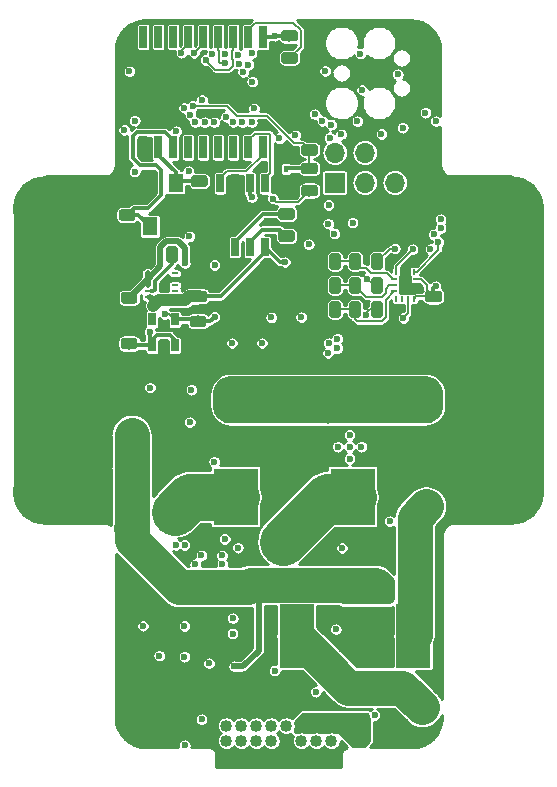
<source format=gbr>
G04 #@! TF.GenerationSoftware,KiCad,Pcbnew,(5.1.4)-1*
G04 #@! TF.CreationDate,2020-07-19T23:15:40-07:00*
G04 #@! TF.ProjectId,SkateLightMainBoard,536b6174-654c-4696-9768-744d61696e42,rev?*
G04 #@! TF.SameCoordinates,Original*
G04 #@! TF.FileFunction,Copper,L4,Bot*
G04 #@! TF.FilePolarity,Positive*
%FSLAX46Y46*%
G04 Gerber Fmt 4.6, Leading zero omitted, Abs format (unit mm)*
G04 Created by KiCad (PCBNEW (5.1.4)-1) date 2020-07-19 23:15:40*
%MOMM*%
%LPD*%
G04 APERTURE LIST*
%ADD10C,0.100000*%
%ADD11C,4.000000*%
%ADD12R,0.650000X1.850000*%
%ADD13R,2.900000X5.400000*%
%ADD14R,3.800000X4.800000*%
%ADD15R,0.475000X0.250000*%
%ADD16R,0.250000X0.475000*%
%ADD17C,1.016000*%
%ADD18C,0.975000*%
%ADD19C,1.250000*%
%ADD20R,0.600000X0.250000*%
%ADD21C,4.318000*%
%ADD22C,5.588000*%
%ADD23R,5.588000X29.591000*%
%ADD24R,2.794000X24.003000*%
%ADD25R,0.450000X0.600000*%
%ADD26R,0.650000X1.500000*%
%ADD27R,0.650000X1.060000*%
%ADD28R,1.250000X1.600000*%
%ADD29R,1.700000X1.700000*%
%ADD30O,1.700000X1.700000*%
%ADD31C,0.600000*%
%ADD32C,3.000000*%
%ADD33C,1.000000*%
%ADD34C,0.500000*%
%ADD35C,0.152400*%
%ADD36C,0.350000*%
%ADD37C,0.200000*%
%ADD38C,4.000000*%
%ADD39C,0.300000*%
%ADD40C,0.254000*%
G04 APERTURE END LIST*
D10*
G36*
X12557026Y-4037223D02*
G01*
X12702635Y-4058822D01*
X12845427Y-4094589D01*
X12984025Y-4144181D01*
X13117095Y-4207118D01*
X13243355Y-4282796D01*
X13361590Y-4370484D01*
X13470660Y-4469340D01*
X13569516Y-4578410D01*
X13657204Y-4696645D01*
X13732882Y-4822905D01*
X13795819Y-4955975D01*
X13845411Y-5094573D01*
X13881178Y-5237365D01*
X13902777Y-5382974D01*
X13910000Y-5530000D01*
X13910000Y-6530000D01*
X13902777Y-6677026D01*
X13881178Y-6822635D01*
X13845411Y-6965427D01*
X13795819Y-7104025D01*
X13732882Y-7237095D01*
X13657204Y-7363355D01*
X13569516Y-7481590D01*
X13470660Y-7590660D01*
X13361590Y-7689516D01*
X13243355Y-7777204D01*
X13117095Y-7852882D01*
X12984025Y-7915819D01*
X12845427Y-7965411D01*
X12702635Y-8001178D01*
X12557026Y-8022777D01*
X12410000Y-8030000D01*
X-4090000Y-8030000D01*
X-4237026Y-8022777D01*
X-4382635Y-8001178D01*
X-4525427Y-7965411D01*
X-4664025Y-7915819D01*
X-4797095Y-7852882D01*
X-4923355Y-7777204D01*
X-5041590Y-7689516D01*
X-5150660Y-7590660D01*
X-5249516Y-7481590D01*
X-5337204Y-7363355D01*
X-5412882Y-7237095D01*
X-5475819Y-7104025D01*
X-5525411Y-6965427D01*
X-5561178Y-6822635D01*
X-5582777Y-6677026D01*
X-5590000Y-6530000D01*
X-5590000Y-5530000D01*
X-5582777Y-5382974D01*
X-5561178Y-5237365D01*
X-5525411Y-5094573D01*
X-5475819Y-4955975D01*
X-5412882Y-4822905D01*
X-5337204Y-4696645D01*
X-5249516Y-4578410D01*
X-5150660Y-4469340D01*
X-5041590Y-4370484D01*
X-4923355Y-4282796D01*
X-4797095Y-4207118D01*
X-4664025Y-4144181D01*
X-4525427Y-4094589D01*
X-4382635Y-4058822D01*
X-4237026Y-4037223D01*
X-4090000Y-4030000D01*
X12410000Y-4030000D01*
X12557026Y-4037223D01*
X12557026Y-4037223D01*
G37*
D11*
X4160000Y-6030000D03*
D12*
X-1313180Y15337660D03*
X-2583180Y15337660D03*
X-3853180Y15337660D03*
X-5123180Y15337660D03*
X-6393180Y15337660D03*
X-7663180Y15337660D03*
X-8933180Y15337660D03*
X-10203180Y15337660D03*
X-11473180Y15337660D03*
X-11473180Y24687660D03*
X-10203180Y24687660D03*
X-8933180Y24687660D03*
X-7663180Y24687660D03*
X-6393180Y24687660D03*
X-5123180Y24687660D03*
X-3853180Y24687660D03*
X-2583180Y24687660D03*
X-1313180Y24687660D03*
D13*
X1501600Y-26035000D03*
X11401600Y-26035000D03*
D14*
X-3657140Y-14224000D03*
X6242860Y-14224000D03*
D15*
X9771540Y4160720D03*
X9771540Y3660720D03*
X9771540Y3160720D03*
D16*
X9934040Y2498220D03*
X10434040Y2498220D03*
X10934040Y2498220D03*
X11434040Y2498220D03*
D15*
X11596540Y3160720D03*
X11596540Y3660720D03*
X11596540Y4160720D03*
D16*
X11434040Y4823220D03*
X10934040Y4823220D03*
X10434040Y4823220D03*
X9934040Y4823220D03*
D17*
X-4445000Y-33613000D03*
X-4445000Y-34883000D03*
X-3175000Y-33613000D03*
X-3175000Y-34883000D03*
X-1905000Y-33613000D03*
X-1905000Y-34883000D03*
X-635000Y-33613000D03*
X-635000Y-34883000D03*
X635000Y-33613000D03*
X635000Y-34883000D03*
X1905000Y-33613000D03*
X1905000Y-34883000D03*
X3175000Y-33613000D03*
X3175000Y-34883000D03*
X4445000Y-33613000D03*
X4445000Y-34883000D03*
D10*
G36*
X13577182Y5084546D02*
G01*
X13600843Y5081036D01*
X13624047Y5075224D01*
X13646569Y5067166D01*
X13668193Y5056938D01*
X13688710Y5044641D01*
X13707923Y5030391D01*
X13725647Y5014327D01*
X13741711Y4996603D01*
X13755961Y4977390D01*
X13768258Y4956873D01*
X13778486Y4935249D01*
X13786544Y4912727D01*
X13792356Y4889523D01*
X13795866Y4865862D01*
X13797040Y4841970D01*
X13797040Y4354470D01*
X13795866Y4330578D01*
X13792356Y4306917D01*
X13786544Y4283713D01*
X13778486Y4261191D01*
X13768258Y4239567D01*
X13755961Y4219050D01*
X13741711Y4199837D01*
X13725647Y4182113D01*
X13707923Y4166049D01*
X13688710Y4151799D01*
X13668193Y4139502D01*
X13646569Y4129274D01*
X13624047Y4121216D01*
X13600843Y4115404D01*
X13577182Y4111894D01*
X13553290Y4110720D01*
X12640790Y4110720D01*
X12616898Y4111894D01*
X12593237Y4115404D01*
X12570033Y4121216D01*
X12547511Y4129274D01*
X12525887Y4139502D01*
X12505370Y4151799D01*
X12486157Y4166049D01*
X12468433Y4182113D01*
X12452369Y4199837D01*
X12438119Y4219050D01*
X12425822Y4239567D01*
X12415594Y4261191D01*
X12407536Y4283713D01*
X12401724Y4306917D01*
X12398214Y4330578D01*
X12397040Y4354470D01*
X12397040Y4841970D01*
X12398214Y4865862D01*
X12401724Y4889523D01*
X12407536Y4912727D01*
X12415594Y4935249D01*
X12425822Y4956873D01*
X12438119Y4977390D01*
X12452369Y4996603D01*
X12468433Y5014327D01*
X12486157Y5030391D01*
X12505370Y5044641D01*
X12525887Y5056938D01*
X12547511Y5067166D01*
X12570033Y5075224D01*
X12593237Y5081036D01*
X12616898Y5084546D01*
X12640790Y5085720D01*
X13553290Y5085720D01*
X13577182Y5084546D01*
X13577182Y5084546D01*
G37*
D18*
X13097040Y4598220D03*
D10*
G36*
X13577182Y3209546D02*
G01*
X13600843Y3206036D01*
X13624047Y3200224D01*
X13646569Y3192166D01*
X13668193Y3181938D01*
X13688710Y3169641D01*
X13707923Y3155391D01*
X13725647Y3139327D01*
X13741711Y3121603D01*
X13755961Y3102390D01*
X13768258Y3081873D01*
X13778486Y3060249D01*
X13786544Y3037727D01*
X13792356Y3014523D01*
X13795866Y2990862D01*
X13797040Y2966970D01*
X13797040Y2479470D01*
X13795866Y2455578D01*
X13792356Y2431917D01*
X13786544Y2408713D01*
X13778486Y2386191D01*
X13768258Y2364567D01*
X13755961Y2344050D01*
X13741711Y2324837D01*
X13725647Y2307113D01*
X13707923Y2291049D01*
X13688710Y2276799D01*
X13668193Y2264502D01*
X13646569Y2254274D01*
X13624047Y2246216D01*
X13600843Y2240404D01*
X13577182Y2236894D01*
X13553290Y2235720D01*
X12640790Y2235720D01*
X12616898Y2236894D01*
X12593237Y2240404D01*
X12570033Y2246216D01*
X12547511Y2254274D01*
X12525887Y2264502D01*
X12505370Y2276799D01*
X12486157Y2291049D01*
X12468433Y2307113D01*
X12452369Y2324837D01*
X12438119Y2344050D01*
X12425822Y2364567D01*
X12415594Y2386191D01*
X12407536Y2408713D01*
X12401724Y2431917D01*
X12398214Y2455578D01*
X12397040Y2479470D01*
X12397040Y2966970D01*
X12398214Y2990862D01*
X12401724Y3014523D01*
X12407536Y3037727D01*
X12415594Y3060249D01*
X12425822Y3081873D01*
X12438119Y3102390D01*
X12452369Y3121603D01*
X12468433Y3139327D01*
X12486157Y3155391D01*
X12505370Y3169641D01*
X12525887Y3181938D01*
X12547511Y3192166D01*
X12570033Y3200224D01*
X12593237Y3206036D01*
X12616898Y3209546D01*
X12640790Y3210720D01*
X13553290Y3210720D01*
X13577182Y3209546D01*
X13577182Y3209546D01*
G37*
D18*
X13097040Y2723220D03*
D10*
G36*
X-9323156Y-9110524D02*
G01*
X-9298887Y-9114124D01*
X-9275089Y-9120085D01*
X-9251989Y-9128350D01*
X-9229811Y-9138840D01*
X-9208767Y-9151453D01*
X-9189062Y-9166067D01*
X-9170883Y-9182543D01*
X-9154407Y-9200722D01*
X-9139793Y-9220427D01*
X-9127180Y-9241471D01*
X-9116690Y-9263649D01*
X-9108425Y-9286749D01*
X-9102464Y-9310547D01*
X-9098864Y-9334816D01*
X-9097660Y-9359320D01*
X-9097660Y-11509320D01*
X-9098864Y-11533824D01*
X-9102464Y-11558093D01*
X-9108425Y-11581891D01*
X-9116690Y-11604991D01*
X-9127180Y-11627169D01*
X-9139793Y-11648213D01*
X-9154407Y-11667918D01*
X-9170883Y-11686097D01*
X-9189062Y-11702573D01*
X-9208767Y-11717187D01*
X-9229811Y-11729800D01*
X-9251989Y-11740290D01*
X-9275089Y-11748555D01*
X-9298887Y-11754516D01*
X-9323156Y-11758116D01*
X-9347660Y-11759320D01*
X-10097660Y-11759320D01*
X-10122164Y-11758116D01*
X-10146433Y-11754516D01*
X-10170231Y-11748555D01*
X-10193331Y-11740290D01*
X-10215509Y-11729800D01*
X-10236553Y-11717187D01*
X-10256258Y-11702573D01*
X-10274437Y-11686097D01*
X-10290913Y-11667918D01*
X-10305527Y-11648213D01*
X-10318140Y-11627169D01*
X-10328630Y-11604991D01*
X-10336895Y-11581891D01*
X-10342856Y-11558093D01*
X-10346456Y-11533824D01*
X-10347660Y-11509320D01*
X-10347660Y-9359320D01*
X-10346456Y-9334816D01*
X-10342856Y-9310547D01*
X-10336895Y-9286749D01*
X-10328630Y-9263649D01*
X-10318140Y-9241471D01*
X-10305527Y-9220427D01*
X-10290913Y-9200722D01*
X-10274437Y-9182543D01*
X-10256258Y-9166067D01*
X-10236553Y-9151453D01*
X-10215509Y-9138840D01*
X-10193331Y-9128350D01*
X-10170231Y-9120085D01*
X-10146433Y-9114124D01*
X-10122164Y-9110524D01*
X-10097660Y-9109320D01*
X-9347660Y-9109320D01*
X-9323156Y-9110524D01*
X-9323156Y-9110524D01*
G37*
D19*
X-9722660Y-10434320D03*
D10*
G36*
X-12123156Y-9110524D02*
G01*
X-12098887Y-9114124D01*
X-12075089Y-9120085D01*
X-12051989Y-9128350D01*
X-12029811Y-9138840D01*
X-12008767Y-9151453D01*
X-11989062Y-9166067D01*
X-11970883Y-9182543D01*
X-11954407Y-9200722D01*
X-11939793Y-9220427D01*
X-11927180Y-9241471D01*
X-11916690Y-9263649D01*
X-11908425Y-9286749D01*
X-11902464Y-9310547D01*
X-11898864Y-9334816D01*
X-11897660Y-9359320D01*
X-11897660Y-11509320D01*
X-11898864Y-11533824D01*
X-11902464Y-11558093D01*
X-11908425Y-11581891D01*
X-11916690Y-11604991D01*
X-11927180Y-11627169D01*
X-11939793Y-11648213D01*
X-11954407Y-11667918D01*
X-11970883Y-11686097D01*
X-11989062Y-11702573D01*
X-12008767Y-11717187D01*
X-12029811Y-11729800D01*
X-12051989Y-11740290D01*
X-12075089Y-11748555D01*
X-12098887Y-11754516D01*
X-12123156Y-11758116D01*
X-12147660Y-11759320D01*
X-12897660Y-11759320D01*
X-12922164Y-11758116D01*
X-12946433Y-11754516D01*
X-12970231Y-11748555D01*
X-12993331Y-11740290D01*
X-13015509Y-11729800D01*
X-13036553Y-11717187D01*
X-13056258Y-11702573D01*
X-13074437Y-11686097D01*
X-13090913Y-11667918D01*
X-13105527Y-11648213D01*
X-13118140Y-11627169D01*
X-13128630Y-11604991D01*
X-13136895Y-11581891D01*
X-13142856Y-11558093D01*
X-13146456Y-11533824D01*
X-13147660Y-11509320D01*
X-13147660Y-9359320D01*
X-13146456Y-9334816D01*
X-13142856Y-9310547D01*
X-13136895Y-9286749D01*
X-13128630Y-9263649D01*
X-13118140Y-9241471D01*
X-13105527Y-9220427D01*
X-13090913Y-9200722D01*
X-13074437Y-9182543D01*
X-13056258Y-9166067D01*
X-13036553Y-9151453D01*
X-13015509Y-9138840D01*
X-12993331Y-9128350D01*
X-12970231Y-9120085D01*
X-12946433Y-9114124D01*
X-12922164Y-9110524D01*
X-12897660Y-9109320D01*
X-12147660Y-9109320D01*
X-12123156Y-9110524D01*
X-12123156Y-9110524D01*
G37*
D19*
X-12522660Y-10434320D03*
D10*
G36*
X9975764Y-32564884D02*
G01*
X10000033Y-32568484D01*
X10023831Y-32574445D01*
X10046931Y-32582710D01*
X10069109Y-32593200D01*
X10090153Y-32605813D01*
X10109858Y-32620427D01*
X10128037Y-32636903D01*
X10144513Y-32655082D01*
X10159127Y-32674787D01*
X10171740Y-32695831D01*
X10182230Y-32718009D01*
X10190495Y-32741109D01*
X10196456Y-32764907D01*
X10200056Y-32789176D01*
X10201260Y-32813680D01*
X10201260Y-34963680D01*
X10200056Y-34988184D01*
X10196456Y-35012453D01*
X10190495Y-35036251D01*
X10182230Y-35059351D01*
X10171740Y-35081529D01*
X10159127Y-35102573D01*
X10144513Y-35122278D01*
X10128037Y-35140457D01*
X10109858Y-35156933D01*
X10090153Y-35171547D01*
X10069109Y-35184160D01*
X10046931Y-35194650D01*
X10023831Y-35202915D01*
X10000033Y-35208876D01*
X9975764Y-35212476D01*
X9951260Y-35213680D01*
X9201260Y-35213680D01*
X9176756Y-35212476D01*
X9152487Y-35208876D01*
X9128689Y-35202915D01*
X9105589Y-35194650D01*
X9083411Y-35184160D01*
X9062367Y-35171547D01*
X9042662Y-35156933D01*
X9024483Y-35140457D01*
X9008007Y-35122278D01*
X8993393Y-35102573D01*
X8980780Y-35081529D01*
X8970290Y-35059351D01*
X8962025Y-35036251D01*
X8956064Y-35012453D01*
X8952464Y-34988184D01*
X8951260Y-34963680D01*
X8951260Y-32813680D01*
X8952464Y-32789176D01*
X8956064Y-32764907D01*
X8962025Y-32741109D01*
X8970290Y-32718009D01*
X8980780Y-32695831D01*
X8993393Y-32674787D01*
X9008007Y-32655082D01*
X9024483Y-32636903D01*
X9042662Y-32620427D01*
X9062367Y-32605813D01*
X9083411Y-32593200D01*
X9105589Y-32582710D01*
X9128689Y-32574445D01*
X9152487Y-32568484D01*
X9176756Y-32564884D01*
X9201260Y-32563680D01*
X9951260Y-32563680D01*
X9975764Y-32564884D01*
X9975764Y-32564884D01*
G37*
D19*
X9576260Y-33888680D03*
D10*
G36*
X7175764Y-32564884D02*
G01*
X7200033Y-32568484D01*
X7223831Y-32574445D01*
X7246931Y-32582710D01*
X7269109Y-32593200D01*
X7290153Y-32605813D01*
X7309858Y-32620427D01*
X7328037Y-32636903D01*
X7344513Y-32655082D01*
X7359127Y-32674787D01*
X7371740Y-32695831D01*
X7382230Y-32718009D01*
X7390495Y-32741109D01*
X7396456Y-32764907D01*
X7400056Y-32789176D01*
X7401260Y-32813680D01*
X7401260Y-34963680D01*
X7400056Y-34988184D01*
X7396456Y-35012453D01*
X7390495Y-35036251D01*
X7382230Y-35059351D01*
X7371740Y-35081529D01*
X7359127Y-35102573D01*
X7344513Y-35122278D01*
X7328037Y-35140457D01*
X7309858Y-35156933D01*
X7290153Y-35171547D01*
X7269109Y-35184160D01*
X7246931Y-35194650D01*
X7223831Y-35202915D01*
X7200033Y-35208876D01*
X7175764Y-35212476D01*
X7151260Y-35213680D01*
X6401260Y-35213680D01*
X6376756Y-35212476D01*
X6352487Y-35208876D01*
X6328689Y-35202915D01*
X6305589Y-35194650D01*
X6283411Y-35184160D01*
X6262367Y-35171547D01*
X6242662Y-35156933D01*
X6224483Y-35140457D01*
X6208007Y-35122278D01*
X6193393Y-35102573D01*
X6180780Y-35081529D01*
X6170290Y-35059351D01*
X6162025Y-35036251D01*
X6156064Y-35012453D01*
X6152464Y-34988184D01*
X6151260Y-34963680D01*
X6151260Y-32813680D01*
X6152464Y-32789176D01*
X6156064Y-32764907D01*
X6162025Y-32741109D01*
X6170290Y-32718009D01*
X6180780Y-32695831D01*
X6193393Y-32674787D01*
X6208007Y-32655082D01*
X6224483Y-32636903D01*
X6242662Y-32620427D01*
X6262367Y-32605813D01*
X6283411Y-32593200D01*
X6305589Y-32582710D01*
X6328689Y-32574445D01*
X6352487Y-32568484D01*
X6376756Y-32564884D01*
X6401260Y-32563680D01*
X7151260Y-32563680D01*
X7175764Y-32564884D01*
X7175764Y-32564884D01*
G37*
D19*
X6776260Y-33888680D03*
D10*
G36*
X1130142Y10193826D02*
G01*
X1153803Y10190316D01*
X1177007Y10184504D01*
X1199529Y10176446D01*
X1221153Y10166218D01*
X1241670Y10153921D01*
X1260883Y10139671D01*
X1278607Y10123607D01*
X1294671Y10105883D01*
X1308921Y10086670D01*
X1321218Y10066153D01*
X1331446Y10044529D01*
X1339504Y10022007D01*
X1345316Y9998803D01*
X1348826Y9975142D01*
X1350000Y9951250D01*
X1350000Y9463750D01*
X1348826Y9439858D01*
X1345316Y9416197D01*
X1339504Y9392993D01*
X1331446Y9370471D01*
X1321218Y9348847D01*
X1308921Y9328330D01*
X1294671Y9309117D01*
X1278607Y9291393D01*
X1260883Y9275329D01*
X1241670Y9261079D01*
X1221153Y9248782D01*
X1199529Y9238554D01*
X1177007Y9230496D01*
X1153803Y9224684D01*
X1130142Y9221174D01*
X1106250Y9220000D01*
X193750Y9220000D01*
X169858Y9221174D01*
X146197Y9224684D01*
X122993Y9230496D01*
X100471Y9238554D01*
X78847Y9248782D01*
X58330Y9261079D01*
X39117Y9275329D01*
X21393Y9291393D01*
X5329Y9309117D01*
X-8921Y9328330D01*
X-21218Y9348847D01*
X-31446Y9370471D01*
X-39504Y9392993D01*
X-45316Y9416197D01*
X-48826Y9439858D01*
X-50000Y9463750D01*
X-50000Y9951250D01*
X-48826Y9975142D01*
X-45316Y9998803D01*
X-39504Y10022007D01*
X-31446Y10044529D01*
X-21218Y10066153D01*
X-8921Y10086670D01*
X5329Y10105883D01*
X21393Y10123607D01*
X39117Y10139671D01*
X58330Y10153921D01*
X78847Y10166218D01*
X100471Y10176446D01*
X122993Y10184504D01*
X146197Y10190316D01*
X169858Y10193826D01*
X193750Y10195000D01*
X1106250Y10195000D01*
X1130142Y10193826D01*
X1130142Y10193826D01*
G37*
D18*
X650000Y9707500D03*
D10*
G36*
X1130142Y8318826D02*
G01*
X1153803Y8315316D01*
X1177007Y8309504D01*
X1199529Y8301446D01*
X1221153Y8291218D01*
X1241670Y8278921D01*
X1260883Y8264671D01*
X1278607Y8248607D01*
X1294671Y8230883D01*
X1308921Y8211670D01*
X1321218Y8191153D01*
X1331446Y8169529D01*
X1339504Y8147007D01*
X1345316Y8123803D01*
X1348826Y8100142D01*
X1350000Y8076250D01*
X1350000Y7588750D01*
X1348826Y7564858D01*
X1345316Y7541197D01*
X1339504Y7517993D01*
X1331446Y7495471D01*
X1321218Y7473847D01*
X1308921Y7453330D01*
X1294671Y7434117D01*
X1278607Y7416393D01*
X1260883Y7400329D01*
X1241670Y7386079D01*
X1221153Y7373782D01*
X1199529Y7363554D01*
X1177007Y7355496D01*
X1153803Y7349684D01*
X1130142Y7346174D01*
X1106250Y7345000D01*
X193750Y7345000D01*
X169858Y7346174D01*
X146197Y7349684D01*
X122993Y7355496D01*
X100471Y7363554D01*
X78847Y7373782D01*
X58330Y7386079D01*
X39117Y7400329D01*
X21393Y7416393D01*
X5329Y7434117D01*
X-8921Y7453330D01*
X-21218Y7473847D01*
X-31446Y7495471D01*
X-39504Y7517993D01*
X-45316Y7541197D01*
X-48826Y7564858D01*
X-50000Y7588750D01*
X-50000Y8076250D01*
X-48826Y8100142D01*
X-45316Y8123803D01*
X-39504Y8147007D01*
X-31446Y8169529D01*
X-21218Y8191153D01*
X-8921Y8211670D01*
X5329Y8230883D01*
X21393Y8248607D01*
X39117Y8264671D01*
X58330Y8278921D01*
X78847Y8291218D01*
X100471Y8301446D01*
X122993Y8309504D01*
X146197Y8315316D01*
X169858Y8318826D01*
X193750Y8320000D01*
X1106250Y8320000D01*
X1130142Y8318826D01*
X1130142Y8318826D01*
G37*
D18*
X650000Y7832500D03*
D10*
G36*
X-12189858Y3098826D02*
G01*
X-12166197Y3095316D01*
X-12142993Y3089504D01*
X-12120471Y3081446D01*
X-12098847Y3071218D01*
X-12078330Y3058921D01*
X-12059117Y3044671D01*
X-12041393Y3028607D01*
X-12025329Y3010883D01*
X-12011079Y2991670D01*
X-11998782Y2971153D01*
X-11988554Y2949529D01*
X-11980496Y2927007D01*
X-11974684Y2903803D01*
X-11971174Y2880142D01*
X-11970000Y2856250D01*
X-11970000Y2368750D01*
X-11971174Y2344858D01*
X-11974684Y2321197D01*
X-11980496Y2297993D01*
X-11988554Y2275471D01*
X-11998782Y2253847D01*
X-12011079Y2233330D01*
X-12025329Y2214117D01*
X-12041393Y2196393D01*
X-12059117Y2180329D01*
X-12078330Y2166079D01*
X-12098847Y2153782D01*
X-12120471Y2143554D01*
X-12142993Y2135496D01*
X-12166197Y2129684D01*
X-12189858Y2126174D01*
X-12213750Y2125000D01*
X-13126250Y2125000D01*
X-13150142Y2126174D01*
X-13173803Y2129684D01*
X-13197007Y2135496D01*
X-13219529Y2143554D01*
X-13241153Y2153782D01*
X-13261670Y2166079D01*
X-13280883Y2180329D01*
X-13298607Y2196393D01*
X-13314671Y2214117D01*
X-13328921Y2233330D01*
X-13341218Y2253847D01*
X-13351446Y2275471D01*
X-13359504Y2297993D01*
X-13365316Y2321197D01*
X-13368826Y2344858D01*
X-13370000Y2368750D01*
X-13370000Y2856250D01*
X-13368826Y2880142D01*
X-13365316Y2903803D01*
X-13359504Y2927007D01*
X-13351446Y2949529D01*
X-13341218Y2971153D01*
X-13328921Y2991670D01*
X-13314671Y3010883D01*
X-13298607Y3028607D01*
X-13280883Y3044671D01*
X-13261670Y3058921D01*
X-13241153Y3071218D01*
X-13219529Y3081446D01*
X-13197007Y3089504D01*
X-13173803Y3095316D01*
X-13150142Y3098826D01*
X-13126250Y3100000D01*
X-12213750Y3100000D01*
X-12189858Y3098826D01*
X-12189858Y3098826D01*
G37*
D18*
X-12670000Y2612500D03*
D10*
G36*
X-12189858Y4973826D02*
G01*
X-12166197Y4970316D01*
X-12142993Y4964504D01*
X-12120471Y4956446D01*
X-12098847Y4946218D01*
X-12078330Y4933921D01*
X-12059117Y4919671D01*
X-12041393Y4903607D01*
X-12025329Y4885883D01*
X-12011079Y4866670D01*
X-11998782Y4846153D01*
X-11988554Y4824529D01*
X-11980496Y4802007D01*
X-11974684Y4778803D01*
X-11971174Y4755142D01*
X-11970000Y4731250D01*
X-11970000Y4243750D01*
X-11971174Y4219858D01*
X-11974684Y4196197D01*
X-11980496Y4172993D01*
X-11988554Y4150471D01*
X-11998782Y4128847D01*
X-12011079Y4108330D01*
X-12025329Y4089117D01*
X-12041393Y4071393D01*
X-12059117Y4055329D01*
X-12078330Y4041079D01*
X-12098847Y4028782D01*
X-12120471Y4018554D01*
X-12142993Y4010496D01*
X-12166197Y4004684D01*
X-12189858Y4001174D01*
X-12213750Y4000000D01*
X-13126250Y4000000D01*
X-13150142Y4001174D01*
X-13173803Y4004684D01*
X-13197007Y4010496D01*
X-13219529Y4018554D01*
X-13241153Y4028782D01*
X-13261670Y4041079D01*
X-13280883Y4055329D01*
X-13298607Y4071393D01*
X-13314671Y4089117D01*
X-13328921Y4108330D01*
X-13341218Y4128847D01*
X-13351446Y4150471D01*
X-13359504Y4172993D01*
X-13365316Y4196197D01*
X-13368826Y4219858D01*
X-13370000Y4243750D01*
X-13370000Y4731250D01*
X-13368826Y4755142D01*
X-13365316Y4778803D01*
X-13359504Y4802007D01*
X-13351446Y4824529D01*
X-13341218Y4846153D01*
X-13328921Y4866670D01*
X-13314671Y4885883D01*
X-13298607Y4903607D01*
X-13280883Y4919671D01*
X-13261670Y4933921D01*
X-13241153Y4946218D01*
X-13219529Y4956446D01*
X-13197007Y4964504D01*
X-13173803Y4970316D01*
X-13150142Y4973826D01*
X-13126250Y4975000D01*
X-12213750Y4975000D01*
X-12189858Y4973826D01*
X-12189858Y4973826D01*
G37*
D18*
X-12670000Y4487500D03*
D10*
G36*
X-6299858Y3218826D02*
G01*
X-6276197Y3215316D01*
X-6252993Y3209504D01*
X-6230471Y3201446D01*
X-6208847Y3191218D01*
X-6188330Y3178921D01*
X-6169117Y3164671D01*
X-6151393Y3148607D01*
X-6135329Y3130883D01*
X-6121079Y3111670D01*
X-6108782Y3091153D01*
X-6098554Y3069529D01*
X-6090496Y3047007D01*
X-6084684Y3023803D01*
X-6081174Y3000142D01*
X-6080000Y2976250D01*
X-6080000Y2488750D01*
X-6081174Y2464858D01*
X-6084684Y2441197D01*
X-6090496Y2417993D01*
X-6098554Y2395471D01*
X-6108782Y2373847D01*
X-6121079Y2353330D01*
X-6135329Y2334117D01*
X-6151393Y2316393D01*
X-6169117Y2300329D01*
X-6188330Y2286079D01*
X-6208847Y2273782D01*
X-6230471Y2263554D01*
X-6252993Y2255496D01*
X-6276197Y2249684D01*
X-6299858Y2246174D01*
X-6323750Y2245000D01*
X-7236250Y2245000D01*
X-7260142Y2246174D01*
X-7283803Y2249684D01*
X-7307007Y2255496D01*
X-7329529Y2263554D01*
X-7351153Y2273782D01*
X-7371670Y2286079D01*
X-7390883Y2300329D01*
X-7408607Y2316393D01*
X-7424671Y2334117D01*
X-7438921Y2353330D01*
X-7451218Y2373847D01*
X-7461446Y2395471D01*
X-7469504Y2417993D01*
X-7475316Y2441197D01*
X-7478826Y2464858D01*
X-7480000Y2488750D01*
X-7480000Y2976250D01*
X-7478826Y3000142D01*
X-7475316Y3023803D01*
X-7469504Y3047007D01*
X-7461446Y3069529D01*
X-7451218Y3091153D01*
X-7438921Y3111670D01*
X-7424671Y3130883D01*
X-7408607Y3148607D01*
X-7390883Y3164671D01*
X-7371670Y3178921D01*
X-7351153Y3191218D01*
X-7329529Y3201446D01*
X-7307007Y3209504D01*
X-7283803Y3215316D01*
X-7260142Y3218826D01*
X-7236250Y3220000D01*
X-6323750Y3220000D01*
X-6299858Y3218826D01*
X-6299858Y3218826D01*
G37*
D18*
X-6780000Y2732500D03*
D10*
G36*
X-6299858Y5093826D02*
G01*
X-6276197Y5090316D01*
X-6252993Y5084504D01*
X-6230471Y5076446D01*
X-6208847Y5066218D01*
X-6188330Y5053921D01*
X-6169117Y5039671D01*
X-6151393Y5023607D01*
X-6135329Y5005883D01*
X-6121079Y4986670D01*
X-6108782Y4966153D01*
X-6098554Y4944529D01*
X-6090496Y4922007D01*
X-6084684Y4898803D01*
X-6081174Y4875142D01*
X-6080000Y4851250D01*
X-6080000Y4363750D01*
X-6081174Y4339858D01*
X-6084684Y4316197D01*
X-6090496Y4292993D01*
X-6098554Y4270471D01*
X-6108782Y4248847D01*
X-6121079Y4228330D01*
X-6135329Y4209117D01*
X-6151393Y4191393D01*
X-6169117Y4175329D01*
X-6188330Y4161079D01*
X-6208847Y4148782D01*
X-6230471Y4138554D01*
X-6252993Y4130496D01*
X-6276197Y4124684D01*
X-6299858Y4121174D01*
X-6323750Y4120000D01*
X-7236250Y4120000D01*
X-7260142Y4121174D01*
X-7283803Y4124684D01*
X-7307007Y4130496D01*
X-7329529Y4138554D01*
X-7351153Y4148782D01*
X-7371670Y4161079D01*
X-7390883Y4175329D01*
X-7408607Y4191393D01*
X-7424671Y4209117D01*
X-7438921Y4228330D01*
X-7451218Y4248847D01*
X-7461446Y4270471D01*
X-7469504Y4292993D01*
X-7475316Y4316197D01*
X-7478826Y4339858D01*
X-7480000Y4363750D01*
X-7480000Y4851250D01*
X-7478826Y4875142D01*
X-7475316Y4898803D01*
X-7469504Y4922007D01*
X-7461446Y4944529D01*
X-7451218Y4966153D01*
X-7438921Y4986670D01*
X-7424671Y5005883D01*
X-7408607Y5023607D01*
X-7390883Y5039671D01*
X-7371670Y5053921D01*
X-7351153Y5066218D01*
X-7329529Y5076446D01*
X-7307007Y5084504D01*
X-7283803Y5090316D01*
X-7260142Y5093826D01*
X-7236250Y5095000D01*
X-6323750Y5095000D01*
X-6299858Y5093826D01*
X-6299858Y5093826D01*
G37*
D18*
X-6780000Y4607500D03*
D10*
G36*
X-10639858Y6978826D02*
G01*
X-10616197Y6975316D01*
X-10592993Y6969504D01*
X-10570471Y6961446D01*
X-10548847Y6951218D01*
X-10528330Y6938921D01*
X-10509117Y6924671D01*
X-10491393Y6908607D01*
X-10475329Y6890883D01*
X-10461079Y6871670D01*
X-10448782Y6851153D01*
X-10438554Y6829529D01*
X-10430496Y6807007D01*
X-10424684Y6783803D01*
X-10421174Y6760142D01*
X-10420000Y6736250D01*
X-10420000Y5823750D01*
X-10421174Y5799858D01*
X-10424684Y5776197D01*
X-10430496Y5752993D01*
X-10438554Y5730471D01*
X-10448782Y5708847D01*
X-10461079Y5688330D01*
X-10475329Y5669117D01*
X-10491393Y5651393D01*
X-10509117Y5635329D01*
X-10528330Y5621079D01*
X-10548847Y5608782D01*
X-10570471Y5598554D01*
X-10592993Y5590496D01*
X-10616197Y5584684D01*
X-10639858Y5581174D01*
X-10663750Y5580000D01*
X-11151250Y5580000D01*
X-11175142Y5581174D01*
X-11198803Y5584684D01*
X-11222007Y5590496D01*
X-11244529Y5598554D01*
X-11266153Y5608782D01*
X-11286670Y5621079D01*
X-11305883Y5635329D01*
X-11323607Y5651393D01*
X-11339671Y5669117D01*
X-11353921Y5688330D01*
X-11366218Y5708847D01*
X-11376446Y5730471D01*
X-11384504Y5752993D01*
X-11390316Y5776197D01*
X-11393826Y5799858D01*
X-11395000Y5823750D01*
X-11395000Y6736250D01*
X-11393826Y6760142D01*
X-11390316Y6783803D01*
X-11384504Y6807007D01*
X-11376446Y6829529D01*
X-11366218Y6851153D01*
X-11353921Y6871670D01*
X-11339671Y6890883D01*
X-11323607Y6908607D01*
X-11305883Y6924671D01*
X-11286670Y6938921D01*
X-11266153Y6951218D01*
X-11244529Y6961446D01*
X-11222007Y6969504D01*
X-11198803Y6975316D01*
X-11175142Y6978826D01*
X-11151250Y6980000D01*
X-10663750Y6980000D01*
X-10639858Y6978826D01*
X-10639858Y6978826D01*
G37*
D18*
X-10907500Y6280000D03*
D10*
G36*
X-8764858Y6978826D02*
G01*
X-8741197Y6975316D01*
X-8717993Y6969504D01*
X-8695471Y6961446D01*
X-8673847Y6951218D01*
X-8653330Y6938921D01*
X-8634117Y6924671D01*
X-8616393Y6908607D01*
X-8600329Y6890883D01*
X-8586079Y6871670D01*
X-8573782Y6851153D01*
X-8563554Y6829529D01*
X-8555496Y6807007D01*
X-8549684Y6783803D01*
X-8546174Y6760142D01*
X-8545000Y6736250D01*
X-8545000Y5823750D01*
X-8546174Y5799858D01*
X-8549684Y5776197D01*
X-8555496Y5752993D01*
X-8563554Y5730471D01*
X-8573782Y5708847D01*
X-8586079Y5688330D01*
X-8600329Y5669117D01*
X-8616393Y5651393D01*
X-8634117Y5635329D01*
X-8653330Y5621079D01*
X-8673847Y5608782D01*
X-8695471Y5598554D01*
X-8717993Y5590496D01*
X-8741197Y5584684D01*
X-8764858Y5581174D01*
X-8788750Y5580000D01*
X-9276250Y5580000D01*
X-9300142Y5581174D01*
X-9323803Y5584684D01*
X-9347007Y5590496D01*
X-9369529Y5598554D01*
X-9391153Y5608782D01*
X-9411670Y5621079D01*
X-9430883Y5635329D01*
X-9448607Y5651393D01*
X-9464671Y5669117D01*
X-9478921Y5688330D01*
X-9491218Y5708847D01*
X-9501446Y5730471D01*
X-9509504Y5752993D01*
X-9515316Y5776197D01*
X-9518826Y5799858D01*
X-9520000Y5823750D01*
X-9520000Y6736250D01*
X-9518826Y6760142D01*
X-9515316Y6783803D01*
X-9509504Y6807007D01*
X-9501446Y6829529D01*
X-9491218Y6851153D01*
X-9478921Y6871670D01*
X-9464671Y6890883D01*
X-9448607Y6908607D01*
X-9430883Y6924671D01*
X-9411670Y6938921D01*
X-9391153Y6951218D01*
X-9369529Y6961446D01*
X-9347007Y6969504D01*
X-9323803Y6975316D01*
X-9300142Y6978826D01*
X-9276250Y6980000D01*
X-8788750Y6980000D01*
X-8764858Y6978826D01*
X-8764858Y6978826D01*
G37*
D18*
X-9032500Y6280000D03*
D20*
X-8806000Y4686000D03*
X-8806000Y4186000D03*
X-8806000Y3686000D03*
X-8806000Y3186000D03*
X-8806000Y2686000D03*
X-11106000Y2686000D03*
X-11106000Y3186000D03*
X-11106000Y3686000D03*
X-11106000Y4186000D03*
X-11106000Y4686000D03*
D21*
X-19685000Y9660000D03*
X-19685000Y-13843000D03*
D22*
X-19685000Y10160000D03*
X-19685000Y-13843000D03*
D23*
X-16954500Y-1841500D03*
D24*
X-21082000Y-1841500D03*
D21*
X19685000Y9660000D03*
X19685000Y-13843000D03*
D22*
X19685000Y10160000D03*
X19685000Y-13843000D03*
D23*
X16954500Y-1841500D03*
D24*
X21082000Y-1841500D03*
D10*
G36*
X3076762Y12175806D02*
G01*
X3100423Y12172296D01*
X3123627Y12166484D01*
X3146149Y12158426D01*
X3167773Y12148198D01*
X3188290Y12135901D01*
X3207503Y12121651D01*
X3225227Y12105587D01*
X3241291Y12087863D01*
X3255541Y12068650D01*
X3267838Y12048133D01*
X3278066Y12026509D01*
X3286124Y12003987D01*
X3291936Y11980783D01*
X3295446Y11957122D01*
X3296620Y11933230D01*
X3296620Y11445730D01*
X3295446Y11421838D01*
X3291936Y11398177D01*
X3286124Y11374973D01*
X3278066Y11352451D01*
X3267838Y11330827D01*
X3255541Y11310310D01*
X3241291Y11291097D01*
X3225227Y11273373D01*
X3207503Y11257309D01*
X3188290Y11243059D01*
X3167773Y11230762D01*
X3146149Y11220534D01*
X3123627Y11212476D01*
X3100423Y11206664D01*
X3076762Y11203154D01*
X3052870Y11201980D01*
X2140370Y11201980D01*
X2116478Y11203154D01*
X2092817Y11206664D01*
X2069613Y11212476D01*
X2047091Y11220534D01*
X2025467Y11230762D01*
X2004950Y11243059D01*
X1985737Y11257309D01*
X1968013Y11273373D01*
X1951949Y11291097D01*
X1937699Y11310310D01*
X1925402Y11330827D01*
X1915174Y11352451D01*
X1907116Y11374973D01*
X1901304Y11398177D01*
X1897794Y11421838D01*
X1896620Y11445730D01*
X1896620Y11933230D01*
X1897794Y11957122D01*
X1901304Y11980783D01*
X1907116Y12003987D01*
X1915174Y12026509D01*
X1925402Y12048133D01*
X1937699Y12068650D01*
X1951949Y12087863D01*
X1968013Y12105587D01*
X1985737Y12121651D01*
X2004950Y12135901D01*
X2025467Y12148198D01*
X2047091Y12158426D01*
X2069613Y12166484D01*
X2092817Y12172296D01*
X2116478Y12175806D01*
X2140370Y12176980D01*
X3052870Y12176980D01*
X3076762Y12175806D01*
X3076762Y12175806D01*
G37*
D18*
X2596620Y11689480D03*
D10*
G36*
X3076762Y14050806D02*
G01*
X3100423Y14047296D01*
X3123627Y14041484D01*
X3146149Y14033426D01*
X3167773Y14023198D01*
X3188290Y14010901D01*
X3207503Y13996651D01*
X3225227Y13980587D01*
X3241291Y13962863D01*
X3255541Y13943650D01*
X3267838Y13923133D01*
X3278066Y13901509D01*
X3286124Y13878987D01*
X3291936Y13855783D01*
X3295446Y13832122D01*
X3296620Y13808230D01*
X3296620Y13320730D01*
X3295446Y13296838D01*
X3291936Y13273177D01*
X3286124Y13249973D01*
X3278066Y13227451D01*
X3267838Y13205827D01*
X3255541Y13185310D01*
X3241291Y13166097D01*
X3225227Y13148373D01*
X3207503Y13132309D01*
X3188290Y13118059D01*
X3167773Y13105762D01*
X3146149Y13095534D01*
X3123627Y13087476D01*
X3100423Y13081664D01*
X3076762Y13078154D01*
X3052870Y13076980D01*
X2140370Y13076980D01*
X2116478Y13078154D01*
X2092817Y13081664D01*
X2069613Y13087476D01*
X2047091Y13095534D01*
X2025467Y13105762D01*
X2004950Y13118059D01*
X1985737Y13132309D01*
X1968013Y13148373D01*
X1951949Y13166097D01*
X1937699Y13185310D01*
X1925402Y13205827D01*
X1915174Y13227451D01*
X1907116Y13249973D01*
X1901304Y13273177D01*
X1897794Y13296838D01*
X1896620Y13320730D01*
X1896620Y13808230D01*
X1897794Y13832122D01*
X1901304Y13855783D01*
X1907116Y13878987D01*
X1915174Y13901509D01*
X1925402Y13923133D01*
X1937699Y13943650D01*
X1951949Y13962863D01*
X1968013Y13980587D01*
X1985737Y13996651D01*
X2004950Y14010901D01*
X2025467Y14023198D01*
X2047091Y14033426D01*
X2069613Y14041484D01*
X2092817Y14047296D01*
X2116478Y14050806D01*
X2140370Y14051980D01*
X3052870Y14051980D01*
X3076762Y14050806D01*
X3076762Y14050806D01*
G37*
D18*
X2596620Y13564480D03*
D10*
G36*
X3076762Y17498306D02*
G01*
X3100423Y17494796D01*
X3123627Y17488984D01*
X3146149Y17480926D01*
X3167773Y17470698D01*
X3188290Y17458401D01*
X3207503Y17444151D01*
X3225227Y17428087D01*
X3241291Y17410363D01*
X3255541Y17391150D01*
X3267838Y17370633D01*
X3278066Y17349009D01*
X3286124Y17326487D01*
X3291936Y17303283D01*
X3295446Y17279622D01*
X3296620Y17255730D01*
X3296620Y16768230D01*
X3295446Y16744338D01*
X3291936Y16720677D01*
X3286124Y16697473D01*
X3278066Y16674951D01*
X3267838Y16653327D01*
X3255541Y16632810D01*
X3241291Y16613597D01*
X3225227Y16595873D01*
X3207503Y16579809D01*
X3188290Y16565559D01*
X3167773Y16553262D01*
X3146149Y16543034D01*
X3123627Y16534976D01*
X3100423Y16529164D01*
X3076762Y16525654D01*
X3052870Y16524480D01*
X2140370Y16524480D01*
X2116478Y16525654D01*
X2092817Y16529164D01*
X2069613Y16534976D01*
X2047091Y16543034D01*
X2025467Y16553262D01*
X2004950Y16565559D01*
X1985737Y16579809D01*
X1968013Y16595873D01*
X1951949Y16613597D01*
X1937699Y16632810D01*
X1925402Y16653327D01*
X1915174Y16674951D01*
X1907116Y16697473D01*
X1901304Y16720677D01*
X1897794Y16744338D01*
X1896620Y16768230D01*
X1896620Y17255730D01*
X1897794Y17279622D01*
X1901304Y17303283D01*
X1907116Y17326487D01*
X1915174Y17349009D01*
X1925402Y17370633D01*
X1937699Y17391150D01*
X1951949Y17410363D01*
X1968013Y17428087D01*
X1985737Y17444151D01*
X2004950Y17458401D01*
X2025467Y17470698D01*
X2047091Y17480926D01*
X2069613Y17488984D01*
X2092817Y17494796D01*
X2116478Y17498306D01*
X2140370Y17499480D01*
X3052870Y17499480D01*
X3076762Y17498306D01*
X3076762Y17498306D01*
G37*
D18*
X2596620Y17011980D03*
D10*
G36*
X3076762Y15623306D02*
G01*
X3100423Y15619796D01*
X3123627Y15613984D01*
X3146149Y15605926D01*
X3167773Y15595698D01*
X3188290Y15583401D01*
X3207503Y15569151D01*
X3225227Y15553087D01*
X3241291Y15535363D01*
X3255541Y15516150D01*
X3267838Y15495633D01*
X3278066Y15474009D01*
X3286124Y15451487D01*
X3291936Y15428283D01*
X3295446Y15404622D01*
X3296620Y15380730D01*
X3296620Y14893230D01*
X3295446Y14869338D01*
X3291936Y14845677D01*
X3286124Y14822473D01*
X3278066Y14799951D01*
X3267838Y14778327D01*
X3255541Y14757810D01*
X3241291Y14738597D01*
X3225227Y14720873D01*
X3207503Y14704809D01*
X3188290Y14690559D01*
X3167773Y14678262D01*
X3146149Y14668034D01*
X3123627Y14659976D01*
X3100423Y14654164D01*
X3076762Y14650654D01*
X3052870Y14649480D01*
X2140370Y14649480D01*
X2116478Y14650654D01*
X2092817Y14654164D01*
X2069613Y14659976D01*
X2047091Y14668034D01*
X2025467Y14678262D01*
X2004950Y14690559D01*
X1985737Y14704809D01*
X1968013Y14720873D01*
X1951949Y14738597D01*
X1937699Y14757810D01*
X1925402Y14778327D01*
X1915174Y14799951D01*
X1907116Y14822473D01*
X1901304Y14845677D01*
X1897794Y14869338D01*
X1896620Y14893230D01*
X1896620Y15380730D01*
X1897794Y15404622D01*
X1901304Y15428283D01*
X1907116Y15451487D01*
X1915174Y15474009D01*
X1925402Y15495633D01*
X1937699Y15516150D01*
X1951949Y15535363D01*
X1968013Y15553087D01*
X1985737Y15569151D01*
X2004950Y15583401D01*
X2025467Y15595698D01*
X2047091Y15605926D01*
X2069613Y15613984D01*
X2092817Y15619796D01*
X2116478Y15623306D01*
X2140370Y15624480D01*
X3052870Y15624480D01*
X3076762Y15623306D01*
X3076762Y15623306D01*
G37*
D18*
X2596620Y15136980D03*
D25*
X616620Y13514480D03*
X616620Y11414480D03*
D10*
G36*
X-6354858Y-780754D02*
G01*
X-6331197Y-784264D01*
X-6307993Y-790076D01*
X-6285471Y-798134D01*
X-6263847Y-808362D01*
X-6243330Y-820659D01*
X-6224117Y-834909D01*
X-6206393Y-850973D01*
X-6190329Y-868697D01*
X-6176079Y-887910D01*
X-6163782Y-908427D01*
X-6153554Y-930051D01*
X-6145496Y-952573D01*
X-6139684Y-975777D01*
X-6136174Y-999438D01*
X-6135000Y-1023330D01*
X-6135000Y-1510830D01*
X-6136174Y-1534722D01*
X-6139684Y-1558383D01*
X-6145496Y-1581587D01*
X-6153554Y-1604109D01*
X-6163782Y-1625733D01*
X-6176079Y-1646250D01*
X-6190329Y-1665463D01*
X-6206393Y-1683187D01*
X-6224117Y-1699251D01*
X-6243330Y-1713501D01*
X-6263847Y-1725798D01*
X-6285471Y-1736026D01*
X-6307993Y-1744084D01*
X-6331197Y-1749896D01*
X-6354858Y-1753406D01*
X-6378750Y-1754580D01*
X-7291250Y-1754580D01*
X-7315142Y-1753406D01*
X-7338803Y-1749896D01*
X-7362007Y-1744084D01*
X-7384529Y-1736026D01*
X-7406153Y-1725798D01*
X-7426670Y-1713501D01*
X-7445883Y-1699251D01*
X-7463607Y-1683187D01*
X-7479671Y-1665463D01*
X-7493921Y-1646250D01*
X-7506218Y-1625733D01*
X-7516446Y-1604109D01*
X-7524504Y-1581587D01*
X-7530316Y-1558383D01*
X-7533826Y-1534722D01*
X-7535000Y-1510830D01*
X-7535000Y-1023330D01*
X-7533826Y-999438D01*
X-7530316Y-975777D01*
X-7524504Y-952573D01*
X-7516446Y-930051D01*
X-7506218Y-908427D01*
X-7493921Y-887910D01*
X-7479671Y-868697D01*
X-7463607Y-850973D01*
X-7445883Y-834909D01*
X-7426670Y-820659D01*
X-7406153Y-808362D01*
X-7384529Y-798134D01*
X-7362007Y-790076D01*
X-7338803Y-784264D01*
X-7315142Y-780754D01*
X-7291250Y-779580D01*
X-6378750Y-779580D01*
X-6354858Y-780754D01*
X-6354858Y-780754D01*
G37*
D18*
X-6835000Y-1267080D03*
D10*
G36*
X-6354858Y1094246D02*
G01*
X-6331197Y1090736D01*
X-6307993Y1084924D01*
X-6285471Y1076866D01*
X-6263847Y1066638D01*
X-6243330Y1054341D01*
X-6224117Y1040091D01*
X-6206393Y1024027D01*
X-6190329Y1006303D01*
X-6176079Y987090D01*
X-6163782Y966573D01*
X-6153554Y944949D01*
X-6145496Y922427D01*
X-6139684Y899223D01*
X-6136174Y875562D01*
X-6135000Y851670D01*
X-6135000Y364170D01*
X-6136174Y340278D01*
X-6139684Y316617D01*
X-6145496Y293413D01*
X-6153554Y270891D01*
X-6163782Y249267D01*
X-6176079Y228750D01*
X-6190329Y209537D01*
X-6206393Y191813D01*
X-6224117Y175749D01*
X-6243330Y161499D01*
X-6263847Y149202D01*
X-6285471Y138974D01*
X-6307993Y130916D01*
X-6331197Y125104D01*
X-6354858Y121594D01*
X-6378750Y120420D01*
X-7291250Y120420D01*
X-7315142Y121594D01*
X-7338803Y125104D01*
X-7362007Y130916D01*
X-7384529Y138974D01*
X-7406153Y149202D01*
X-7426670Y161499D01*
X-7445883Y175749D01*
X-7463607Y191813D01*
X-7479671Y209537D01*
X-7493921Y228750D01*
X-7506218Y249267D01*
X-7516446Y270891D01*
X-7524504Y293413D01*
X-7530316Y316617D01*
X-7533826Y340278D01*
X-7535000Y364170D01*
X-7535000Y851670D01*
X-7533826Y875562D01*
X-7530316Y899223D01*
X-7524504Y922427D01*
X-7516446Y944949D01*
X-7506218Y966573D01*
X-7493921Y987090D01*
X-7479671Y1006303D01*
X-7463607Y1024027D01*
X-7445883Y1040091D01*
X-7426670Y1054341D01*
X-7406153Y1066638D01*
X-7384529Y1076866D01*
X-7362007Y1084924D01*
X-7338803Y1090736D01*
X-7315142Y1094246D01*
X-7291250Y1095420D01*
X-6378750Y1095420D01*
X-6354858Y1094246D01*
X-6354858Y1094246D01*
G37*
D18*
X-6835000Y607920D03*
D10*
G36*
X-12369858Y11983826D02*
G01*
X-12346197Y11980316D01*
X-12322993Y11974504D01*
X-12300471Y11966446D01*
X-12278847Y11956218D01*
X-12258330Y11943921D01*
X-12239117Y11929671D01*
X-12221393Y11913607D01*
X-12205329Y11895883D01*
X-12191079Y11876670D01*
X-12178782Y11856153D01*
X-12168554Y11834529D01*
X-12160496Y11812007D01*
X-12154684Y11788803D01*
X-12151174Y11765142D01*
X-12150000Y11741250D01*
X-12150000Y11253750D01*
X-12151174Y11229858D01*
X-12154684Y11206197D01*
X-12160496Y11182993D01*
X-12168554Y11160471D01*
X-12178782Y11138847D01*
X-12191079Y11118330D01*
X-12205329Y11099117D01*
X-12221393Y11081393D01*
X-12239117Y11065329D01*
X-12258330Y11051079D01*
X-12278847Y11038782D01*
X-12300471Y11028554D01*
X-12322993Y11020496D01*
X-12346197Y11014684D01*
X-12369858Y11011174D01*
X-12393750Y11010000D01*
X-13306250Y11010000D01*
X-13330142Y11011174D01*
X-13353803Y11014684D01*
X-13377007Y11020496D01*
X-13399529Y11028554D01*
X-13421153Y11038782D01*
X-13441670Y11051079D01*
X-13460883Y11065329D01*
X-13478607Y11081393D01*
X-13494671Y11099117D01*
X-13508921Y11118330D01*
X-13521218Y11138847D01*
X-13531446Y11160471D01*
X-13539504Y11182993D01*
X-13545316Y11206197D01*
X-13548826Y11229858D01*
X-13550000Y11253750D01*
X-13550000Y11741250D01*
X-13548826Y11765142D01*
X-13545316Y11788803D01*
X-13539504Y11812007D01*
X-13531446Y11834529D01*
X-13521218Y11856153D01*
X-13508921Y11876670D01*
X-13494671Y11895883D01*
X-13478607Y11913607D01*
X-13460883Y11929671D01*
X-13441670Y11943921D01*
X-13421153Y11956218D01*
X-13399529Y11966446D01*
X-13377007Y11974504D01*
X-13353803Y11980316D01*
X-13330142Y11983826D01*
X-13306250Y11985000D01*
X-12393750Y11985000D01*
X-12369858Y11983826D01*
X-12369858Y11983826D01*
G37*
D18*
X-12850000Y11497500D03*
D10*
G36*
X-12369858Y10108826D02*
G01*
X-12346197Y10105316D01*
X-12322993Y10099504D01*
X-12300471Y10091446D01*
X-12278847Y10081218D01*
X-12258330Y10068921D01*
X-12239117Y10054671D01*
X-12221393Y10038607D01*
X-12205329Y10020883D01*
X-12191079Y10001670D01*
X-12178782Y9981153D01*
X-12168554Y9959529D01*
X-12160496Y9937007D01*
X-12154684Y9913803D01*
X-12151174Y9890142D01*
X-12150000Y9866250D01*
X-12150000Y9378750D01*
X-12151174Y9354858D01*
X-12154684Y9331197D01*
X-12160496Y9307993D01*
X-12168554Y9285471D01*
X-12178782Y9263847D01*
X-12191079Y9243330D01*
X-12205329Y9224117D01*
X-12221393Y9206393D01*
X-12239117Y9190329D01*
X-12258330Y9176079D01*
X-12278847Y9163782D01*
X-12300471Y9153554D01*
X-12322993Y9145496D01*
X-12346197Y9139684D01*
X-12369858Y9136174D01*
X-12393750Y9135000D01*
X-13306250Y9135000D01*
X-13330142Y9136174D01*
X-13353803Y9139684D01*
X-13377007Y9145496D01*
X-13399529Y9153554D01*
X-13421153Y9163782D01*
X-13441670Y9176079D01*
X-13460883Y9190329D01*
X-13478607Y9206393D01*
X-13494671Y9224117D01*
X-13508921Y9243330D01*
X-13521218Y9263847D01*
X-13531446Y9285471D01*
X-13539504Y9307993D01*
X-13545316Y9331197D01*
X-13548826Y9354858D01*
X-13550000Y9378750D01*
X-13550000Y9866250D01*
X-13548826Y9890142D01*
X-13545316Y9913803D01*
X-13539504Y9937007D01*
X-13531446Y9959529D01*
X-13521218Y9981153D01*
X-13508921Y10001670D01*
X-13494671Y10020883D01*
X-13478607Y10038607D01*
X-13460883Y10054671D01*
X-13441670Y10068921D01*
X-13421153Y10081218D01*
X-13399529Y10091446D01*
X-13377007Y10099504D01*
X-13353803Y10105316D01*
X-13330142Y10108826D01*
X-13306250Y10110000D01*
X-12393750Y10110000D01*
X-12369858Y10108826D01*
X-12369858Y10108826D01*
G37*
D18*
X-12850000Y9622500D03*
D10*
G36*
X-6249858Y11098826D02*
G01*
X-6226197Y11095316D01*
X-6202993Y11089504D01*
X-6180471Y11081446D01*
X-6158847Y11071218D01*
X-6138330Y11058921D01*
X-6119117Y11044671D01*
X-6101393Y11028607D01*
X-6085329Y11010883D01*
X-6071079Y10991670D01*
X-6058782Y10971153D01*
X-6048554Y10949529D01*
X-6040496Y10927007D01*
X-6034684Y10903803D01*
X-6031174Y10880142D01*
X-6030000Y10856250D01*
X-6030000Y10368750D01*
X-6031174Y10344858D01*
X-6034684Y10321197D01*
X-6040496Y10297993D01*
X-6048554Y10275471D01*
X-6058782Y10253847D01*
X-6071079Y10233330D01*
X-6085329Y10214117D01*
X-6101393Y10196393D01*
X-6119117Y10180329D01*
X-6138330Y10166079D01*
X-6158847Y10153782D01*
X-6180471Y10143554D01*
X-6202993Y10135496D01*
X-6226197Y10129684D01*
X-6249858Y10126174D01*
X-6273750Y10125000D01*
X-7186250Y10125000D01*
X-7210142Y10126174D01*
X-7233803Y10129684D01*
X-7257007Y10135496D01*
X-7279529Y10143554D01*
X-7301153Y10153782D01*
X-7321670Y10166079D01*
X-7340883Y10180329D01*
X-7358607Y10196393D01*
X-7374671Y10214117D01*
X-7388921Y10233330D01*
X-7401218Y10253847D01*
X-7411446Y10275471D01*
X-7419504Y10297993D01*
X-7425316Y10321197D01*
X-7428826Y10344858D01*
X-7430000Y10368750D01*
X-7430000Y10856250D01*
X-7428826Y10880142D01*
X-7425316Y10903803D01*
X-7419504Y10927007D01*
X-7411446Y10949529D01*
X-7401218Y10971153D01*
X-7388921Y10991670D01*
X-7374671Y11010883D01*
X-7358607Y11028607D01*
X-7340883Y11044671D01*
X-7321670Y11058921D01*
X-7301153Y11071218D01*
X-7279529Y11081446D01*
X-7257007Y11089504D01*
X-7233803Y11095316D01*
X-7210142Y11098826D01*
X-7186250Y11100000D01*
X-6273750Y11100000D01*
X-6249858Y11098826D01*
X-6249858Y11098826D01*
G37*
D18*
X-6730000Y10612500D03*
D10*
G36*
X-6249858Y12973826D02*
G01*
X-6226197Y12970316D01*
X-6202993Y12964504D01*
X-6180471Y12956446D01*
X-6158847Y12946218D01*
X-6138330Y12933921D01*
X-6119117Y12919671D01*
X-6101393Y12903607D01*
X-6085329Y12885883D01*
X-6071079Y12866670D01*
X-6058782Y12846153D01*
X-6048554Y12824529D01*
X-6040496Y12802007D01*
X-6034684Y12778803D01*
X-6031174Y12755142D01*
X-6030000Y12731250D01*
X-6030000Y12243750D01*
X-6031174Y12219858D01*
X-6034684Y12196197D01*
X-6040496Y12172993D01*
X-6048554Y12150471D01*
X-6058782Y12128847D01*
X-6071079Y12108330D01*
X-6085329Y12089117D01*
X-6101393Y12071393D01*
X-6119117Y12055329D01*
X-6138330Y12041079D01*
X-6158847Y12028782D01*
X-6180471Y12018554D01*
X-6202993Y12010496D01*
X-6226197Y12004684D01*
X-6249858Y12001174D01*
X-6273750Y12000000D01*
X-7186250Y12000000D01*
X-7210142Y12001174D01*
X-7233803Y12004684D01*
X-7257007Y12010496D01*
X-7279529Y12018554D01*
X-7301153Y12028782D01*
X-7321670Y12041079D01*
X-7340883Y12055329D01*
X-7358607Y12071393D01*
X-7374671Y12089117D01*
X-7388921Y12108330D01*
X-7401218Y12128847D01*
X-7411446Y12150471D01*
X-7419504Y12172993D01*
X-7425316Y12196197D01*
X-7428826Y12219858D01*
X-7430000Y12243750D01*
X-7430000Y12731250D01*
X-7428826Y12755142D01*
X-7425316Y12778803D01*
X-7419504Y12802007D01*
X-7411446Y12824529D01*
X-7401218Y12846153D01*
X-7388921Y12866670D01*
X-7374671Y12885883D01*
X-7358607Y12903607D01*
X-7340883Y12919671D01*
X-7321670Y12933921D01*
X-7301153Y12946218D01*
X-7279529Y12956446D01*
X-7257007Y12964504D01*
X-7233803Y12970316D01*
X-7210142Y12973826D01*
X-7186250Y12975000D01*
X-6273750Y12975000D01*
X-6249858Y12973826D01*
X-6249858Y12973826D01*
G37*
D18*
X-6730000Y12487500D03*
D10*
G36*
X-4880496Y-21646204D02*
G01*
X-4856227Y-21649804D01*
X-4832429Y-21655765D01*
X-4809329Y-21664030D01*
X-4787151Y-21674520D01*
X-4766107Y-21687133D01*
X-4746402Y-21701747D01*
X-4728223Y-21718223D01*
X-4711747Y-21736402D01*
X-4697133Y-21756107D01*
X-4684520Y-21777151D01*
X-4674030Y-21799329D01*
X-4665765Y-21822429D01*
X-4659804Y-21846227D01*
X-4656204Y-21870496D01*
X-4655000Y-21895000D01*
X-4655000Y-22645000D01*
X-4656204Y-22669504D01*
X-4659804Y-22693773D01*
X-4665765Y-22717571D01*
X-4674030Y-22740671D01*
X-4684520Y-22762849D01*
X-4697133Y-22783893D01*
X-4711747Y-22803598D01*
X-4728223Y-22821777D01*
X-4746402Y-22838253D01*
X-4766107Y-22852867D01*
X-4787151Y-22865480D01*
X-4809329Y-22875970D01*
X-4832429Y-22884235D01*
X-4856227Y-22890196D01*
X-4880496Y-22893796D01*
X-4905000Y-22895000D01*
X-7055000Y-22895000D01*
X-7079504Y-22893796D01*
X-7103773Y-22890196D01*
X-7127571Y-22884235D01*
X-7150671Y-22875970D01*
X-7172849Y-22865480D01*
X-7193893Y-22852867D01*
X-7213598Y-22838253D01*
X-7231777Y-22821777D01*
X-7248253Y-22803598D01*
X-7262867Y-22783893D01*
X-7275480Y-22762849D01*
X-7285970Y-22740671D01*
X-7294235Y-22717571D01*
X-7300196Y-22693773D01*
X-7303796Y-22669504D01*
X-7305000Y-22645000D01*
X-7305000Y-21895000D01*
X-7303796Y-21870496D01*
X-7300196Y-21846227D01*
X-7294235Y-21822429D01*
X-7285970Y-21799329D01*
X-7275480Y-21777151D01*
X-7262867Y-21756107D01*
X-7248253Y-21736402D01*
X-7231777Y-21718223D01*
X-7213598Y-21701747D01*
X-7193893Y-21687133D01*
X-7172849Y-21674520D01*
X-7150671Y-21664030D01*
X-7127571Y-21655765D01*
X-7103773Y-21649804D01*
X-7079504Y-21646204D01*
X-7055000Y-21645000D01*
X-4905000Y-21645000D01*
X-4880496Y-21646204D01*
X-4880496Y-21646204D01*
G37*
D19*
X-5980000Y-22270000D03*
D10*
G36*
X-4880496Y-24446204D02*
G01*
X-4856227Y-24449804D01*
X-4832429Y-24455765D01*
X-4809329Y-24464030D01*
X-4787151Y-24474520D01*
X-4766107Y-24487133D01*
X-4746402Y-24501747D01*
X-4728223Y-24518223D01*
X-4711747Y-24536402D01*
X-4697133Y-24556107D01*
X-4684520Y-24577151D01*
X-4674030Y-24599329D01*
X-4665765Y-24622429D01*
X-4659804Y-24646227D01*
X-4656204Y-24670496D01*
X-4655000Y-24695000D01*
X-4655000Y-25445000D01*
X-4656204Y-25469504D01*
X-4659804Y-25493773D01*
X-4665765Y-25517571D01*
X-4674030Y-25540671D01*
X-4684520Y-25562849D01*
X-4697133Y-25583893D01*
X-4711747Y-25603598D01*
X-4728223Y-25621777D01*
X-4746402Y-25638253D01*
X-4766107Y-25652867D01*
X-4787151Y-25665480D01*
X-4809329Y-25675970D01*
X-4832429Y-25684235D01*
X-4856227Y-25690196D01*
X-4880496Y-25693796D01*
X-4905000Y-25695000D01*
X-7055000Y-25695000D01*
X-7079504Y-25693796D01*
X-7103773Y-25690196D01*
X-7127571Y-25684235D01*
X-7150671Y-25675970D01*
X-7172849Y-25665480D01*
X-7193893Y-25652867D01*
X-7213598Y-25638253D01*
X-7231777Y-25621777D01*
X-7248253Y-25603598D01*
X-7262867Y-25583893D01*
X-7275480Y-25562849D01*
X-7285970Y-25540671D01*
X-7294235Y-25517571D01*
X-7300196Y-25493773D01*
X-7303796Y-25469504D01*
X-7305000Y-25445000D01*
X-7305000Y-24695000D01*
X-7303796Y-24670496D01*
X-7300196Y-24646227D01*
X-7294235Y-24622429D01*
X-7285970Y-24599329D01*
X-7275480Y-24577151D01*
X-7262867Y-24556107D01*
X-7248253Y-24536402D01*
X-7231777Y-24518223D01*
X-7213598Y-24501747D01*
X-7193893Y-24487133D01*
X-7172849Y-24474520D01*
X-7150671Y-24464030D01*
X-7127571Y-24455765D01*
X-7103773Y-24449804D01*
X-7079504Y-24446204D01*
X-7055000Y-24445000D01*
X-4905000Y-24445000D01*
X-4880496Y-24446204D01*
X-4880496Y-24446204D01*
G37*
D19*
X-5980000Y-25070000D03*
D10*
G36*
X-12196858Y-780754D02*
G01*
X-12173197Y-784264D01*
X-12149993Y-790076D01*
X-12127471Y-798134D01*
X-12105847Y-808362D01*
X-12085330Y-820659D01*
X-12066117Y-834909D01*
X-12048393Y-850973D01*
X-12032329Y-868697D01*
X-12018079Y-887910D01*
X-12005782Y-908427D01*
X-11995554Y-930051D01*
X-11987496Y-952573D01*
X-11981684Y-975777D01*
X-11978174Y-999438D01*
X-11977000Y-1023330D01*
X-11977000Y-1510830D01*
X-11978174Y-1534722D01*
X-11981684Y-1558383D01*
X-11987496Y-1581587D01*
X-11995554Y-1604109D01*
X-12005782Y-1625733D01*
X-12018079Y-1646250D01*
X-12032329Y-1665463D01*
X-12048393Y-1683187D01*
X-12066117Y-1699251D01*
X-12085330Y-1713501D01*
X-12105847Y-1725798D01*
X-12127471Y-1736026D01*
X-12149993Y-1744084D01*
X-12173197Y-1749896D01*
X-12196858Y-1753406D01*
X-12220750Y-1754580D01*
X-13133250Y-1754580D01*
X-13157142Y-1753406D01*
X-13180803Y-1749896D01*
X-13204007Y-1744084D01*
X-13226529Y-1736026D01*
X-13248153Y-1725798D01*
X-13268670Y-1713501D01*
X-13287883Y-1699251D01*
X-13305607Y-1683187D01*
X-13321671Y-1665463D01*
X-13335921Y-1646250D01*
X-13348218Y-1625733D01*
X-13358446Y-1604109D01*
X-13366504Y-1581587D01*
X-13372316Y-1558383D01*
X-13375826Y-1534722D01*
X-13377000Y-1510830D01*
X-13377000Y-1023330D01*
X-13375826Y-999438D01*
X-13372316Y-975777D01*
X-13366504Y-952573D01*
X-13358446Y-930051D01*
X-13348218Y-908427D01*
X-13335921Y-887910D01*
X-13321671Y-868697D01*
X-13305607Y-850973D01*
X-13287883Y-834909D01*
X-13268670Y-820659D01*
X-13248153Y-808362D01*
X-13226529Y-798134D01*
X-13204007Y-790076D01*
X-13180803Y-784264D01*
X-13157142Y-780754D01*
X-13133250Y-779580D01*
X-12220750Y-779580D01*
X-12196858Y-780754D01*
X-12196858Y-780754D01*
G37*
D18*
X-12677000Y-1267080D03*
D10*
G36*
X-12196858Y1094246D02*
G01*
X-12173197Y1090736D01*
X-12149993Y1084924D01*
X-12127471Y1076866D01*
X-12105847Y1066638D01*
X-12085330Y1054341D01*
X-12066117Y1040091D01*
X-12048393Y1024027D01*
X-12032329Y1006303D01*
X-12018079Y987090D01*
X-12005782Y966573D01*
X-11995554Y944949D01*
X-11987496Y922427D01*
X-11981684Y899223D01*
X-11978174Y875562D01*
X-11977000Y851670D01*
X-11977000Y364170D01*
X-11978174Y340278D01*
X-11981684Y316617D01*
X-11987496Y293413D01*
X-11995554Y270891D01*
X-12005782Y249267D01*
X-12018079Y228750D01*
X-12032329Y209537D01*
X-12048393Y191813D01*
X-12066117Y175749D01*
X-12085330Y161499D01*
X-12105847Y149202D01*
X-12127471Y138974D01*
X-12149993Y130916D01*
X-12173197Y125104D01*
X-12196858Y121594D01*
X-12220750Y120420D01*
X-13133250Y120420D01*
X-13157142Y121594D01*
X-13180803Y125104D01*
X-13204007Y130916D01*
X-13226529Y138974D01*
X-13248153Y149202D01*
X-13268670Y161499D01*
X-13287883Y175749D01*
X-13305607Y191813D01*
X-13321671Y209537D01*
X-13335921Y228750D01*
X-13348218Y249267D01*
X-13358446Y270891D01*
X-13366504Y293413D01*
X-13372316Y316617D01*
X-13375826Y340278D01*
X-13377000Y364170D01*
X-13377000Y851670D01*
X-13375826Y875562D01*
X-13372316Y899223D01*
X-13366504Y922427D01*
X-13358446Y944949D01*
X-13348218Y966573D01*
X-13335921Y987090D01*
X-13321671Y1006303D01*
X-13305607Y1024027D01*
X-13287883Y1040091D01*
X-13268670Y1054341D01*
X-13248153Y1066638D01*
X-13226529Y1076866D01*
X-13204007Y1084924D01*
X-13180803Y1090736D01*
X-13157142Y1094246D01*
X-13133250Y1095420D01*
X-12220750Y1095420D01*
X-12196858Y1094246D01*
X-12196858Y1094246D01*
G37*
D18*
X-12677000Y607920D03*
D26*
X-4996180Y12298660D03*
X-3726180Y12298660D03*
X-2456180Y12298660D03*
X-1186180Y12298660D03*
X-1186180Y6898660D03*
X-2456180Y6898660D03*
X-3726180Y6898660D03*
X-4996180Y6898660D03*
D27*
X-8806000Y-1429580D03*
X-9756000Y-1429580D03*
X-10706000Y-1429580D03*
X-10706000Y770420D03*
X-8806000Y770420D03*
D10*
G36*
X1386922Y23409586D02*
G01*
X1410583Y23406076D01*
X1433787Y23400264D01*
X1456309Y23392206D01*
X1477933Y23381978D01*
X1498450Y23369681D01*
X1517663Y23355431D01*
X1535387Y23339367D01*
X1551451Y23321643D01*
X1565701Y23302430D01*
X1577998Y23281913D01*
X1588226Y23260289D01*
X1596284Y23237767D01*
X1602096Y23214563D01*
X1605606Y23190902D01*
X1606780Y23167010D01*
X1606780Y22679510D01*
X1605606Y22655618D01*
X1602096Y22631957D01*
X1596284Y22608753D01*
X1588226Y22586231D01*
X1577998Y22564607D01*
X1565701Y22544090D01*
X1551451Y22524877D01*
X1535387Y22507153D01*
X1517663Y22491089D01*
X1498450Y22476839D01*
X1477933Y22464542D01*
X1456309Y22454314D01*
X1433787Y22446256D01*
X1410583Y22440444D01*
X1386922Y22436934D01*
X1363030Y22435760D01*
X450530Y22435760D01*
X426638Y22436934D01*
X402977Y22440444D01*
X379773Y22446256D01*
X357251Y22454314D01*
X335627Y22464542D01*
X315110Y22476839D01*
X295897Y22491089D01*
X278173Y22507153D01*
X262109Y22524877D01*
X247859Y22544090D01*
X235562Y22564607D01*
X225334Y22586231D01*
X217276Y22608753D01*
X211464Y22631957D01*
X207954Y22655618D01*
X206780Y22679510D01*
X206780Y23167010D01*
X207954Y23190902D01*
X211464Y23214563D01*
X217276Y23237767D01*
X225334Y23260289D01*
X235562Y23281913D01*
X247859Y23302430D01*
X262109Y23321643D01*
X278173Y23339367D01*
X295897Y23355431D01*
X315110Y23369681D01*
X335627Y23381978D01*
X357251Y23392206D01*
X379773Y23400264D01*
X402977Y23406076D01*
X426638Y23409586D01*
X450530Y23410760D01*
X1363030Y23410760D01*
X1386922Y23409586D01*
X1386922Y23409586D01*
G37*
D18*
X906780Y22923260D03*
D10*
G36*
X1386922Y25284586D02*
G01*
X1410583Y25281076D01*
X1433787Y25275264D01*
X1456309Y25267206D01*
X1477933Y25256978D01*
X1498450Y25244681D01*
X1517663Y25230431D01*
X1535387Y25214367D01*
X1551451Y25196643D01*
X1565701Y25177430D01*
X1577998Y25156913D01*
X1588226Y25135289D01*
X1596284Y25112767D01*
X1602096Y25089563D01*
X1605606Y25065902D01*
X1606780Y25042010D01*
X1606780Y24554510D01*
X1605606Y24530618D01*
X1602096Y24506957D01*
X1596284Y24483753D01*
X1588226Y24461231D01*
X1577998Y24439607D01*
X1565701Y24419090D01*
X1551451Y24399877D01*
X1535387Y24382153D01*
X1517663Y24366089D01*
X1498450Y24351839D01*
X1477933Y24339542D01*
X1456309Y24329314D01*
X1433787Y24321256D01*
X1410583Y24315444D01*
X1386922Y24311934D01*
X1363030Y24310760D01*
X450530Y24310760D01*
X426638Y24311934D01*
X402977Y24315444D01*
X379773Y24321256D01*
X357251Y24329314D01*
X335627Y24339542D01*
X315110Y24351839D01*
X295897Y24366089D01*
X278173Y24382153D01*
X262109Y24399877D01*
X247859Y24419090D01*
X235562Y24439607D01*
X225334Y24461231D01*
X217276Y24483753D01*
X211464Y24506957D01*
X207954Y24530618D01*
X206780Y24554510D01*
X206780Y25042010D01*
X207954Y25065902D01*
X211464Y25089563D01*
X217276Y25112767D01*
X225334Y25135289D01*
X235562Y25156913D01*
X247859Y25177430D01*
X262109Y25196643D01*
X278173Y25214367D01*
X295897Y25230431D01*
X315110Y25244681D01*
X335627Y25256978D01*
X357251Y25267206D01*
X379773Y25275264D01*
X402977Y25281076D01*
X426638Y25284586D01*
X450530Y25285760D01*
X1363030Y25285760D01*
X1386922Y25284586D01*
X1386922Y25284586D01*
G37*
D18*
X906780Y24798260D03*
D10*
G36*
X8587182Y2327546D02*
G01*
X8610843Y2324036D01*
X8634047Y2318224D01*
X8656569Y2310166D01*
X8678193Y2299938D01*
X8698710Y2287641D01*
X8717923Y2273391D01*
X8735647Y2257327D01*
X8751711Y2239603D01*
X8765961Y2220390D01*
X8778258Y2199873D01*
X8788486Y2178249D01*
X8796544Y2155727D01*
X8802356Y2132523D01*
X8805866Y2108862D01*
X8807040Y2084970D01*
X8807040Y1172470D01*
X8805866Y1148578D01*
X8802356Y1124917D01*
X8796544Y1101713D01*
X8788486Y1079191D01*
X8778258Y1057567D01*
X8765961Y1037050D01*
X8751711Y1017837D01*
X8735647Y1000113D01*
X8717923Y984049D01*
X8698710Y969799D01*
X8678193Y957502D01*
X8656569Y947274D01*
X8634047Y939216D01*
X8610843Y933404D01*
X8587182Y929894D01*
X8563290Y928720D01*
X8075790Y928720D01*
X8051898Y929894D01*
X8028237Y933404D01*
X8005033Y939216D01*
X7982511Y947274D01*
X7960887Y957502D01*
X7940370Y969799D01*
X7921157Y984049D01*
X7903433Y1000113D01*
X7887369Y1017837D01*
X7873119Y1037050D01*
X7860822Y1057567D01*
X7850594Y1079191D01*
X7842536Y1101713D01*
X7836724Y1124917D01*
X7833214Y1148578D01*
X7832040Y1172470D01*
X7832040Y2084970D01*
X7833214Y2108862D01*
X7836724Y2132523D01*
X7842536Y2155727D01*
X7850594Y2178249D01*
X7860822Y2199873D01*
X7873119Y2220390D01*
X7887369Y2239603D01*
X7903433Y2257327D01*
X7921157Y2273391D01*
X7940370Y2287641D01*
X7960887Y2299938D01*
X7982511Y2310166D01*
X8005033Y2318224D01*
X8028237Y2324036D01*
X8051898Y2327546D01*
X8075790Y2328720D01*
X8563290Y2328720D01*
X8587182Y2327546D01*
X8587182Y2327546D01*
G37*
D18*
X8319540Y1628720D03*
D10*
G36*
X6712182Y2327546D02*
G01*
X6735843Y2324036D01*
X6759047Y2318224D01*
X6781569Y2310166D01*
X6803193Y2299938D01*
X6823710Y2287641D01*
X6842923Y2273391D01*
X6860647Y2257327D01*
X6876711Y2239603D01*
X6890961Y2220390D01*
X6903258Y2199873D01*
X6913486Y2178249D01*
X6921544Y2155727D01*
X6927356Y2132523D01*
X6930866Y2108862D01*
X6932040Y2084970D01*
X6932040Y1172470D01*
X6930866Y1148578D01*
X6927356Y1124917D01*
X6921544Y1101713D01*
X6913486Y1079191D01*
X6903258Y1057567D01*
X6890961Y1037050D01*
X6876711Y1017837D01*
X6860647Y1000113D01*
X6842923Y984049D01*
X6823710Y969799D01*
X6803193Y957502D01*
X6781569Y947274D01*
X6759047Y939216D01*
X6735843Y933404D01*
X6712182Y929894D01*
X6688290Y928720D01*
X6200790Y928720D01*
X6176898Y929894D01*
X6153237Y933404D01*
X6130033Y939216D01*
X6107511Y947274D01*
X6085887Y957502D01*
X6065370Y969799D01*
X6046157Y984049D01*
X6028433Y1000113D01*
X6012369Y1017837D01*
X5998119Y1037050D01*
X5985822Y1057567D01*
X5975594Y1079191D01*
X5967536Y1101713D01*
X5961724Y1124917D01*
X5958214Y1148578D01*
X5957040Y1172470D01*
X5957040Y2084970D01*
X5958214Y2108862D01*
X5961724Y2132523D01*
X5967536Y2155727D01*
X5975594Y2178249D01*
X5985822Y2199873D01*
X5998119Y2220390D01*
X6012369Y2239603D01*
X6028433Y2257327D01*
X6046157Y2273391D01*
X6065370Y2287641D01*
X6085887Y2299938D01*
X6107511Y2310166D01*
X6130033Y2318224D01*
X6153237Y2324036D01*
X6176898Y2327546D01*
X6200790Y2328720D01*
X6688290Y2328720D01*
X6712182Y2327546D01*
X6712182Y2327546D01*
G37*
D18*
X6444540Y1628720D03*
D10*
G36*
X3156182Y2327546D02*
G01*
X3179843Y2324036D01*
X3203047Y2318224D01*
X3225569Y2310166D01*
X3247193Y2299938D01*
X3267710Y2287641D01*
X3286923Y2273391D01*
X3304647Y2257327D01*
X3320711Y2239603D01*
X3334961Y2220390D01*
X3347258Y2199873D01*
X3357486Y2178249D01*
X3365544Y2155727D01*
X3371356Y2132523D01*
X3374866Y2108862D01*
X3376040Y2084970D01*
X3376040Y1172470D01*
X3374866Y1148578D01*
X3371356Y1124917D01*
X3365544Y1101713D01*
X3357486Y1079191D01*
X3347258Y1057567D01*
X3334961Y1037050D01*
X3320711Y1017837D01*
X3304647Y1000113D01*
X3286923Y984049D01*
X3267710Y969799D01*
X3247193Y957502D01*
X3225569Y947274D01*
X3203047Y939216D01*
X3179843Y933404D01*
X3156182Y929894D01*
X3132290Y928720D01*
X2644790Y928720D01*
X2620898Y929894D01*
X2597237Y933404D01*
X2574033Y939216D01*
X2551511Y947274D01*
X2529887Y957502D01*
X2509370Y969799D01*
X2490157Y984049D01*
X2472433Y1000113D01*
X2456369Y1017837D01*
X2442119Y1037050D01*
X2429822Y1057567D01*
X2419594Y1079191D01*
X2411536Y1101713D01*
X2405724Y1124917D01*
X2402214Y1148578D01*
X2401040Y1172470D01*
X2401040Y2084970D01*
X2402214Y2108862D01*
X2405724Y2132523D01*
X2411536Y2155727D01*
X2419594Y2178249D01*
X2429822Y2199873D01*
X2442119Y2220390D01*
X2456369Y2239603D01*
X2472433Y2257327D01*
X2490157Y2273391D01*
X2509370Y2287641D01*
X2529887Y2299938D01*
X2551511Y2310166D01*
X2574033Y2318224D01*
X2597237Y2324036D01*
X2620898Y2327546D01*
X2644790Y2328720D01*
X3132290Y2328720D01*
X3156182Y2327546D01*
X3156182Y2327546D01*
G37*
D18*
X2888540Y1628720D03*
D10*
G36*
X5031182Y2327546D02*
G01*
X5054843Y2324036D01*
X5078047Y2318224D01*
X5100569Y2310166D01*
X5122193Y2299938D01*
X5142710Y2287641D01*
X5161923Y2273391D01*
X5179647Y2257327D01*
X5195711Y2239603D01*
X5209961Y2220390D01*
X5222258Y2199873D01*
X5232486Y2178249D01*
X5240544Y2155727D01*
X5246356Y2132523D01*
X5249866Y2108862D01*
X5251040Y2084970D01*
X5251040Y1172470D01*
X5249866Y1148578D01*
X5246356Y1124917D01*
X5240544Y1101713D01*
X5232486Y1079191D01*
X5222258Y1057567D01*
X5209961Y1037050D01*
X5195711Y1017837D01*
X5179647Y1000113D01*
X5161923Y984049D01*
X5142710Y969799D01*
X5122193Y957502D01*
X5100569Y947274D01*
X5078047Y939216D01*
X5054843Y933404D01*
X5031182Y929894D01*
X5007290Y928720D01*
X4519790Y928720D01*
X4495898Y929894D01*
X4472237Y933404D01*
X4449033Y939216D01*
X4426511Y947274D01*
X4404887Y957502D01*
X4384370Y969799D01*
X4365157Y984049D01*
X4347433Y1000113D01*
X4331369Y1017837D01*
X4317119Y1037050D01*
X4304822Y1057567D01*
X4294594Y1079191D01*
X4286536Y1101713D01*
X4280724Y1124917D01*
X4277214Y1148578D01*
X4276040Y1172470D01*
X4276040Y2084970D01*
X4277214Y2108862D01*
X4280724Y2132523D01*
X4286536Y2155727D01*
X4294594Y2178249D01*
X4304822Y2199873D01*
X4317119Y2220390D01*
X4331369Y2239603D01*
X4347433Y2257327D01*
X4365157Y2273391D01*
X4384370Y2287641D01*
X4404887Y2299938D01*
X4426511Y2310166D01*
X4449033Y2318224D01*
X4472237Y2324036D01*
X4495898Y2327546D01*
X4519790Y2328720D01*
X5007290Y2328720D01*
X5031182Y2327546D01*
X5031182Y2327546D01*
G37*
D18*
X4763540Y1628720D03*
D10*
G36*
X6712182Y4359546D02*
G01*
X6735843Y4356036D01*
X6759047Y4350224D01*
X6781569Y4342166D01*
X6803193Y4331938D01*
X6823710Y4319641D01*
X6842923Y4305391D01*
X6860647Y4289327D01*
X6876711Y4271603D01*
X6890961Y4252390D01*
X6903258Y4231873D01*
X6913486Y4210249D01*
X6921544Y4187727D01*
X6927356Y4164523D01*
X6930866Y4140862D01*
X6932040Y4116970D01*
X6932040Y3204470D01*
X6930866Y3180578D01*
X6927356Y3156917D01*
X6921544Y3133713D01*
X6913486Y3111191D01*
X6903258Y3089567D01*
X6890961Y3069050D01*
X6876711Y3049837D01*
X6860647Y3032113D01*
X6842923Y3016049D01*
X6823710Y3001799D01*
X6803193Y2989502D01*
X6781569Y2979274D01*
X6759047Y2971216D01*
X6735843Y2965404D01*
X6712182Y2961894D01*
X6688290Y2960720D01*
X6200790Y2960720D01*
X6176898Y2961894D01*
X6153237Y2965404D01*
X6130033Y2971216D01*
X6107511Y2979274D01*
X6085887Y2989502D01*
X6065370Y3001799D01*
X6046157Y3016049D01*
X6028433Y3032113D01*
X6012369Y3049837D01*
X5998119Y3069050D01*
X5985822Y3089567D01*
X5975594Y3111191D01*
X5967536Y3133713D01*
X5961724Y3156917D01*
X5958214Y3180578D01*
X5957040Y3204470D01*
X5957040Y4116970D01*
X5958214Y4140862D01*
X5961724Y4164523D01*
X5967536Y4187727D01*
X5975594Y4210249D01*
X5985822Y4231873D01*
X5998119Y4252390D01*
X6012369Y4271603D01*
X6028433Y4289327D01*
X6046157Y4305391D01*
X6065370Y4319641D01*
X6085887Y4331938D01*
X6107511Y4342166D01*
X6130033Y4350224D01*
X6153237Y4356036D01*
X6176898Y4359546D01*
X6200790Y4360720D01*
X6688290Y4360720D01*
X6712182Y4359546D01*
X6712182Y4359546D01*
G37*
D18*
X6444540Y3660720D03*
D10*
G36*
X8587182Y4359546D02*
G01*
X8610843Y4356036D01*
X8634047Y4350224D01*
X8656569Y4342166D01*
X8678193Y4331938D01*
X8698710Y4319641D01*
X8717923Y4305391D01*
X8735647Y4289327D01*
X8751711Y4271603D01*
X8765961Y4252390D01*
X8778258Y4231873D01*
X8788486Y4210249D01*
X8796544Y4187727D01*
X8802356Y4164523D01*
X8805866Y4140862D01*
X8807040Y4116970D01*
X8807040Y3204470D01*
X8805866Y3180578D01*
X8802356Y3156917D01*
X8796544Y3133713D01*
X8788486Y3111191D01*
X8778258Y3089567D01*
X8765961Y3069050D01*
X8751711Y3049837D01*
X8735647Y3032113D01*
X8717923Y3016049D01*
X8698710Y3001799D01*
X8678193Y2989502D01*
X8656569Y2979274D01*
X8634047Y2971216D01*
X8610843Y2965404D01*
X8587182Y2961894D01*
X8563290Y2960720D01*
X8075790Y2960720D01*
X8051898Y2961894D01*
X8028237Y2965404D01*
X8005033Y2971216D01*
X7982511Y2979274D01*
X7960887Y2989502D01*
X7940370Y3001799D01*
X7921157Y3016049D01*
X7903433Y3032113D01*
X7887369Y3049837D01*
X7873119Y3069050D01*
X7860822Y3089567D01*
X7850594Y3111191D01*
X7842536Y3133713D01*
X7836724Y3156917D01*
X7833214Y3180578D01*
X7832040Y3204470D01*
X7832040Y4116970D01*
X7833214Y4140862D01*
X7836724Y4164523D01*
X7842536Y4187727D01*
X7850594Y4210249D01*
X7860822Y4231873D01*
X7873119Y4252390D01*
X7887369Y4271603D01*
X7903433Y4289327D01*
X7921157Y4305391D01*
X7940370Y4319641D01*
X7960887Y4331938D01*
X7982511Y4342166D01*
X8005033Y4350224D01*
X8028237Y4356036D01*
X8051898Y4359546D01*
X8075790Y4360720D01*
X8563290Y4360720D01*
X8587182Y4359546D01*
X8587182Y4359546D01*
G37*
D18*
X8319540Y3660720D03*
D10*
G36*
X5031182Y4359546D02*
G01*
X5054843Y4356036D01*
X5078047Y4350224D01*
X5100569Y4342166D01*
X5122193Y4331938D01*
X5142710Y4319641D01*
X5161923Y4305391D01*
X5179647Y4289327D01*
X5195711Y4271603D01*
X5209961Y4252390D01*
X5222258Y4231873D01*
X5232486Y4210249D01*
X5240544Y4187727D01*
X5246356Y4164523D01*
X5249866Y4140862D01*
X5251040Y4116970D01*
X5251040Y3204470D01*
X5249866Y3180578D01*
X5246356Y3156917D01*
X5240544Y3133713D01*
X5232486Y3111191D01*
X5222258Y3089567D01*
X5209961Y3069050D01*
X5195711Y3049837D01*
X5179647Y3032113D01*
X5161923Y3016049D01*
X5142710Y3001799D01*
X5122193Y2989502D01*
X5100569Y2979274D01*
X5078047Y2971216D01*
X5054843Y2965404D01*
X5031182Y2961894D01*
X5007290Y2960720D01*
X4519790Y2960720D01*
X4495898Y2961894D01*
X4472237Y2965404D01*
X4449033Y2971216D01*
X4426511Y2979274D01*
X4404887Y2989502D01*
X4384370Y3001799D01*
X4365157Y3016049D01*
X4347433Y3032113D01*
X4331369Y3049837D01*
X4317119Y3069050D01*
X4304822Y3089567D01*
X4294594Y3111191D01*
X4286536Y3133713D01*
X4280724Y3156917D01*
X4277214Y3180578D01*
X4276040Y3204470D01*
X4276040Y4116970D01*
X4277214Y4140862D01*
X4280724Y4164523D01*
X4286536Y4187727D01*
X4294594Y4210249D01*
X4304822Y4231873D01*
X4317119Y4252390D01*
X4331369Y4271603D01*
X4347433Y4289327D01*
X4365157Y4305391D01*
X4384370Y4319641D01*
X4404887Y4331938D01*
X4426511Y4342166D01*
X4449033Y4350224D01*
X4472237Y4356036D01*
X4495898Y4359546D01*
X4519790Y4360720D01*
X5007290Y4360720D01*
X5031182Y4359546D01*
X5031182Y4359546D01*
G37*
D18*
X4763540Y3660720D03*
D10*
G36*
X3156182Y4359546D02*
G01*
X3179843Y4356036D01*
X3203047Y4350224D01*
X3225569Y4342166D01*
X3247193Y4331938D01*
X3267710Y4319641D01*
X3286923Y4305391D01*
X3304647Y4289327D01*
X3320711Y4271603D01*
X3334961Y4252390D01*
X3347258Y4231873D01*
X3357486Y4210249D01*
X3365544Y4187727D01*
X3371356Y4164523D01*
X3374866Y4140862D01*
X3376040Y4116970D01*
X3376040Y3204470D01*
X3374866Y3180578D01*
X3371356Y3156917D01*
X3365544Y3133713D01*
X3357486Y3111191D01*
X3347258Y3089567D01*
X3334961Y3069050D01*
X3320711Y3049837D01*
X3304647Y3032113D01*
X3286923Y3016049D01*
X3267710Y3001799D01*
X3247193Y2989502D01*
X3225569Y2979274D01*
X3203047Y2971216D01*
X3179843Y2965404D01*
X3156182Y2961894D01*
X3132290Y2960720D01*
X2644790Y2960720D01*
X2620898Y2961894D01*
X2597237Y2965404D01*
X2574033Y2971216D01*
X2551511Y2979274D01*
X2529887Y2989502D01*
X2509370Y3001799D01*
X2490157Y3016049D01*
X2472433Y3032113D01*
X2456369Y3049837D01*
X2442119Y3069050D01*
X2429822Y3089567D01*
X2419594Y3111191D01*
X2411536Y3133713D01*
X2405724Y3156917D01*
X2402214Y3180578D01*
X2401040Y3204470D01*
X2401040Y4116970D01*
X2402214Y4140862D01*
X2405724Y4164523D01*
X2411536Y4187727D01*
X2419594Y4210249D01*
X2429822Y4231873D01*
X2442119Y4252390D01*
X2456369Y4271603D01*
X2472433Y4289327D01*
X2490157Y4305391D01*
X2509370Y4319641D01*
X2529887Y4331938D01*
X2551511Y4342166D01*
X2574033Y4350224D01*
X2597237Y4356036D01*
X2620898Y4359546D01*
X2644790Y4360720D01*
X3132290Y4360720D01*
X3156182Y4359546D01*
X3156182Y4359546D01*
G37*
D18*
X2888540Y3660720D03*
D10*
G36*
X6712182Y6391546D02*
G01*
X6735843Y6388036D01*
X6759047Y6382224D01*
X6781569Y6374166D01*
X6803193Y6363938D01*
X6823710Y6351641D01*
X6842923Y6337391D01*
X6860647Y6321327D01*
X6876711Y6303603D01*
X6890961Y6284390D01*
X6903258Y6263873D01*
X6913486Y6242249D01*
X6921544Y6219727D01*
X6927356Y6196523D01*
X6930866Y6172862D01*
X6932040Y6148970D01*
X6932040Y5236470D01*
X6930866Y5212578D01*
X6927356Y5188917D01*
X6921544Y5165713D01*
X6913486Y5143191D01*
X6903258Y5121567D01*
X6890961Y5101050D01*
X6876711Y5081837D01*
X6860647Y5064113D01*
X6842923Y5048049D01*
X6823710Y5033799D01*
X6803193Y5021502D01*
X6781569Y5011274D01*
X6759047Y5003216D01*
X6735843Y4997404D01*
X6712182Y4993894D01*
X6688290Y4992720D01*
X6200790Y4992720D01*
X6176898Y4993894D01*
X6153237Y4997404D01*
X6130033Y5003216D01*
X6107511Y5011274D01*
X6085887Y5021502D01*
X6065370Y5033799D01*
X6046157Y5048049D01*
X6028433Y5064113D01*
X6012369Y5081837D01*
X5998119Y5101050D01*
X5985822Y5121567D01*
X5975594Y5143191D01*
X5967536Y5165713D01*
X5961724Y5188917D01*
X5958214Y5212578D01*
X5957040Y5236470D01*
X5957040Y6148970D01*
X5958214Y6172862D01*
X5961724Y6196523D01*
X5967536Y6219727D01*
X5975594Y6242249D01*
X5985822Y6263873D01*
X5998119Y6284390D01*
X6012369Y6303603D01*
X6028433Y6321327D01*
X6046157Y6337391D01*
X6065370Y6351641D01*
X6085887Y6363938D01*
X6107511Y6374166D01*
X6130033Y6382224D01*
X6153237Y6388036D01*
X6176898Y6391546D01*
X6200790Y6392720D01*
X6688290Y6392720D01*
X6712182Y6391546D01*
X6712182Y6391546D01*
G37*
D18*
X6444540Y5692720D03*
D10*
G36*
X8587182Y6391546D02*
G01*
X8610843Y6388036D01*
X8634047Y6382224D01*
X8656569Y6374166D01*
X8678193Y6363938D01*
X8698710Y6351641D01*
X8717923Y6337391D01*
X8735647Y6321327D01*
X8751711Y6303603D01*
X8765961Y6284390D01*
X8778258Y6263873D01*
X8788486Y6242249D01*
X8796544Y6219727D01*
X8802356Y6196523D01*
X8805866Y6172862D01*
X8807040Y6148970D01*
X8807040Y5236470D01*
X8805866Y5212578D01*
X8802356Y5188917D01*
X8796544Y5165713D01*
X8788486Y5143191D01*
X8778258Y5121567D01*
X8765961Y5101050D01*
X8751711Y5081837D01*
X8735647Y5064113D01*
X8717923Y5048049D01*
X8698710Y5033799D01*
X8678193Y5021502D01*
X8656569Y5011274D01*
X8634047Y5003216D01*
X8610843Y4997404D01*
X8587182Y4993894D01*
X8563290Y4992720D01*
X8075790Y4992720D01*
X8051898Y4993894D01*
X8028237Y4997404D01*
X8005033Y5003216D01*
X7982511Y5011274D01*
X7960887Y5021502D01*
X7940370Y5033799D01*
X7921157Y5048049D01*
X7903433Y5064113D01*
X7887369Y5081837D01*
X7873119Y5101050D01*
X7860822Y5121567D01*
X7850594Y5143191D01*
X7842536Y5165713D01*
X7836724Y5188917D01*
X7833214Y5212578D01*
X7832040Y5236470D01*
X7832040Y6148970D01*
X7833214Y6172862D01*
X7836724Y6196523D01*
X7842536Y6219727D01*
X7850594Y6242249D01*
X7860822Y6263873D01*
X7873119Y6284390D01*
X7887369Y6303603D01*
X7903433Y6321327D01*
X7921157Y6337391D01*
X7940370Y6351641D01*
X7960887Y6363938D01*
X7982511Y6374166D01*
X8005033Y6382224D01*
X8028237Y6388036D01*
X8051898Y6391546D01*
X8075790Y6392720D01*
X8563290Y6392720D01*
X8587182Y6391546D01*
X8587182Y6391546D01*
G37*
D18*
X8319540Y5692720D03*
D10*
G36*
X5031182Y6391546D02*
G01*
X5054843Y6388036D01*
X5078047Y6382224D01*
X5100569Y6374166D01*
X5122193Y6363938D01*
X5142710Y6351641D01*
X5161923Y6337391D01*
X5179647Y6321327D01*
X5195711Y6303603D01*
X5209961Y6284390D01*
X5222258Y6263873D01*
X5232486Y6242249D01*
X5240544Y6219727D01*
X5246356Y6196523D01*
X5249866Y6172862D01*
X5251040Y6148970D01*
X5251040Y5236470D01*
X5249866Y5212578D01*
X5246356Y5188917D01*
X5240544Y5165713D01*
X5232486Y5143191D01*
X5222258Y5121567D01*
X5209961Y5101050D01*
X5195711Y5081837D01*
X5179647Y5064113D01*
X5161923Y5048049D01*
X5142710Y5033799D01*
X5122193Y5021502D01*
X5100569Y5011274D01*
X5078047Y5003216D01*
X5054843Y4997404D01*
X5031182Y4993894D01*
X5007290Y4992720D01*
X4519790Y4992720D01*
X4495898Y4993894D01*
X4472237Y4997404D01*
X4449033Y5003216D01*
X4426511Y5011274D01*
X4404887Y5021502D01*
X4384370Y5033799D01*
X4365157Y5048049D01*
X4347433Y5064113D01*
X4331369Y5081837D01*
X4317119Y5101050D01*
X4304822Y5121567D01*
X4294594Y5143191D01*
X4286536Y5165713D01*
X4280724Y5188917D01*
X4277214Y5212578D01*
X4276040Y5236470D01*
X4276040Y6148970D01*
X4277214Y6172862D01*
X4280724Y6196523D01*
X4286536Y6219727D01*
X4294594Y6242249D01*
X4304822Y6263873D01*
X4317119Y6284390D01*
X4331369Y6303603D01*
X4347433Y6321327D01*
X4365157Y6337391D01*
X4384370Y6351641D01*
X4404887Y6363938D01*
X4426511Y6374166D01*
X4449033Y6382224D01*
X4472237Y6388036D01*
X4495898Y6391546D01*
X4519790Y6392720D01*
X5007290Y6392720D01*
X5031182Y6391546D01*
X5031182Y6391546D01*
G37*
D18*
X4763540Y5692720D03*
D10*
G36*
X3156182Y6391546D02*
G01*
X3179843Y6388036D01*
X3203047Y6382224D01*
X3225569Y6374166D01*
X3247193Y6363938D01*
X3267710Y6351641D01*
X3286923Y6337391D01*
X3304647Y6321327D01*
X3320711Y6303603D01*
X3334961Y6284390D01*
X3347258Y6263873D01*
X3357486Y6242249D01*
X3365544Y6219727D01*
X3371356Y6196523D01*
X3374866Y6172862D01*
X3376040Y6148970D01*
X3376040Y5236470D01*
X3374866Y5212578D01*
X3371356Y5188917D01*
X3365544Y5165713D01*
X3357486Y5143191D01*
X3347258Y5121567D01*
X3334961Y5101050D01*
X3320711Y5081837D01*
X3304647Y5064113D01*
X3286923Y5048049D01*
X3267710Y5033799D01*
X3247193Y5021502D01*
X3225569Y5011274D01*
X3203047Y5003216D01*
X3179843Y4997404D01*
X3156182Y4993894D01*
X3132290Y4992720D01*
X2644790Y4992720D01*
X2620898Y4993894D01*
X2597237Y4997404D01*
X2574033Y5003216D01*
X2551511Y5011274D01*
X2529887Y5021502D01*
X2509370Y5033799D01*
X2490157Y5048049D01*
X2472433Y5064113D01*
X2456369Y5081837D01*
X2442119Y5101050D01*
X2429822Y5121567D01*
X2419594Y5143191D01*
X2411536Y5165713D01*
X2405724Y5188917D01*
X2402214Y5212578D01*
X2401040Y5236470D01*
X2401040Y6148970D01*
X2402214Y6172862D01*
X2405724Y6196523D01*
X2411536Y6219727D01*
X2419594Y6242249D01*
X2429822Y6263873D01*
X2442119Y6284390D01*
X2456369Y6303603D01*
X2472433Y6321327D01*
X2490157Y6337391D01*
X2509370Y6351641D01*
X2529887Y6363938D01*
X2551511Y6374166D01*
X2574033Y6382224D01*
X2597237Y6388036D01*
X2620898Y6391546D01*
X2644790Y6392720D01*
X3132290Y6392720D01*
X3156182Y6391546D01*
X3156182Y6391546D01*
G37*
D18*
X2888540Y5692720D03*
D28*
X-10920000Y8650000D03*
X-10920000Y12350000D03*
X-8720000Y12350000D03*
X-8720000Y8650000D03*
D29*
X4730000Y12360000D03*
D30*
X4730000Y14900000D03*
X7270000Y12360000D03*
X7270000Y14900000D03*
X9810000Y12360000D03*
X9810000Y14900000D03*
D31*
X-16510000Y-13970000D03*
X16510000Y-13970000D03*
X-21590000Y-11430000D03*
X-16510000Y-11430000D03*
X21590000Y-11430000D03*
X-21590000Y-8890000D03*
X-19050000Y-8890000D03*
X-16510000Y-8890000D03*
X19050000Y-8890000D03*
X21590000Y-8890000D03*
X-21590000Y-6350000D03*
X-19050000Y-6350000D03*
X-16510000Y-6350000D03*
X19050000Y-6350000D03*
X21590000Y-6350000D03*
X-21590000Y-3810000D03*
X-19050000Y-3810000D03*
X-16510000Y-3810000D03*
X19050000Y-3810000D03*
X21590000Y-3810000D03*
X-21590000Y-1270000D03*
X-19050000Y-1270000D03*
X-16510000Y-1270000D03*
X19080000Y-1350000D03*
X21590000Y-1270000D03*
X-21590000Y1270000D03*
X-19050000Y1270000D03*
X-16510000Y1270000D03*
X16510000Y1270000D03*
X19140000Y1280000D03*
X21590000Y1270000D03*
X-21590000Y3810000D03*
X-19050000Y3810000D03*
X-16510000Y3810000D03*
X16510000Y3810000D03*
X19050000Y3810000D03*
X21590000Y3810000D03*
X-21590000Y6350000D03*
X-19050000Y6350000D03*
X-16510000Y6350000D03*
X16510000Y6350000D03*
X19050000Y6350000D03*
X21590000Y6350000D03*
X-16510000Y8890000D03*
X16510000Y8890000D03*
X-16510000Y11430000D03*
X16510000Y11430000D03*
X11430000Y21590000D03*
X11430000Y24130000D03*
X11470000Y19300000D03*
X-8420000Y10770000D03*
X-11474088Y15337912D03*
X2320000Y18360000D03*
X-2490000Y19550000D03*
X-4240000Y20330000D03*
X-5920000Y20290000D03*
X-7870000Y21180000D03*
X-6590000Y18300000D03*
X3540000Y24940000D03*
X-10890000Y19800000D03*
X-6910000Y8230000D03*
X-13470000Y16060000D03*
X-6250000Y1630000D03*
X900000Y1570000D03*
X710000Y6600000D03*
X750000Y4040000D03*
X9200000Y-15170000D03*
X13600000Y-16970000D03*
X13580000Y-22560000D03*
X13340000Y-33720000D03*
X8190000Y-35050000D03*
X4880000Y-36680000D03*
X-4960000Y-36850000D03*
X-1640000Y-36860000D03*
X1720000Y-36860000D03*
X-8150000Y-33880000D03*
X-10560000Y-31470000D03*
X-10900000Y-34000000D03*
X-12380000Y-34180000D03*
X-12360000Y-32060000D03*
X-12380000Y-33150000D03*
X-6930000Y-28280000D03*
X-4950000Y-27710000D03*
X-6500000Y-26530000D03*
X-4780000Y-26770000D03*
X-5700000Y-23870000D03*
X-12040000Y-21080000D03*
X-11530000Y-23210000D03*
X-3800000Y-17840000D03*
X-4000000Y-11000000D03*
X-4750000Y-8750000D03*
X180000Y-9000000D03*
X9120000Y-11900000D03*
X9291080Y-20045680D03*
X9296160Y-18016220D03*
X5320000Y-19550000D03*
X4300000Y-18120000D03*
X3780000Y-18820000D03*
X3260000Y-19500000D03*
X13540000Y-19790000D03*
X-2620000Y1190000D03*
X-9750000Y340000D03*
X-9590000Y3770000D03*
X-6770000Y6130000D03*
X-3960000Y-29660000D03*
X-80000Y-30080000D03*
X5350000Y-27090000D03*
X8870000Y-9080000D03*
X13090000Y-8960000D03*
X13120000Y-10920000D03*
X11250000Y-12810000D03*
X11100000Y-10230000D03*
X10570000Y-3340000D03*
X5490000Y-3310000D03*
X4120000Y20490000D03*
X9400000Y10340000D03*
X830000Y15050000D03*
X710000Y12200000D03*
X13080000Y10920000D03*
X9330000Y-22160000D03*
X9340000Y-21460000D03*
X9330000Y-22850000D03*
X-12460000Y-8980000D03*
X-12460000Y-9810000D03*
X-12460000Y-10600000D03*
X-12460000Y-11400000D03*
X-3780000Y-28590000D03*
X-10901680Y-4999860D03*
X-7950725Y5521028D03*
X-500000Y11010000D03*
X-7570000Y7800000D03*
X13270000Y3590000D03*
X-5440000Y990000D03*
X-9660000Y1240000D03*
X-3862853Y17477147D03*
X-7640000Y13330000D03*
X-7080000Y17470000D03*
X6000000Y-11000000D03*
X5000000Y-10000000D03*
X6000000Y-10000000D03*
X6000000Y-9000000D03*
X7000000Y-10000000D03*
X-347042Y-28948897D03*
X-5470000Y-11270000D03*
X-7400000Y-5180000D03*
X60000Y16100000D03*
X10070000Y21530000D03*
X-4457722Y17937980D03*
X-3080000Y17460000D03*
X13519073Y7325992D03*
X10550000Y900000D03*
X13130000Y7970000D03*
X-2282385Y17457615D03*
X300000Y-19600000D03*
X-700000Y-18600000D03*
X-700000Y-17600000D03*
X300000Y-17600000D03*
X1300000Y-17600000D03*
X1300000Y-18600000D03*
X320000Y-18620000D03*
X-2100000Y18640000D03*
X-13080000Y16820000D03*
X-6500000Y19368610D03*
X-6538640Y-33075880D03*
X-12200000Y13300000D03*
X-12650000Y21780000D03*
X-12200000Y17608610D03*
X-5470000Y17460000D03*
X-6280000Y17470000D03*
X-8027384Y18685849D03*
X-8690000Y16715062D03*
X-7480000Y18110000D03*
X-7960000Y-35273100D03*
X-7290000Y18840000D03*
X-3896114Y-24526601D03*
X3139172Y-30748962D03*
X-7800000Y-16500000D03*
X-8800000Y-16500000D03*
X-9800000Y-16500000D03*
X-9800000Y-14500000D03*
X-8800000Y-14500000D03*
X-7800000Y-14500000D03*
X-7800000Y-15500000D03*
X-8800000Y-15500000D03*
X-9800000Y-15500000D03*
X-10120000Y-27690000D03*
X-3913659Y-25819783D03*
X-11488232Y-25170000D03*
X4830000Y-25450000D03*
X-4765337Y-19958074D03*
X-7985646Y-27776731D03*
X-7540000Y-7920000D03*
X-8730000Y-18318142D03*
X-7984202Y-25177262D03*
X5360000Y-18580000D03*
X-331740Y24798260D03*
X-5910000Y-28340000D03*
X-3460000Y-18560000D03*
X-10915238Y-246647D03*
X-10590000Y1920000D03*
X-6780000Y2732500D03*
X-2240000Y20910000D03*
X-2280000Y11120000D03*
X520000Y5630000D03*
X12138660Y-32067500D03*
X12143740Y-31115000D03*
X13195300Y-32090360D03*
X12153900Y-33065720D03*
X11140440Y-32072580D03*
X11166080Y-20045680D03*
X11171160Y-18016220D03*
X8110000Y-32720000D03*
X4160000Y-2070000D03*
X4960000Y-850000D03*
X4960000Y-1670000D03*
X4960000Y-1670000D03*
X12470000Y-15040000D03*
X12470000Y-14100000D03*
X13450000Y-15040000D03*
X12470000Y-15980000D03*
X11540000Y-15050000D03*
X4213860Y-1226820D03*
X-5430000Y5380000D03*
X1910000Y970000D03*
X-3016436Y21722349D03*
X4210000Y10460000D03*
X4310000Y16160000D03*
X1406474Y16361095D03*
X3931390Y21814555D03*
X13310000Y17560000D03*
X10490000Y17000000D03*
X-4810000Y-19200000D03*
X-4580000Y-17820000D03*
X-4552410Y22472410D03*
X6910000Y23280000D03*
X-7183820Y23337407D03*
X11328043Y6711015D03*
X-7081898Y-19947844D03*
X8691390Y16470367D03*
X9832368Y6777793D03*
X-8241031Y23349903D03*
X7048744Y20212178D03*
X-6547626Y-19203328D03*
X7500000Y4190382D03*
X4180000Y8890000D03*
X6656542Y17555574D03*
X-643754Y941786D03*
X-3428024Y23150521D03*
X-7977587Y-18318142D03*
X-2567187Y22330903D03*
X9390000Y-16300000D03*
X13707668Y8498610D03*
X5281390Y16445344D03*
X-2307590Y23310258D03*
X3045180Y18150000D03*
X2530001Y7140001D03*
X-3335292Y22403846D03*
X3695962Y17565433D03*
X6250000Y8970000D03*
X12420000Y18280000D03*
X-4572412Y23232617D03*
X13708088Y9251021D03*
X7416214Y1187730D03*
X12840000Y6730000D03*
X4710000Y8050000D03*
X4440000Y17260000D03*
X-5629623Y23241765D03*
X-6186020Y22735261D03*
X-1419860Y-1226820D03*
X650000Y7832500D03*
X-3959860Y-1226820D03*
X650000Y9707500D03*
D32*
X-12419590Y-16958195D02*
X-12419590Y-17550410D01*
X-12480000Y-16897785D02*
X-12419590Y-16958195D01*
X-12419590Y-16958195D02*
X-12419590Y-17910410D01*
X8160000Y-21680000D02*
X8299199Y-21819199D01*
X-12452410Y-17012877D02*
X-12452410Y-11807590D01*
X-12419590Y-17910410D02*
X-12419590Y-17045697D01*
X-12419590Y-17045697D02*
X-12452410Y-17012877D01*
X-12452410Y-11807590D02*
X-12460000Y-11800000D01*
X-12460000Y-11800000D02*
X-12460000Y-11400000D01*
X-12460000Y-8980000D02*
X-12460000Y-8980000D01*
X-12460000Y-9810000D02*
X-12460000Y-8980000D01*
X-12460000Y-10600000D02*
X-12460000Y-9810000D01*
X-12460000Y-11400000D02*
X-12460000Y-10600000D01*
D33*
X8160000Y-21680000D02*
X9330000Y-22850000D01*
X9340000Y-22840000D02*
X9330000Y-22850000D01*
X9340000Y-21460000D02*
X9340000Y-22840000D01*
X5480000Y-22850000D02*
X4310000Y-21680000D01*
X9330000Y-22850000D02*
X5480000Y-22850000D01*
D32*
X4310000Y-21680000D02*
X8160000Y-21680000D01*
D34*
X-3780000Y-28590000D02*
X-3040000Y-28590000D01*
X-3040000Y-28590000D02*
X-1710000Y-27260000D01*
X-1710000Y-22340000D02*
X-2370000Y-21680000D01*
X-1710000Y-27260000D02*
X-1710000Y-22340000D01*
D32*
X-2370000Y-21680000D02*
X4310000Y-21680000D01*
X-8419525Y-21910475D02*
X-2600475Y-21910475D01*
X-2600475Y-21910475D02*
X-2370000Y-21680000D01*
X-12419590Y-17910410D02*
X-8419525Y-21910475D01*
D34*
X-11106000Y4686000D02*
X-11106000Y3713401D01*
X-12670000Y2622000D02*
X-11106000Y4186000D01*
X-12670000Y2612500D02*
X-12670000Y2622000D01*
D35*
X2040383Y11133243D02*
X2596620Y11689480D01*
X1617141Y10710001D02*
X2040383Y11133243D01*
X-200001Y10710001D02*
X1617141Y10710001D01*
X-500000Y11010000D02*
X-200001Y10710001D01*
D34*
X-11106000Y4186000D02*
X-11106000Y4187727D01*
X-11106000Y4187727D02*
X-10017590Y5276137D01*
X-7950725Y6812035D02*
X-7950725Y5945292D01*
X-7950725Y5945292D02*
X-7950725Y5521028D01*
X-8521100Y7382410D02*
X-7950725Y6812035D01*
X-9543900Y7382410D02*
X-8521100Y7382410D01*
X-10017590Y6908720D02*
X-9543900Y7382410D01*
X-10017590Y5276137D02*
X-10017590Y6908720D01*
D36*
X-6997500Y770420D02*
X-6835000Y607920D01*
X-8806000Y770420D02*
X-6997500Y770420D01*
D37*
X11659040Y2723220D02*
X11434040Y2498220D01*
X13097040Y2723220D02*
X11659040Y2723220D01*
X12540803Y3279457D02*
X13097040Y2723220D01*
X12540803Y3653957D02*
X12540803Y3279457D01*
X12034040Y4160720D02*
X12540803Y3653957D01*
X11596540Y4160720D02*
X12034040Y4160720D01*
D36*
X-6835000Y607920D02*
X-5822080Y607920D01*
X-5822080Y607920D02*
X-5440000Y990000D01*
X13097040Y3417040D02*
X13270000Y3590000D01*
X13097040Y2723220D02*
X13097040Y3417040D01*
D35*
X-9275580Y1240000D02*
X-8806000Y770420D01*
X-9660000Y1240000D02*
X-9275580Y1240000D01*
X13519073Y6901728D02*
X13519073Y7325992D01*
X13519073Y6630853D02*
X13519073Y6901728D01*
X11711440Y4823220D02*
X13519073Y6630853D01*
X11434040Y4823220D02*
X11711440Y4823220D01*
X10934040Y1284040D02*
X10550000Y900000D01*
X10934040Y2498220D02*
X10934040Y1284040D01*
D38*
X4198851Y-14224000D02*
X395261Y-18027590D01*
X6242860Y-14224000D02*
X4198851Y-14224000D01*
D39*
X-10675519Y3211007D02*
X-10827169Y3211007D01*
X-9032500Y6280000D02*
X-9032500Y5480000D01*
X-10503599Y4008901D02*
X-10503599Y3306401D01*
X-10503599Y3306401D02*
X-10624000Y3186000D01*
X-9032500Y5480000D02*
X-10503599Y4008901D01*
X-10624000Y3186000D02*
X-10650512Y3186000D01*
X-10650512Y3186000D02*
X-10675519Y3211007D01*
D37*
X-11106000Y3186000D02*
X-10650512Y3186000D01*
X2596620Y15136980D02*
X2596620Y13564480D01*
D36*
X666620Y13564480D02*
X616620Y13514480D01*
X2596620Y13564480D02*
X666620Y13564480D01*
D35*
X-4370000Y18840000D02*
X-7290000Y18840000D01*
X-3560000Y18030000D02*
X-4370000Y18840000D01*
X-1010000Y18030000D02*
X-3560000Y18030000D01*
X1326783Y15693217D02*
X-1010000Y18030000D01*
X2040383Y15693217D02*
X1326783Y15693217D01*
X2596620Y15136980D02*
X2040383Y15693217D01*
D38*
X-7524000Y-14224000D02*
X-3657140Y-14224000D01*
X-8800000Y-15500000D02*
X-7524000Y-14224000D01*
D36*
X-10706000Y-935258D02*
X-10706000Y-1429580D01*
X-10342921Y-572179D02*
X-10706000Y-935258D01*
X-9169079Y-572179D02*
X-10342921Y-572179D01*
X-8806000Y-935258D02*
X-9169079Y-572179D01*
X-8806000Y-1429580D02*
X-8806000Y-935258D01*
X-12514500Y-1429580D02*
X-12677000Y-1267080D01*
X-10706000Y-1429580D02*
X-12514500Y-1429580D01*
X-442340Y24687660D02*
X-331740Y24798260D01*
X-1313180Y24687660D02*
X-442340Y24687660D01*
X906780Y24798260D02*
X-331740Y24798260D01*
X-10915238Y-1220342D02*
X-10706000Y-1429580D01*
X-10915238Y-246647D02*
X-10915238Y-1220342D01*
X-10590000Y1920000D02*
X-10590000Y2170000D01*
X-6826500Y2686000D02*
X-6780000Y2732500D01*
X-8806000Y2686000D02*
X-6826500Y2686000D01*
X-5980000Y2732500D02*
X-6780000Y2732500D01*
X-4927340Y2732500D02*
X-5980000Y2732500D01*
X-1186180Y6473660D02*
X-4927340Y2732500D01*
X-1186180Y6898660D02*
X-1186180Y6473660D01*
X-2456180Y12298660D02*
X-2456180Y11296180D01*
X-2456180Y11296180D02*
X-2280000Y11120000D01*
X82480Y5630000D02*
X-1186180Y6898660D01*
X520000Y5630000D02*
X82480Y5630000D01*
D33*
X-6780000Y2732500D02*
X-7580000Y2732500D01*
X-7580000Y2732500D02*
X-7912500Y2400000D01*
X-10175642Y2400000D02*
X-10622821Y1952821D01*
X-7912500Y2400000D02*
X-10175642Y2400000D01*
D34*
X-10590000Y2344264D02*
X-10904335Y2658599D01*
X-10590000Y1920000D02*
X-10590000Y2344264D01*
D39*
X-10931736Y2686000D02*
X-10904335Y2658599D01*
X-11106000Y2686000D02*
X-10931736Y2686000D01*
D32*
X5854001Y-30387401D02*
X10458561Y-30387401D01*
X1501600Y-26035000D02*
X5854001Y-30387401D01*
X10458561Y-30387401D02*
X12138660Y-32067500D01*
X12138660Y-32067500D02*
X12138660Y-32067500D01*
X11401600Y-26035000D02*
X11492411Y-25944189D01*
X11492411Y-16742411D02*
X11492411Y-16017589D01*
X11492411Y-25944189D02*
X11492411Y-16742411D01*
X11492411Y-16017589D02*
X12470000Y-15040000D01*
X12470000Y-15040000D02*
X12470000Y-15040000D01*
D36*
X-9608180Y16612660D02*
X-8933180Y15937660D01*
X-12382581Y16267581D02*
X-12037502Y16612660D01*
X-12037502Y16612660D02*
X-9608180Y16612660D01*
X-8933180Y15937660D02*
X-8933180Y15337660D01*
X-11892500Y9622500D02*
X-10920000Y8650000D01*
X-12850000Y9622500D02*
X-11892500Y9622500D01*
X-9967599Y11288079D02*
X-9967599Y13411921D01*
X-12850000Y9622500D02*
X-12293763Y10178737D01*
X-12293763Y10178737D02*
X-11076941Y10178737D01*
X-9967599Y13411921D02*
X-10365678Y13810000D01*
X-11076941Y10178737D02*
X-9967599Y11288079D01*
X-12382581Y14407739D02*
X-12382581Y16267581D01*
X-11784842Y13810000D02*
X-12382581Y14407739D01*
X-10365678Y13810000D02*
X-11784842Y13810000D01*
X-8582500Y12487500D02*
X-8720000Y12350000D01*
X-6730000Y12487500D02*
X-8582500Y12487500D01*
X-8720000Y12350000D02*
X-8720000Y13254480D01*
X-8720000Y13254480D02*
X-10203180Y14737660D01*
X-10203180Y14737660D02*
X-10203180Y15337660D01*
D37*
X6444540Y5692720D02*
X4763540Y5692720D01*
X6444540Y3660720D02*
X4763540Y3660720D01*
X9059450Y3386130D02*
X9059450Y2998952D01*
X9771540Y3660720D02*
X9334040Y3660720D01*
X9334040Y3660720D02*
X9059450Y3386130D01*
X9059450Y2998952D02*
X8768808Y2708310D01*
X8768808Y2708310D02*
X7396950Y2708310D01*
X7396950Y2708310D02*
X7000777Y3104483D01*
X7000777Y3104483D02*
X6444540Y3660720D01*
X6444540Y1628720D02*
X4763540Y1628720D01*
D35*
X-5123180Y24687660D02*
X-5123180Y23610260D01*
X-5123180Y23610260D02*
X-5101013Y23588093D01*
X-5101013Y23588093D02*
X-5101013Y22596749D01*
X-4976674Y22472410D02*
X-4552410Y22472410D01*
X-5101013Y22596749D02*
X-4976674Y22472410D01*
X-7143433Y23337407D02*
X-7183820Y23337407D01*
X-6393180Y24087660D02*
X-7143433Y23337407D01*
X-6393180Y24687660D02*
X-6393180Y24087660D01*
D37*
X7000777Y5136483D02*
X6444540Y5692720D01*
X7371453Y5136483D02*
X7000777Y5136483D01*
X7838836Y4669100D02*
X7371453Y5136483D01*
X9150660Y4669100D02*
X7838836Y4669100D01*
X9771540Y4160720D02*
X9659040Y4160720D01*
X9659040Y4160720D02*
X9150660Y4669100D01*
X9059450Y2448630D02*
X9059450Y966952D01*
X6637931Y635329D02*
X6444540Y828720D01*
X8727827Y635329D02*
X6637931Y635329D01*
X6444540Y828720D02*
X6444540Y1628720D01*
X9059450Y966952D02*
X8727827Y635329D01*
X9771540Y3160720D02*
X9059450Y2448630D01*
D35*
X11028044Y6411016D02*
X11328043Y6711015D01*
X9934040Y4823220D02*
X9934040Y5317012D01*
X9934040Y5317012D02*
X11028044Y6411016D01*
X9404613Y6777793D02*
X9408104Y6777793D01*
X9408104Y6777793D02*
X9832368Y6777793D01*
X8319540Y5692720D02*
X9404613Y6777793D01*
X-7663180Y24687660D02*
X-7663180Y24087660D01*
X-7663180Y24087660D02*
X-8241031Y23509809D01*
X-8241031Y23509809D02*
X-8241031Y23349903D01*
X8029662Y3660720D02*
X7500000Y4190382D01*
X8319540Y3660720D02*
X8029662Y3660720D01*
X7416214Y1312894D02*
X7416214Y1187730D01*
X8319540Y1628720D02*
X7732040Y1628720D01*
X7732040Y1628720D02*
X7416214Y1312894D01*
X-3956625Y23506815D02*
X-3956625Y22835095D01*
X-5383534Y21932775D02*
X-5886021Y22435262D01*
X-4177700Y21932775D02*
X-5383534Y21932775D01*
X-5886021Y22435262D02*
X-6186020Y22735261D01*
X-3956625Y22835095D02*
X-3868975Y22747445D01*
X-3853180Y23610260D02*
X-3956625Y23506815D01*
X-3868975Y22241500D02*
X-4177700Y21932775D01*
X-3868975Y22747445D02*
X-3868975Y22241500D01*
X-3853180Y24687660D02*
X-3853180Y23610260D01*
D37*
X-4996180Y12723660D02*
X-4996180Y12298660D01*
X-4418779Y13301061D02*
X-4996180Y12723660D01*
X-2749779Y13301061D02*
X-4418779Y13301061D01*
X-1313180Y14737660D02*
X-2749779Y13301061D01*
X-1313180Y15337660D02*
X-1313180Y14737660D01*
X-2005779Y16515061D02*
X-2583180Y15937660D01*
X-786259Y16515061D02*
X-2005779Y16515061D01*
X-735779Y16464581D02*
X-786259Y16515061D01*
X-2583180Y15937660D02*
X-2583180Y15337660D01*
X-735779Y13174061D02*
X-735779Y16464581D01*
X-1186180Y12723660D02*
X-735779Y13174061D01*
X-1186180Y12298660D02*
X-1186180Y12723660D01*
D36*
X93763Y8388737D02*
X650000Y7832500D01*
X-1391103Y8388737D02*
X93763Y8388737D01*
X-2456180Y7323660D02*
X-1391103Y8388737D01*
X-2456180Y6898660D02*
X-2456180Y7323660D01*
X-3726180Y7323660D02*
X-3726180Y6898660D01*
X-1342340Y9707500D02*
X-3726180Y7323660D01*
X650000Y9707500D02*
X-1342340Y9707500D01*
D37*
X-2583180Y25287660D02*
X-2583180Y24687660D01*
X-2005779Y25865061D02*
X-2583180Y25287660D01*
X1241657Y25865061D02*
X-2005779Y25865061D01*
X1859190Y25247528D02*
X1241657Y25865061D01*
X1859190Y23875670D02*
X1859190Y25247528D01*
X906780Y22923260D02*
X1859190Y23875670D01*
D40*
G36*
X-13683903Y-19174723D02*
G01*
X-13616007Y-19230444D01*
X-9739554Y-23106897D01*
X-9683838Y-23174788D01*
X-9615948Y-23230504D01*
X-9615944Y-23230508D01*
X-9549416Y-23285106D01*
X-9412890Y-23397150D01*
X-9103766Y-23562380D01*
X-8768348Y-23664128D01*
X-8506934Y-23689875D01*
X-8506924Y-23689875D01*
X-8419526Y-23698483D01*
X-8332127Y-23689875D01*
X-2687876Y-23689875D01*
X-2600475Y-23698483D01*
X-2513074Y-23689875D01*
X-2513066Y-23689875D01*
X-2251652Y-23664128D01*
X-2239399Y-23660411D01*
X-2239400Y-27040715D01*
X-3259284Y-28060600D01*
X-3544040Y-28060600D01*
X-3610995Y-28032866D01*
X-3722934Y-28010600D01*
X-3837066Y-28010600D01*
X-3949005Y-28032866D01*
X-4054449Y-28076543D01*
X-4149346Y-28139951D01*
X-4230049Y-28220654D01*
X-4293457Y-28315551D01*
X-4337134Y-28420995D01*
X-4359400Y-28532934D01*
X-4359400Y-28647066D01*
X-4337134Y-28759005D01*
X-4293457Y-28864449D01*
X-4230049Y-28959346D01*
X-4149346Y-29040049D01*
X-4054449Y-29103457D01*
X-3949005Y-29147134D01*
X-3837066Y-29169400D01*
X-3722934Y-29169400D01*
X-3610995Y-29147134D01*
X-3544040Y-29119400D01*
X-3065993Y-29119400D01*
X-3040000Y-29121960D01*
X-3014007Y-29119400D01*
X-3013997Y-29119400D01*
X-2936220Y-29111740D01*
X-2836427Y-29081468D01*
X-2744458Y-29032309D01*
X-2663847Y-28966153D01*
X-2647270Y-28945954D01*
X-1354040Y-27652725D01*
X-1333847Y-27636153D01*
X-1317275Y-27615960D01*
X-1317271Y-27615956D01*
X-1267691Y-27555543D01*
X-1218532Y-27463573D01*
X-1203965Y-27415551D01*
X-1188260Y-27363780D01*
X-1180600Y-27286003D01*
X-1180600Y-27285994D01*
X-1178040Y-27260001D01*
X-1180600Y-27234008D01*
X-1180600Y-23459400D01*
X-229151Y-23459400D01*
X-229151Y-25610681D01*
X-252053Y-25686178D01*
X-286408Y-26035000D01*
X-252053Y-26383822D01*
X-229151Y-26459319D01*
X-229151Y-28381596D01*
X-289976Y-28369497D01*
X-404108Y-28369497D01*
X-516047Y-28391763D01*
X-621491Y-28435440D01*
X-716388Y-28498848D01*
X-797091Y-28579551D01*
X-860499Y-28674448D01*
X-904176Y-28779892D01*
X-926442Y-28891831D01*
X-926442Y-29005963D01*
X-904176Y-29117902D01*
X-860499Y-29223346D01*
X-797091Y-29318243D01*
X-716388Y-29398946D01*
X-621491Y-29462354D01*
X-516047Y-29506031D01*
X-404108Y-29528297D01*
X-289976Y-29528297D01*
X-178037Y-29506031D01*
X-72593Y-29462354D01*
X22304Y-29398946D01*
X103007Y-29318243D01*
X166415Y-29223346D01*
X210092Y-29117902D01*
X230411Y-29015751D01*
X1965900Y-29015751D01*
X3119711Y-30169562D01*
X3082106Y-30169562D01*
X2970167Y-30191828D01*
X2864723Y-30235505D01*
X2769826Y-30298913D01*
X2689123Y-30379616D01*
X2625715Y-30474513D01*
X2582038Y-30579957D01*
X2559772Y-30691896D01*
X2559772Y-30806028D01*
X2582038Y-30917967D01*
X2625715Y-31023411D01*
X2689123Y-31118308D01*
X2769826Y-31199011D01*
X2864723Y-31262419D01*
X2970167Y-31306096D01*
X3082106Y-31328362D01*
X3196238Y-31328362D01*
X3308177Y-31306096D01*
X3413621Y-31262419D01*
X3508518Y-31199011D01*
X3589221Y-31118308D01*
X3652629Y-31023411D01*
X3696306Y-30917967D01*
X3718572Y-30806028D01*
X3718572Y-30768423D01*
X4533967Y-31583818D01*
X4589688Y-31651714D01*
X4674130Y-31721014D01*
X4860636Y-31874076D01*
X5169759Y-32039306D01*
X5450824Y-32124566D01*
X5505178Y-32141054D01*
X5766592Y-32166801D01*
X5766600Y-32166801D01*
X5854001Y-32175409D01*
X5941402Y-32166801D01*
X7931495Y-32166801D01*
X7835551Y-32206543D01*
X7740654Y-32269951D01*
X7702869Y-32307737D01*
X7697566Y-32302434D01*
X7655226Y-32267687D01*
X7606922Y-32241868D01*
X7554508Y-32225969D01*
X7500000Y-32220600D01*
X2000000Y-32220600D01*
X1945492Y-32225969D01*
X1893078Y-32241868D01*
X1844774Y-32267687D01*
X1802434Y-32302434D01*
X1116883Y-32987985D01*
X1007974Y-32915215D01*
X864676Y-32855859D01*
X712552Y-32825600D01*
X557448Y-32825600D01*
X405324Y-32855859D01*
X262026Y-32915215D01*
X133062Y-33001386D01*
X23386Y-33111062D01*
X0Y-33146062D01*
X-23386Y-33111062D01*
X-133062Y-33001386D01*
X-262026Y-32915215D01*
X-405324Y-32855859D01*
X-557448Y-32825600D01*
X-712552Y-32825600D01*
X-864676Y-32855859D01*
X-1007974Y-32915215D01*
X-1136938Y-33001386D01*
X-1246614Y-33111062D01*
X-1270000Y-33146062D01*
X-1293386Y-33111062D01*
X-1403062Y-33001386D01*
X-1532026Y-32915215D01*
X-1675324Y-32855859D01*
X-1827448Y-32825600D01*
X-1982552Y-32825600D01*
X-2134676Y-32855859D01*
X-2277974Y-32915215D01*
X-2406938Y-33001386D01*
X-2516614Y-33111062D01*
X-2540000Y-33146062D01*
X-2563386Y-33111062D01*
X-2673062Y-33001386D01*
X-2802026Y-32915215D01*
X-2945324Y-32855859D01*
X-3097448Y-32825600D01*
X-3252552Y-32825600D01*
X-3404676Y-32855859D01*
X-3547974Y-32915215D01*
X-3676938Y-33001386D01*
X-3786614Y-33111062D01*
X-3810000Y-33146062D01*
X-3833386Y-33111062D01*
X-3943062Y-33001386D01*
X-4072026Y-32915215D01*
X-4215324Y-32855859D01*
X-4367448Y-32825600D01*
X-4522552Y-32825600D01*
X-4674676Y-32855859D01*
X-4817974Y-32915215D01*
X-4946938Y-33001386D01*
X-5056614Y-33111062D01*
X-5142785Y-33240026D01*
X-5202141Y-33383324D01*
X-5232400Y-33535448D01*
X-5232400Y-33690552D01*
X-5202141Y-33842676D01*
X-5142785Y-33985974D01*
X-5056614Y-34114938D01*
X-4946938Y-34224614D01*
X-4911938Y-34248000D01*
X-4946938Y-34271386D01*
X-5056614Y-34381062D01*
X-5142785Y-34510026D01*
X-5202141Y-34653324D01*
X-5232400Y-34805448D01*
X-5232400Y-34960552D01*
X-5202141Y-35112676D01*
X-5142785Y-35255974D01*
X-5056614Y-35384938D01*
X-4946938Y-35494614D01*
X-4817974Y-35580785D01*
X-4674676Y-35640141D01*
X-4522552Y-35670400D01*
X-4367448Y-35670400D01*
X-4215324Y-35640141D01*
X-4072026Y-35580785D01*
X-3943062Y-35494614D01*
X-3833386Y-35384938D01*
X-3810000Y-35349938D01*
X-3786614Y-35384938D01*
X-3676938Y-35494614D01*
X-3547974Y-35580785D01*
X-3404676Y-35640141D01*
X-3252552Y-35670400D01*
X-3097448Y-35670400D01*
X-2945324Y-35640141D01*
X-2802026Y-35580785D01*
X-2673062Y-35494614D01*
X-2563386Y-35384938D01*
X-2540000Y-35349938D01*
X-2516614Y-35384938D01*
X-2406938Y-35494614D01*
X-2277974Y-35580785D01*
X-2134676Y-35640141D01*
X-1982552Y-35670400D01*
X-1827448Y-35670400D01*
X-1675324Y-35640141D01*
X-1532026Y-35580785D01*
X-1403062Y-35494614D01*
X-1293386Y-35384938D01*
X-1270000Y-35349938D01*
X-1246614Y-35384938D01*
X-1136938Y-35494614D01*
X-1007974Y-35580785D01*
X-864676Y-35640141D01*
X-712552Y-35670400D01*
X-557448Y-35670400D01*
X-405324Y-35640141D01*
X-262026Y-35580785D01*
X-133062Y-35494614D01*
X-23386Y-35384938D01*
X62785Y-35255974D01*
X122141Y-35112676D01*
X152400Y-34960552D01*
X152400Y-34805448D01*
X122141Y-34653324D01*
X62785Y-34510026D01*
X-23386Y-34381062D01*
X-133062Y-34271386D01*
X-168062Y-34248000D01*
X-133062Y-34224614D01*
X-23386Y-34114938D01*
X0Y-34079938D01*
X23386Y-34114938D01*
X133062Y-34224614D01*
X262026Y-34310785D01*
X405324Y-34370141D01*
X557448Y-34400400D01*
X712552Y-34400400D01*
X864676Y-34370141D01*
X981233Y-34321862D01*
X991868Y-34356922D01*
X1017687Y-34405226D01*
X1052434Y-34447566D01*
X1094774Y-34482313D01*
X1143078Y-34508132D01*
X1195492Y-34524031D01*
X1201182Y-34524591D01*
X1147859Y-34653324D01*
X1117600Y-34805448D01*
X1117600Y-34960552D01*
X1147859Y-35112676D01*
X1207215Y-35255974D01*
X1293386Y-35384938D01*
X1403062Y-35494614D01*
X1532026Y-35580785D01*
X1675324Y-35640141D01*
X1827448Y-35670400D01*
X1982552Y-35670400D01*
X2134676Y-35640141D01*
X2277974Y-35580785D01*
X2406938Y-35494614D01*
X2516614Y-35384938D01*
X2540000Y-35349938D01*
X2563386Y-35384938D01*
X2673062Y-35494614D01*
X2802026Y-35580785D01*
X2945324Y-35640141D01*
X3097448Y-35670400D01*
X3252552Y-35670400D01*
X3404676Y-35640141D01*
X3547974Y-35580785D01*
X3676938Y-35494614D01*
X3786614Y-35384938D01*
X3810000Y-35349938D01*
X3833386Y-35384938D01*
X3943062Y-35494614D01*
X4072026Y-35580785D01*
X4215324Y-35640141D01*
X4367448Y-35670400D01*
X4522552Y-35670400D01*
X4674676Y-35640141D01*
X4817974Y-35580785D01*
X4946938Y-35494614D01*
X5056614Y-35384938D01*
X5142785Y-35255974D01*
X5202141Y-35112676D01*
X5232400Y-34960552D01*
X5232400Y-34877532D01*
X5809243Y-35454375D01*
X5782818Y-35459799D01*
X5755716Y-35464969D01*
X5751647Y-35466197D01*
X5692453Y-35484520D01*
X5666973Y-35495230D01*
X5641434Y-35505549D01*
X5637694Y-35507538D01*
X5637686Y-35507541D01*
X5637682Y-35507544D01*
X5583174Y-35537017D01*
X5560261Y-35552472D01*
X5537218Y-35567551D01*
X5533926Y-35570235D01*
X5533922Y-35570238D01*
X5533918Y-35570242D01*
X5486179Y-35609735D01*
X5466716Y-35629334D01*
X5447026Y-35648616D01*
X5444317Y-35651890D01*
X5405154Y-35699909D01*
X5389872Y-35722911D01*
X5374301Y-35745652D01*
X5372279Y-35749391D01*
X5343188Y-35804102D01*
X5332663Y-35829637D01*
X5321806Y-35854969D01*
X5320549Y-35859029D01*
X5302639Y-35918350D01*
X5297273Y-35945450D01*
X5291545Y-35972398D01*
X5291101Y-35976618D01*
X5291099Y-35976627D01*
X5291099Y-35976635D01*
X5285053Y-36038294D01*
X5285053Y-36038302D01*
X5283600Y-36053055D01*
X5283601Y-37069102D01*
X5281919Y-37086260D01*
X5281262Y-37088435D01*
X5280195Y-37090441D01*
X5278758Y-37092203D01*
X5277009Y-37093650D01*
X5275012Y-37094730D01*
X5272837Y-37095403D01*
X5256693Y-37097100D01*
X-5255612Y-37097100D01*
X-5272760Y-37095419D01*
X-5274935Y-37094762D01*
X-5276941Y-37093695D01*
X-5278703Y-37092258D01*
X-5280150Y-37090509D01*
X-5281230Y-37088512D01*
X-5281903Y-37086337D01*
X-5283600Y-37070193D01*
X-5283600Y-36053054D01*
X-5284874Y-36040114D01*
X-5284861Y-36038194D01*
X-5285276Y-36033964D01*
X-5291753Y-35972340D01*
X-5297299Y-35945318D01*
X-5302469Y-35918216D01*
X-5303697Y-35914147D01*
X-5322020Y-35854953D01*
X-5332730Y-35829473D01*
X-5343049Y-35803934D01*
X-5345038Y-35800194D01*
X-5345041Y-35800186D01*
X-5345045Y-35800180D01*
X-5374517Y-35745674D01*
X-5389972Y-35722761D01*
X-5405051Y-35699718D01*
X-5407737Y-35696424D01*
X-5407738Y-35696422D01*
X-5407742Y-35696418D01*
X-5447235Y-35648679D01*
X-5466834Y-35629216D01*
X-5486116Y-35609526D01*
X-5489390Y-35606817D01*
X-5537409Y-35567654D01*
X-5560422Y-35552364D01*
X-5583152Y-35536801D01*
X-5586888Y-35534780D01*
X-5586896Y-35534776D01*
X-5641602Y-35505688D01*
X-5667137Y-35495163D01*
X-5692469Y-35484306D01*
X-5696525Y-35483050D01*
X-5696531Y-35483048D01*
X-5755850Y-35465139D01*
X-5782950Y-35459773D01*
X-5809898Y-35454045D01*
X-5814118Y-35453601D01*
X-5814127Y-35453599D01*
X-5814135Y-35453599D01*
X-5875794Y-35447553D01*
X-5875801Y-35447553D01*
X-5890554Y-35446100D01*
X-7404521Y-35446100D01*
X-7402866Y-35442105D01*
X-7380600Y-35330166D01*
X-7380600Y-35216034D01*
X-7402866Y-35104095D01*
X-7446543Y-34998651D01*
X-7509951Y-34903754D01*
X-7590654Y-34823051D01*
X-7685551Y-34759643D01*
X-7790995Y-34715966D01*
X-7902934Y-34693700D01*
X-8017066Y-34693700D01*
X-8129005Y-34715966D01*
X-8234449Y-34759643D01*
X-8329346Y-34823051D01*
X-8410049Y-34903754D01*
X-8473457Y-34998651D01*
X-8517134Y-35104095D01*
X-8539400Y-35216034D01*
X-8539400Y-35330166D01*
X-8517134Y-35442105D01*
X-8515479Y-35446100D01*
X-11288115Y-35446100D01*
X-11786282Y-35397255D01*
X-12251158Y-35256901D01*
X-12679914Y-35028926D01*
X-13056229Y-34722012D01*
X-13365762Y-34347851D01*
X-13596725Y-33920694D01*
X-13740321Y-33456808D01*
X-13786356Y-33018814D01*
X-7118040Y-33018814D01*
X-7118040Y-33132946D01*
X-7095774Y-33244885D01*
X-7052097Y-33350329D01*
X-6988689Y-33445226D01*
X-6907986Y-33525929D01*
X-6813089Y-33589337D01*
X-6707645Y-33633014D01*
X-6595706Y-33655280D01*
X-6481574Y-33655280D01*
X-6369635Y-33633014D01*
X-6264191Y-33589337D01*
X-6169294Y-33525929D01*
X-6088591Y-33445226D01*
X-6025183Y-33350329D01*
X-5981506Y-33244885D01*
X-5959240Y-33132946D01*
X-5959240Y-33018814D01*
X-5981506Y-32906875D01*
X-6025183Y-32801431D01*
X-6088591Y-32706534D01*
X-6169294Y-32625831D01*
X-6264191Y-32562423D01*
X-6369635Y-32518746D01*
X-6481574Y-32496480D01*
X-6595706Y-32496480D01*
X-6707645Y-32518746D01*
X-6813089Y-32562423D01*
X-6907986Y-32625831D01*
X-6988689Y-32706534D01*
X-7052097Y-32801431D01*
X-7095774Y-32906875D01*
X-7118040Y-33018814D01*
X-13786356Y-33018814D01*
X-13792588Y-32959526D01*
X-13792600Y-32956013D01*
X-13792600Y-27632934D01*
X-10699400Y-27632934D01*
X-10699400Y-27747066D01*
X-10677134Y-27859005D01*
X-10633457Y-27964449D01*
X-10570049Y-28059346D01*
X-10489346Y-28140049D01*
X-10394449Y-28203457D01*
X-10289005Y-28247134D01*
X-10177066Y-28269400D01*
X-10062934Y-28269400D01*
X-9950995Y-28247134D01*
X-9845551Y-28203457D01*
X-9750654Y-28140049D01*
X-9669951Y-28059346D01*
X-9606543Y-27964449D01*
X-9562866Y-27859005D01*
X-9540600Y-27747066D01*
X-9540600Y-27719665D01*
X-8565046Y-27719665D01*
X-8565046Y-27833797D01*
X-8542780Y-27945736D01*
X-8499103Y-28051180D01*
X-8435695Y-28146077D01*
X-8354992Y-28226780D01*
X-8260095Y-28290188D01*
X-8154651Y-28333865D01*
X-8042712Y-28356131D01*
X-7928580Y-28356131D01*
X-7816641Y-28333865D01*
X-7711197Y-28290188D01*
X-7700341Y-28282934D01*
X-6489400Y-28282934D01*
X-6489400Y-28397066D01*
X-6467134Y-28509005D01*
X-6423457Y-28614449D01*
X-6360049Y-28709346D01*
X-6279346Y-28790049D01*
X-6184449Y-28853457D01*
X-6079005Y-28897134D01*
X-5967066Y-28919400D01*
X-5852934Y-28919400D01*
X-5740995Y-28897134D01*
X-5635551Y-28853457D01*
X-5540654Y-28790049D01*
X-5459951Y-28709346D01*
X-5396543Y-28614449D01*
X-5352866Y-28509005D01*
X-5330600Y-28397066D01*
X-5330600Y-28282934D01*
X-5352866Y-28170995D01*
X-5396543Y-28065551D01*
X-5459951Y-27970654D01*
X-5540654Y-27889951D01*
X-5635551Y-27826543D01*
X-5740995Y-27782866D01*
X-5852934Y-27760600D01*
X-5967066Y-27760600D01*
X-6079005Y-27782866D01*
X-6184449Y-27826543D01*
X-6279346Y-27889951D01*
X-6360049Y-27970654D01*
X-6423457Y-28065551D01*
X-6467134Y-28170995D01*
X-6489400Y-28282934D01*
X-7700341Y-28282934D01*
X-7616300Y-28226780D01*
X-7535597Y-28146077D01*
X-7472189Y-28051180D01*
X-7428512Y-27945736D01*
X-7406246Y-27833797D01*
X-7406246Y-27719665D01*
X-7428512Y-27607726D01*
X-7472189Y-27502282D01*
X-7535597Y-27407385D01*
X-7616300Y-27326682D01*
X-7711197Y-27263274D01*
X-7816641Y-27219597D01*
X-7928580Y-27197331D01*
X-8042712Y-27197331D01*
X-8154651Y-27219597D01*
X-8260095Y-27263274D01*
X-8354992Y-27326682D01*
X-8435695Y-27407385D01*
X-8499103Y-27502282D01*
X-8542780Y-27607726D01*
X-8565046Y-27719665D01*
X-9540600Y-27719665D01*
X-9540600Y-27632934D01*
X-9562866Y-27520995D01*
X-9606543Y-27415551D01*
X-9669951Y-27320654D01*
X-9750654Y-27239951D01*
X-9845551Y-27176543D01*
X-9950995Y-27132866D01*
X-10062934Y-27110600D01*
X-10177066Y-27110600D01*
X-10289005Y-27132866D01*
X-10394449Y-27176543D01*
X-10489346Y-27239951D01*
X-10570049Y-27320654D01*
X-10633457Y-27415551D01*
X-10677134Y-27520995D01*
X-10699400Y-27632934D01*
X-13792600Y-27632934D01*
X-13792600Y-25762717D01*
X-4493059Y-25762717D01*
X-4493059Y-25876849D01*
X-4470793Y-25988788D01*
X-4427116Y-26094232D01*
X-4363708Y-26189129D01*
X-4283005Y-26269832D01*
X-4188108Y-26333240D01*
X-4082664Y-26376917D01*
X-3970725Y-26399183D01*
X-3856593Y-26399183D01*
X-3744654Y-26376917D01*
X-3639210Y-26333240D01*
X-3544313Y-26269832D01*
X-3463610Y-26189129D01*
X-3400202Y-26094232D01*
X-3356525Y-25988788D01*
X-3334259Y-25876849D01*
X-3334259Y-25762717D01*
X-3356525Y-25650778D01*
X-3400202Y-25545334D01*
X-3463610Y-25450437D01*
X-3544313Y-25369734D01*
X-3639210Y-25306326D01*
X-3744654Y-25262649D01*
X-3856593Y-25240383D01*
X-3970725Y-25240383D01*
X-4082664Y-25262649D01*
X-4188108Y-25306326D01*
X-4283005Y-25369734D01*
X-4363708Y-25450437D01*
X-4427116Y-25545334D01*
X-4470793Y-25650778D01*
X-4493059Y-25762717D01*
X-13792600Y-25762717D01*
X-13792600Y-25112934D01*
X-12067632Y-25112934D01*
X-12067632Y-25227066D01*
X-12045366Y-25339005D01*
X-12001689Y-25444449D01*
X-11938281Y-25539346D01*
X-11857578Y-25620049D01*
X-11762681Y-25683457D01*
X-11657237Y-25727134D01*
X-11545298Y-25749400D01*
X-11431166Y-25749400D01*
X-11319227Y-25727134D01*
X-11213783Y-25683457D01*
X-11118886Y-25620049D01*
X-11038183Y-25539346D01*
X-10974775Y-25444449D01*
X-10931098Y-25339005D01*
X-10908832Y-25227066D01*
X-10908832Y-25120196D01*
X-8563602Y-25120196D01*
X-8563602Y-25234328D01*
X-8541336Y-25346267D01*
X-8497659Y-25451711D01*
X-8434251Y-25546608D01*
X-8353548Y-25627311D01*
X-8258651Y-25690719D01*
X-8153207Y-25734396D01*
X-8041268Y-25756662D01*
X-7927136Y-25756662D01*
X-7815197Y-25734396D01*
X-7709753Y-25690719D01*
X-7614856Y-25627311D01*
X-7534153Y-25546608D01*
X-7470745Y-25451711D01*
X-7427068Y-25346267D01*
X-7404802Y-25234328D01*
X-7404802Y-25120196D01*
X-7427068Y-25008257D01*
X-7470745Y-24902813D01*
X-7534153Y-24807916D01*
X-7614856Y-24727213D01*
X-7709753Y-24663805D01*
X-7815197Y-24620128D01*
X-7927136Y-24597862D01*
X-8041268Y-24597862D01*
X-8153207Y-24620128D01*
X-8258651Y-24663805D01*
X-8353548Y-24727213D01*
X-8434251Y-24807916D01*
X-8497659Y-24902813D01*
X-8541336Y-25008257D01*
X-8563602Y-25120196D01*
X-10908832Y-25120196D01*
X-10908832Y-25112934D01*
X-10931098Y-25000995D01*
X-10974775Y-24895551D01*
X-11038183Y-24800654D01*
X-11118886Y-24719951D01*
X-11213783Y-24656543D01*
X-11319227Y-24612866D01*
X-11431166Y-24590600D01*
X-11545298Y-24590600D01*
X-11657237Y-24612866D01*
X-11762681Y-24656543D01*
X-11857578Y-24719951D01*
X-11938281Y-24800654D01*
X-12001689Y-24895551D01*
X-12045366Y-25000995D01*
X-12067632Y-25112934D01*
X-13792600Y-25112934D01*
X-13792600Y-24469535D01*
X-4475514Y-24469535D01*
X-4475514Y-24583667D01*
X-4453248Y-24695606D01*
X-4409571Y-24801050D01*
X-4346163Y-24895947D01*
X-4265460Y-24976650D01*
X-4170563Y-25040058D01*
X-4065119Y-25083735D01*
X-3953180Y-25106001D01*
X-3839048Y-25106001D01*
X-3727109Y-25083735D01*
X-3621665Y-25040058D01*
X-3526768Y-24976650D01*
X-3446065Y-24895947D01*
X-3382657Y-24801050D01*
X-3338980Y-24695606D01*
X-3316714Y-24583667D01*
X-3316714Y-24469535D01*
X-3338980Y-24357596D01*
X-3382657Y-24252152D01*
X-3446065Y-24157255D01*
X-3526768Y-24076552D01*
X-3621665Y-24013144D01*
X-3727109Y-23969467D01*
X-3839048Y-23947201D01*
X-3953180Y-23947201D01*
X-4065119Y-23969467D01*
X-4170563Y-24013144D01*
X-4265460Y-24076552D01*
X-4346163Y-24157255D01*
X-4409571Y-24252152D01*
X-4453248Y-24357596D01*
X-4475514Y-24469535D01*
X-13792600Y-24469535D01*
X-13792600Y-19042275D01*
X-13683903Y-19174723D01*
X-13683903Y-19174723D01*
G37*
X-13683903Y-19174723D02*
X-13616007Y-19230444D01*
X-9739554Y-23106897D01*
X-9683838Y-23174788D01*
X-9615948Y-23230504D01*
X-9615944Y-23230508D01*
X-9549416Y-23285106D01*
X-9412890Y-23397150D01*
X-9103766Y-23562380D01*
X-8768348Y-23664128D01*
X-8506934Y-23689875D01*
X-8506924Y-23689875D01*
X-8419526Y-23698483D01*
X-8332127Y-23689875D01*
X-2687876Y-23689875D01*
X-2600475Y-23698483D01*
X-2513074Y-23689875D01*
X-2513066Y-23689875D01*
X-2251652Y-23664128D01*
X-2239399Y-23660411D01*
X-2239400Y-27040715D01*
X-3259284Y-28060600D01*
X-3544040Y-28060600D01*
X-3610995Y-28032866D01*
X-3722934Y-28010600D01*
X-3837066Y-28010600D01*
X-3949005Y-28032866D01*
X-4054449Y-28076543D01*
X-4149346Y-28139951D01*
X-4230049Y-28220654D01*
X-4293457Y-28315551D01*
X-4337134Y-28420995D01*
X-4359400Y-28532934D01*
X-4359400Y-28647066D01*
X-4337134Y-28759005D01*
X-4293457Y-28864449D01*
X-4230049Y-28959346D01*
X-4149346Y-29040049D01*
X-4054449Y-29103457D01*
X-3949005Y-29147134D01*
X-3837066Y-29169400D01*
X-3722934Y-29169400D01*
X-3610995Y-29147134D01*
X-3544040Y-29119400D01*
X-3065993Y-29119400D01*
X-3040000Y-29121960D01*
X-3014007Y-29119400D01*
X-3013997Y-29119400D01*
X-2936220Y-29111740D01*
X-2836427Y-29081468D01*
X-2744458Y-29032309D01*
X-2663847Y-28966153D01*
X-2647270Y-28945954D01*
X-1354040Y-27652725D01*
X-1333847Y-27636153D01*
X-1317275Y-27615960D01*
X-1317271Y-27615956D01*
X-1267691Y-27555543D01*
X-1218532Y-27463573D01*
X-1203965Y-27415551D01*
X-1188260Y-27363780D01*
X-1180600Y-27286003D01*
X-1180600Y-27285994D01*
X-1178040Y-27260001D01*
X-1180600Y-27234008D01*
X-1180600Y-23459400D01*
X-229151Y-23459400D01*
X-229151Y-25610681D01*
X-252053Y-25686178D01*
X-286408Y-26035000D01*
X-252053Y-26383822D01*
X-229151Y-26459319D01*
X-229151Y-28381596D01*
X-289976Y-28369497D01*
X-404108Y-28369497D01*
X-516047Y-28391763D01*
X-621491Y-28435440D01*
X-716388Y-28498848D01*
X-797091Y-28579551D01*
X-860499Y-28674448D01*
X-904176Y-28779892D01*
X-926442Y-28891831D01*
X-926442Y-29005963D01*
X-904176Y-29117902D01*
X-860499Y-29223346D01*
X-797091Y-29318243D01*
X-716388Y-29398946D01*
X-621491Y-29462354D01*
X-516047Y-29506031D01*
X-404108Y-29528297D01*
X-289976Y-29528297D01*
X-178037Y-29506031D01*
X-72593Y-29462354D01*
X22304Y-29398946D01*
X103007Y-29318243D01*
X166415Y-29223346D01*
X210092Y-29117902D01*
X230411Y-29015751D01*
X1965900Y-29015751D01*
X3119711Y-30169562D01*
X3082106Y-30169562D01*
X2970167Y-30191828D01*
X2864723Y-30235505D01*
X2769826Y-30298913D01*
X2689123Y-30379616D01*
X2625715Y-30474513D01*
X2582038Y-30579957D01*
X2559772Y-30691896D01*
X2559772Y-30806028D01*
X2582038Y-30917967D01*
X2625715Y-31023411D01*
X2689123Y-31118308D01*
X2769826Y-31199011D01*
X2864723Y-31262419D01*
X2970167Y-31306096D01*
X3082106Y-31328362D01*
X3196238Y-31328362D01*
X3308177Y-31306096D01*
X3413621Y-31262419D01*
X3508518Y-31199011D01*
X3589221Y-31118308D01*
X3652629Y-31023411D01*
X3696306Y-30917967D01*
X3718572Y-30806028D01*
X3718572Y-30768423D01*
X4533967Y-31583818D01*
X4589688Y-31651714D01*
X4674130Y-31721014D01*
X4860636Y-31874076D01*
X5169759Y-32039306D01*
X5450824Y-32124566D01*
X5505178Y-32141054D01*
X5766592Y-32166801D01*
X5766600Y-32166801D01*
X5854001Y-32175409D01*
X5941402Y-32166801D01*
X7931495Y-32166801D01*
X7835551Y-32206543D01*
X7740654Y-32269951D01*
X7702869Y-32307737D01*
X7697566Y-32302434D01*
X7655226Y-32267687D01*
X7606922Y-32241868D01*
X7554508Y-32225969D01*
X7500000Y-32220600D01*
X2000000Y-32220600D01*
X1945492Y-32225969D01*
X1893078Y-32241868D01*
X1844774Y-32267687D01*
X1802434Y-32302434D01*
X1116883Y-32987985D01*
X1007974Y-32915215D01*
X864676Y-32855859D01*
X712552Y-32825600D01*
X557448Y-32825600D01*
X405324Y-32855859D01*
X262026Y-32915215D01*
X133062Y-33001386D01*
X23386Y-33111062D01*
X0Y-33146062D01*
X-23386Y-33111062D01*
X-133062Y-33001386D01*
X-262026Y-32915215D01*
X-405324Y-32855859D01*
X-557448Y-32825600D01*
X-712552Y-32825600D01*
X-864676Y-32855859D01*
X-1007974Y-32915215D01*
X-1136938Y-33001386D01*
X-1246614Y-33111062D01*
X-1270000Y-33146062D01*
X-1293386Y-33111062D01*
X-1403062Y-33001386D01*
X-1532026Y-32915215D01*
X-1675324Y-32855859D01*
X-1827448Y-32825600D01*
X-1982552Y-32825600D01*
X-2134676Y-32855859D01*
X-2277974Y-32915215D01*
X-2406938Y-33001386D01*
X-2516614Y-33111062D01*
X-2540000Y-33146062D01*
X-2563386Y-33111062D01*
X-2673062Y-33001386D01*
X-2802026Y-32915215D01*
X-2945324Y-32855859D01*
X-3097448Y-32825600D01*
X-3252552Y-32825600D01*
X-3404676Y-32855859D01*
X-3547974Y-32915215D01*
X-3676938Y-33001386D01*
X-3786614Y-33111062D01*
X-3810000Y-33146062D01*
X-3833386Y-33111062D01*
X-3943062Y-33001386D01*
X-4072026Y-32915215D01*
X-4215324Y-32855859D01*
X-4367448Y-32825600D01*
X-4522552Y-32825600D01*
X-4674676Y-32855859D01*
X-4817974Y-32915215D01*
X-4946938Y-33001386D01*
X-5056614Y-33111062D01*
X-5142785Y-33240026D01*
X-5202141Y-33383324D01*
X-5232400Y-33535448D01*
X-5232400Y-33690552D01*
X-5202141Y-33842676D01*
X-5142785Y-33985974D01*
X-5056614Y-34114938D01*
X-4946938Y-34224614D01*
X-4911938Y-34248000D01*
X-4946938Y-34271386D01*
X-5056614Y-34381062D01*
X-5142785Y-34510026D01*
X-5202141Y-34653324D01*
X-5232400Y-34805448D01*
X-5232400Y-34960552D01*
X-5202141Y-35112676D01*
X-5142785Y-35255974D01*
X-5056614Y-35384938D01*
X-4946938Y-35494614D01*
X-4817974Y-35580785D01*
X-4674676Y-35640141D01*
X-4522552Y-35670400D01*
X-4367448Y-35670400D01*
X-4215324Y-35640141D01*
X-4072026Y-35580785D01*
X-3943062Y-35494614D01*
X-3833386Y-35384938D01*
X-3810000Y-35349938D01*
X-3786614Y-35384938D01*
X-3676938Y-35494614D01*
X-3547974Y-35580785D01*
X-3404676Y-35640141D01*
X-3252552Y-35670400D01*
X-3097448Y-35670400D01*
X-2945324Y-35640141D01*
X-2802026Y-35580785D01*
X-2673062Y-35494614D01*
X-2563386Y-35384938D01*
X-2540000Y-35349938D01*
X-2516614Y-35384938D01*
X-2406938Y-35494614D01*
X-2277974Y-35580785D01*
X-2134676Y-35640141D01*
X-1982552Y-35670400D01*
X-1827448Y-35670400D01*
X-1675324Y-35640141D01*
X-1532026Y-35580785D01*
X-1403062Y-35494614D01*
X-1293386Y-35384938D01*
X-1270000Y-35349938D01*
X-1246614Y-35384938D01*
X-1136938Y-35494614D01*
X-1007974Y-35580785D01*
X-864676Y-35640141D01*
X-712552Y-35670400D01*
X-557448Y-35670400D01*
X-405324Y-35640141D01*
X-262026Y-35580785D01*
X-133062Y-35494614D01*
X-23386Y-35384938D01*
X62785Y-35255974D01*
X122141Y-35112676D01*
X152400Y-34960552D01*
X152400Y-34805448D01*
X122141Y-34653324D01*
X62785Y-34510026D01*
X-23386Y-34381062D01*
X-133062Y-34271386D01*
X-168062Y-34248000D01*
X-133062Y-34224614D01*
X-23386Y-34114938D01*
X0Y-34079938D01*
X23386Y-34114938D01*
X133062Y-34224614D01*
X262026Y-34310785D01*
X405324Y-34370141D01*
X557448Y-34400400D01*
X712552Y-34400400D01*
X864676Y-34370141D01*
X981233Y-34321862D01*
X991868Y-34356922D01*
X1017687Y-34405226D01*
X1052434Y-34447566D01*
X1094774Y-34482313D01*
X1143078Y-34508132D01*
X1195492Y-34524031D01*
X1201182Y-34524591D01*
X1147859Y-34653324D01*
X1117600Y-34805448D01*
X1117600Y-34960552D01*
X1147859Y-35112676D01*
X1207215Y-35255974D01*
X1293386Y-35384938D01*
X1403062Y-35494614D01*
X1532026Y-35580785D01*
X1675324Y-35640141D01*
X1827448Y-35670400D01*
X1982552Y-35670400D01*
X2134676Y-35640141D01*
X2277974Y-35580785D01*
X2406938Y-35494614D01*
X2516614Y-35384938D01*
X2540000Y-35349938D01*
X2563386Y-35384938D01*
X2673062Y-35494614D01*
X2802026Y-35580785D01*
X2945324Y-35640141D01*
X3097448Y-35670400D01*
X3252552Y-35670400D01*
X3404676Y-35640141D01*
X3547974Y-35580785D01*
X3676938Y-35494614D01*
X3786614Y-35384938D01*
X3810000Y-35349938D01*
X3833386Y-35384938D01*
X3943062Y-35494614D01*
X4072026Y-35580785D01*
X4215324Y-35640141D01*
X4367448Y-35670400D01*
X4522552Y-35670400D01*
X4674676Y-35640141D01*
X4817974Y-35580785D01*
X4946938Y-35494614D01*
X5056614Y-35384938D01*
X5142785Y-35255974D01*
X5202141Y-35112676D01*
X5232400Y-34960552D01*
X5232400Y-34877532D01*
X5809243Y-35454375D01*
X5782818Y-35459799D01*
X5755716Y-35464969D01*
X5751647Y-35466197D01*
X5692453Y-35484520D01*
X5666973Y-35495230D01*
X5641434Y-35505549D01*
X5637694Y-35507538D01*
X5637686Y-35507541D01*
X5637682Y-35507544D01*
X5583174Y-35537017D01*
X5560261Y-35552472D01*
X5537218Y-35567551D01*
X5533926Y-35570235D01*
X5533922Y-35570238D01*
X5533918Y-35570242D01*
X5486179Y-35609735D01*
X5466716Y-35629334D01*
X5447026Y-35648616D01*
X5444317Y-35651890D01*
X5405154Y-35699909D01*
X5389872Y-35722911D01*
X5374301Y-35745652D01*
X5372279Y-35749391D01*
X5343188Y-35804102D01*
X5332663Y-35829637D01*
X5321806Y-35854969D01*
X5320549Y-35859029D01*
X5302639Y-35918350D01*
X5297273Y-35945450D01*
X5291545Y-35972398D01*
X5291101Y-35976618D01*
X5291099Y-35976627D01*
X5291099Y-35976635D01*
X5285053Y-36038294D01*
X5285053Y-36038302D01*
X5283600Y-36053055D01*
X5283601Y-37069102D01*
X5281919Y-37086260D01*
X5281262Y-37088435D01*
X5280195Y-37090441D01*
X5278758Y-37092203D01*
X5277009Y-37093650D01*
X5275012Y-37094730D01*
X5272837Y-37095403D01*
X5256693Y-37097100D01*
X-5255612Y-37097100D01*
X-5272760Y-37095419D01*
X-5274935Y-37094762D01*
X-5276941Y-37093695D01*
X-5278703Y-37092258D01*
X-5280150Y-37090509D01*
X-5281230Y-37088512D01*
X-5281903Y-37086337D01*
X-5283600Y-37070193D01*
X-5283600Y-36053054D01*
X-5284874Y-36040114D01*
X-5284861Y-36038194D01*
X-5285276Y-36033964D01*
X-5291753Y-35972340D01*
X-5297299Y-35945318D01*
X-5302469Y-35918216D01*
X-5303697Y-35914147D01*
X-5322020Y-35854953D01*
X-5332730Y-35829473D01*
X-5343049Y-35803934D01*
X-5345038Y-35800194D01*
X-5345041Y-35800186D01*
X-5345045Y-35800180D01*
X-5374517Y-35745674D01*
X-5389972Y-35722761D01*
X-5405051Y-35699718D01*
X-5407737Y-35696424D01*
X-5407738Y-35696422D01*
X-5407742Y-35696418D01*
X-5447235Y-35648679D01*
X-5466834Y-35629216D01*
X-5486116Y-35609526D01*
X-5489390Y-35606817D01*
X-5537409Y-35567654D01*
X-5560422Y-35552364D01*
X-5583152Y-35536801D01*
X-5586888Y-35534780D01*
X-5586896Y-35534776D01*
X-5641602Y-35505688D01*
X-5667137Y-35495163D01*
X-5692469Y-35484306D01*
X-5696525Y-35483050D01*
X-5696531Y-35483048D01*
X-5755850Y-35465139D01*
X-5782950Y-35459773D01*
X-5809898Y-35454045D01*
X-5814118Y-35453601D01*
X-5814127Y-35453599D01*
X-5814135Y-35453599D01*
X-5875794Y-35447553D01*
X-5875801Y-35447553D01*
X-5890554Y-35446100D01*
X-7404521Y-35446100D01*
X-7402866Y-35442105D01*
X-7380600Y-35330166D01*
X-7380600Y-35216034D01*
X-7402866Y-35104095D01*
X-7446543Y-34998651D01*
X-7509951Y-34903754D01*
X-7590654Y-34823051D01*
X-7685551Y-34759643D01*
X-7790995Y-34715966D01*
X-7902934Y-34693700D01*
X-8017066Y-34693700D01*
X-8129005Y-34715966D01*
X-8234449Y-34759643D01*
X-8329346Y-34823051D01*
X-8410049Y-34903754D01*
X-8473457Y-34998651D01*
X-8517134Y-35104095D01*
X-8539400Y-35216034D01*
X-8539400Y-35330166D01*
X-8517134Y-35442105D01*
X-8515479Y-35446100D01*
X-11288115Y-35446100D01*
X-11786282Y-35397255D01*
X-12251158Y-35256901D01*
X-12679914Y-35028926D01*
X-13056229Y-34722012D01*
X-13365762Y-34347851D01*
X-13596725Y-33920694D01*
X-13740321Y-33456808D01*
X-13786356Y-33018814D01*
X-7118040Y-33018814D01*
X-7118040Y-33132946D01*
X-7095774Y-33244885D01*
X-7052097Y-33350329D01*
X-6988689Y-33445226D01*
X-6907986Y-33525929D01*
X-6813089Y-33589337D01*
X-6707645Y-33633014D01*
X-6595706Y-33655280D01*
X-6481574Y-33655280D01*
X-6369635Y-33633014D01*
X-6264191Y-33589337D01*
X-6169294Y-33525929D01*
X-6088591Y-33445226D01*
X-6025183Y-33350329D01*
X-5981506Y-33244885D01*
X-5959240Y-33132946D01*
X-5959240Y-33018814D01*
X-5981506Y-32906875D01*
X-6025183Y-32801431D01*
X-6088591Y-32706534D01*
X-6169294Y-32625831D01*
X-6264191Y-32562423D01*
X-6369635Y-32518746D01*
X-6481574Y-32496480D01*
X-6595706Y-32496480D01*
X-6707645Y-32518746D01*
X-6813089Y-32562423D01*
X-6907986Y-32625831D01*
X-6988689Y-32706534D01*
X-7052097Y-32801431D01*
X-7095774Y-32906875D01*
X-7118040Y-33018814D01*
X-13786356Y-33018814D01*
X-13792588Y-32959526D01*
X-13792600Y-32956013D01*
X-13792600Y-27632934D01*
X-10699400Y-27632934D01*
X-10699400Y-27747066D01*
X-10677134Y-27859005D01*
X-10633457Y-27964449D01*
X-10570049Y-28059346D01*
X-10489346Y-28140049D01*
X-10394449Y-28203457D01*
X-10289005Y-28247134D01*
X-10177066Y-28269400D01*
X-10062934Y-28269400D01*
X-9950995Y-28247134D01*
X-9845551Y-28203457D01*
X-9750654Y-28140049D01*
X-9669951Y-28059346D01*
X-9606543Y-27964449D01*
X-9562866Y-27859005D01*
X-9540600Y-27747066D01*
X-9540600Y-27719665D01*
X-8565046Y-27719665D01*
X-8565046Y-27833797D01*
X-8542780Y-27945736D01*
X-8499103Y-28051180D01*
X-8435695Y-28146077D01*
X-8354992Y-28226780D01*
X-8260095Y-28290188D01*
X-8154651Y-28333865D01*
X-8042712Y-28356131D01*
X-7928580Y-28356131D01*
X-7816641Y-28333865D01*
X-7711197Y-28290188D01*
X-7700341Y-28282934D01*
X-6489400Y-28282934D01*
X-6489400Y-28397066D01*
X-6467134Y-28509005D01*
X-6423457Y-28614449D01*
X-6360049Y-28709346D01*
X-6279346Y-28790049D01*
X-6184449Y-28853457D01*
X-6079005Y-28897134D01*
X-5967066Y-28919400D01*
X-5852934Y-28919400D01*
X-5740995Y-28897134D01*
X-5635551Y-28853457D01*
X-5540654Y-28790049D01*
X-5459951Y-28709346D01*
X-5396543Y-28614449D01*
X-5352866Y-28509005D01*
X-5330600Y-28397066D01*
X-5330600Y-28282934D01*
X-5352866Y-28170995D01*
X-5396543Y-28065551D01*
X-5459951Y-27970654D01*
X-5540654Y-27889951D01*
X-5635551Y-27826543D01*
X-5740995Y-27782866D01*
X-5852934Y-27760600D01*
X-5967066Y-27760600D01*
X-6079005Y-27782866D01*
X-6184449Y-27826543D01*
X-6279346Y-27889951D01*
X-6360049Y-27970654D01*
X-6423457Y-28065551D01*
X-6467134Y-28170995D01*
X-6489400Y-28282934D01*
X-7700341Y-28282934D01*
X-7616300Y-28226780D01*
X-7535597Y-28146077D01*
X-7472189Y-28051180D01*
X-7428512Y-27945736D01*
X-7406246Y-27833797D01*
X-7406246Y-27719665D01*
X-7428512Y-27607726D01*
X-7472189Y-27502282D01*
X-7535597Y-27407385D01*
X-7616300Y-27326682D01*
X-7711197Y-27263274D01*
X-7816641Y-27219597D01*
X-7928580Y-27197331D01*
X-8042712Y-27197331D01*
X-8154651Y-27219597D01*
X-8260095Y-27263274D01*
X-8354992Y-27326682D01*
X-8435695Y-27407385D01*
X-8499103Y-27502282D01*
X-8542780Y-27607726D01*
X-8565046Y-27719665D01*
X-9540600Y-27719665D01*
X-9540600Y-27632934D01*
X-9562866Y-27520995D01*
X-9606543Y-27415551D01*
X-9669951Y-27320654D01*
X-9750654Y-27239951D01*
X-9845551Y-27176543D01*
X-9950995Y-27132866D01*
X-10062934Y-27110600D01*
X-10177066Y-27110600D01*
X-10289005Y-27132866D01*
X-10394449Y-27176543D01*
X-10489346Y-27239951D01*
X-10570049Y-27320654D01*
X-10633457Y-27415551D01*
X-10677134Y-27520995D01*
X-10699400Y-27632934D01*
X-13792600Y-27632934D01*
X-13792600Y-25762717D01*
X-4493059Y-25762717D01*
X-4493059Y-25876849D01*
X-4470793Y-25988788D01*
X-4427116Y-26094232D01*
X-4363708Y-26189129D01*
X-4283005Y-26269832D01*
X-4188108Y-26333240D01*
X-4082664Y-26376917D01*
X-3970725Y-26399183D01*
X-3856593Y-26399183D01*
X-3744654Y-26376917D01*
X-3639210Y-26333240D01*
X-3544313Y-26269832D01*
X-3463610Y-26189129D01*
X-3400202Y-26094232D01*
X-3356525Y-25988788D01*
X-3334259Y-25876849D01*
X-3334259Y-25762717D01*
X-3356525Y-25650778D01*
X-3400202Y-25545334D01*
X-3463610Y-25450437D01*
X-3544313Y-25369734D01*
X-3639210Y-25306326D01*
X-3744654Y-25262649D01*
X-3856593Y-25240383D01*
X-3970725Y-25240383D01*
X-4082664Y-25262649D01*
X-4188108Y-25306326D01*
X-4283005Y-25369734D01*
X-4363708Y-25450437D01*
X-4427116Y-25545334D01*
X-4470793Y-25650778D01*
X-4493059Y-25762717D01*
X-13792600Y-25762717D01*
X-13792600Y-25112934D01*
X-12067632Y-25112934D01*
X-12067632Y-25227066D01*
X-12045366Y-25339005D01*
X-12001689Y-25444449D01*
X-11938281Y-25539346D01*
X-11857578Y-25620049D01*
X-11762681Y-25683457D01*
X-11657237Y-25727134D01*
X-11545298Y-25749400D01*
X-11431166Y-25749400D01*
X-11319227Y-25727134D01*
X-11213783Y-25683457D01*
X-11118886Y-25620049D01*
X-11038183Y-25539346D01*
X-10974775Y-25444449D01*
X-10931098Y-25339005D01*
X-10908832Y-25227066D01*
X-10908832Y-25120196D01*
X-8563602Y-25120196D01*
X-8563602Y-25234328D01*
X-8541336Y-25346267D01*
X-8497659Y-25451711D01*
X-8434251Y-25546608D01*
X-8353548Y-25627311D01*
X-8258651Y-25690719D01*
X-8153207Y-25734396D01*
X-8041268Y-25756662D01*
X-7927136Y-25756662D01*
X-7815197Y-25734396D01*
X-7709753Y-25690719D01*
X-7614856Y-25627311D01*
X-7534153Y-25546608D01*
X-7470745Y-25451711D01*
X-7427068Y-25346267D01*
X-7404802Y-25234328D01*
X-7404802Y-25120196D01*
X-7427068Y-25008257D01*
X-7470745Y-24902813D01*
X-7534153Y-24807916D01*
X-7614856Y-24727213D01*
X-7709753Y-24663805D01*
X-7815197Y-24620128D01*
X-7927136Y-24597862D01*
X-8041268Y-24597862D01*
X-8153207Y-24620128D01*
X-8258651Y-24663805D01*
X-8353548Y-24727213D01*
X-8434251Y-24807916D01*
X-8497659Y-24902813D01*
X-8541336Y-25008257D01*
X-8563602Y-25120196D01*
X-10908832Y-25120196D01*
X-10908832Y-25112934D01*
X-10931098Y-25000995D01*
X-10974775Y-24895551D01*
X-11038183Y-24800654D01*
X-11118886Y-24719951D01*
X-11213783Y-24656543D01*
X-11319227Y-24612866D01*
X-11431166Y-24590600D01*
X-11545298Y-24590600D01*
X-11657237Y-24612866D01*
X-11762681Y-24656543D01*
X-11857578Y-24719951D01*
X-11938281Y-24800654D01*
X-12001689Y-24895551D01*
X-12045366Y-25000995D01*
X-12067632Y-25112934D01*
X-13792600Y-25112934D01*
X-13792600Y-24469535D01*
X-4475514Y-24469535D01*
X-4475514Y-24583667D01*
X-4453248Y-24695606D01*
X-4409571Y-24801050D01*
X-4346163Y-24895947D01*
X-4265460Y-24976650D01*
X-4170563Y-25040058D01*
X-4065119Y-25083735D01*
X-3953180Y-25106001D01*
X-3839048Y-25106001D01*
X-3727109Y-25083735D01*
X-3621665Y-25040058D01*
X-3526768Y-24976650D01*
X-3446065Y-24895947D01*
X-3382657Y-24801050D01*
X-3338980Y-24695606D01*
X-3316714Y-24583667D01*
X-3316714Y-24469535D01*
X-3338980Y-24357596D01*
X-3382657Y-24252152D01*
X-3446065Y-24157255D01*
X-3526768Y-24076552D01*
X-3621665Y-24013144D01*
X-3727109Y-23969467D01*
X-3839048Y-23947201D01*
X-3953180Y-23947201D01*
X-4065119Y-23969467D01*
X-4170563Y-24013144D01*
X-4265460Y-24076552D01*
X-4346163Y-24157255D01*
X-4409571Y-24252152D01*
X-4453248Y-24357596D01*
X-4475514Y-24469535D01*
X-13792600Y-24469535D01*
X-13792600Y-19042275D01*
X-13683903Y-19174723D01*
G36*
X10818630Y-33263922D02*
G01*
X10874347Y-33331813D01*
X10942237Y-33387529D01*
X10942241Y-33387533D01*
X11119642Y-33533122D01*
X11145295Y-33554175D01*
X11454419Y-33719405D01*
X11789837Y-33821153D01*
X12051251Y-33846900D01*
X12051259Y-33846900D01*
X12138660Y-33855508D01*
X12226061Y-33846900D01*
X12226069Y-33846900D01*
X12487483Y-33821153D01*
X12822901Y-33719405D01*
X13132025Y-33554175D01*
X13402973Y-33331813D01*
X13625335Y-33060865D01*
X13790565Y-32751741D01*
X13792600Y-32745032D01*
X13792600Y-32941615D01*
X13743755Y-33439782D01*
X13603401Y-33904658D01*
X13375426Y-34333414D01*
X13068512Y-34709729D01*
X12694351Y-35019262D01*
X12267194Y-35250225D01*
X11803308Y-35393821D01*
X11306026Y-35446088D01*
X11302513Y-35446100D01*
X7699032Y-35446100D01*
X7947566Y-35197566D01*
X7982313Y-35155226D01*
X8008132Y-35106922D01*
X8024031Y-35054508D01*
X8029400Y-35000000D01*
X8029400Y-33294719D01*
X8052934Y-33299400D01*
X8167066Y-33299400D01*
X8279005Y-33277134D01*
X8384449Y-33233457D01*
X8479346Y-33170049D01*
X8560049Y-33089346D01*
X8623457Y-32994449D01*
X8667134Y-32889005D01*
X8689400Y-32777066D01*
X8689400Y-32662934D01*
X8667134Y-32550995D01*
X8623457Y-32445551D01*
X8560049Y-32350654D01*
X8479346Y-32269951D01*
X8384449Y-32206543D01*
X8288505Y-32166801D01*
X9721510Y-32166801D01*
X10818630Y-33263922D01*
X10818630Y-33263922D01*
G37*
X10818630Y-33263922D02*
X10874347Y-33331813D01*
X10942237Y-33387529D01*
X10942241Y-33387533D01*
X11119642Y-33533122D01*
X11145295Y-33554175D01*
X11454419Y-33719405D01*
X11789837Y-33821153D01*
X12051251Y-33846900D01*
X12051259Y-33846900D01*
X12138660Y-33855508D01*
X12226061Y-33846900D01*
X12226069Y-33846900D01*
X12487483Y-33821153D01*
X12822901Y-33719405D01*
X13132025Y-33554175D01*
X13402973Y-33331813D01*
X13625335Y-33060865D01*
X13790565Y-32751741D01*
X13792600Y-32745032D01*
X13792600Y-32941615D01*
X13743755Y-33439782D01*
X13603401Y-33904658D01*
X13375426Y-34333414D01*
X13068512Y-34709729D01*
X12694351Y-35019262D01*
X12267194Y-35250225D01*
X11803308Y-35393821D01*
X11306026Y-35446088D01*
X11302513Y-35446100D01*
X7699032Y-35446100D01*
X7947566Y-35197566D01*
X7982313Y-35155226D01*
X8008132Y-35106922D01*
X8024031Y-35054508D01*
X8029400Y-35000000D01*
X8029400Y-33294719D01*
X8052934Y-33299400D01*
X8167066Y-33299400D01*
X8279005Y-33277134D01*
X8384449Y-33233457D01*
X8479346Y-33170049D01*
X8560049Y-33089346D01*
X8623457Y-32994449D01*
X8667134Y-32889005D01*
X8689400Y-32777066D01*
X8689400Y-32662934D01*
X8667134Y-32550995D01*
X8623457Y-32445551D01*
X8560049Y-32350654D01*
X8479346Y-32269951D01*
X8384449Y-32206543D01*
X8288505Y-32166801D01*
X9721510Y-32166801D01*
X10818630Y-33263922D01*
G36*
X-2513981Y25893411D02*
G01*
X-2908180Y25893411D01*
X-2962952Y25888016D01*
X-3015619Y25872040D01*
X-3064157Y25846096D01*
X-3106701Y25811181D01*
X-3141616Y25768637D01*
X-3167560Y25720099D01*
X-3183536Y25667432D01*
X-3188931Y25612660D01*
X-3188931Y23762660D01*
X-3183536Y23707888D01*
X-3172608Y23671862D01*
X-3253578Y23705401D01*
X-3252824Y23707888D01*
X-3247429Y23762660D01*
X-3247429Y25612660D01*
X-3252824Y25667432D01*
X-3268800Y25720099D01*
X-3294744Y25768637D01*
X-3329659Y25811181D01*
X-3372203Y25846096D01*
X-3420741Y25872040D01*
X-3473408Y25888016D01*
X-3528180Y25893411D01*
X-4178180Y25893411D01*
X-4232952Y25888016D01*
X-4285619Y25872040D01*
X-4334157Y25846096D01*
X-4376701Y25811181D01*
X-4411616Y25768637D01*
X-4437560Y25720099D01*
X-4453536Y25667432D01*
X-4458931Y25612660D01*
X-4458931Y23800795D01*
X-4515346Y23812017D01*
X-4517429Y23812017D01*
X-4517429Y25612660D01*
X-4522824Y25667432D01*
X-4538800Y25720099D01*
X-4564744Y25768637D01*
X-4599659Y25811181D01*
X-4642203Y25846096D01*
X-4690741Y25872040D01*
X-4743408Y25888016D01*
X-4798180Y25893411D01*
X-5448180Y25893411D01*
X-5502952Y25888016D01*
X-5555619Y25872040D01*
X-5604157Y25846096D01*
X-5646701Y25811181D01*
X-5681616Y25768637D01*
X-5707560Y25720099D01*
X-5723536Y25667432D01*
X-5728931Y25612660D01*
X-5728931Y23812763D01*
X-5787429Y23801127D01*
X-5787429Y25612660D01*
X-5792824Y25667432D01*
X-5808800Y25720099D01*
X-5834744Y25768637D01*
X-5869659Y25811181D01*
X-5912203Y25846096D01*
X-5960741Y25872040D01*
X-6013408Y25888016D01*
X-6068180Y25893411D01*
X-6718180Y25893411D01*
X-6772952Y25888016D01*
X-6825619Y25872040D01*
X-6874157Y25846096D01*
X-6916701Y25811181D01*
X-6951616Y25768637D01*
X-6977560Y25720099D01*
X-6993536Y25667432D01*
X-6998931Y25612660D01*
X-6998931Y23984803D01*
X-7057429Y23926304D01*
X-7057429Y25612660D01*
X-7062824Y25667432D01*
X-7078800Y25720099D01*
X-7104744Y25768637D01*
X-7139659Y25811181D01*
X-7182203Y25846096D01*
X-7230741Y25872040D01*
X-7283408Y25888016D01*
X-7338180Y25893411D01*
X-7988180Y25893411D01*
X-8042952Y25888016D01*
X-8095619Y25872040D01*
X-8144157Y25846096D01*
X-8186701Y25811181D01*
X-8221616Y25768637D01*
X-8247560Y25720099D01*
X-8263536Y25667432D01*
X-8268931Y25612660D01*
X-8268931Y23984802D01*
X-8327429Y23926304D01*
X-8327429Y25612660D01*
X-8332824Y25667432D01*
X-8348800Y25720099D01*
X-8374744Y25768637D01*
X-8409659Y25811181D01*
X-8452203Y25846096D01*
X-8500741Y25872040D01*
X-8553408Y25888016D01*
X-8608180Y25893411D01*
X-9258180Y25893411D01*
X-9312952Y25888016D01*
X-9365619Y25872040D01*
X-9414157Y25846096D01*
X-9456701Y25811181D01*
X-9491616Y25768637D01*
X-9517560Y25720099D01*
X-9533536Y25667432D01*
X-9538931Y25612660D01*
X-9538931Y23762660D01*
X-9533536Y23707888D01*
X-9517560Y23655221D01*
X-9491616Y23606683D01*
X-9456701Y23564139D01*
X-9414157Y23529224D01*
X-9365619Y23503280D01*
X-9312952Y23487304D01*
X-9258180Y23481909D01*
X-8805525Y23481909D01*
X-8820431Y23406969D01*
X-8820431Y23292837D01*
X-8798165Y23180898D01*
X-8754488Y23075454D01*
X-8691080Y22980557D01*
X-8610377Y22899854D01*
X-8515480Y22836446D01*
X-8410036Y22792769D01*
X-8298097Y22770503D01*
X-8183965Y22770503D01*
X-8072026Y22792769D01*
X-7966582Y22836446D01*
X-7871685Y22899854D01*
X-7790982Y22980557D01*
X-7727574Y23075454D01*
X-7715014Y23105777D01*
X-7697277Y23062958D01*
X-7633869Y22968061D01*
X-7553166Y22887358D01*
X-7458269Y22823950D01*
X-7352825Y22780273D01*
X-7240886Y22758007D01*
X-7126754Y22758007D01*
X-7014815Y22780273D01*
X-6909371Y22823950D01*
X-6814474Y22887358D01*
X-6733771Y22968061D01*
X-6670363Y23062958D01*
X-6626686Y23168402D01*
X-6604420Y23280341D01*
X-6604420Y23373527D01*
X-6496037Y23481909D01*
X-6157290Y23481909D01*
X-6186757Y23410770D01*
X-6205874Y23314661D01*
X-6243086Y23314661D01*
X-6355025Y23292395D01*
X-6460469Y23248718D01*
X-6555366Y23185310D01*
X-6636069Y23104607D01*
X-6699477Y23009710D01*
X-6743154Y22904266D01*
X-6765420Y22792327D01*
X-6765420Y22678195D01*
X-6743154Y22566256D01*
X-6699477Y22460812D01*
X-6636069Y22365915D01*
X-6555366Y22285212D01*
X-6460469Y22221804D01*
X-6355025Y22178127D01*
X-6243086Y22155861D01*
X-6128954Y22155861D01*
X-6112739Y22159086D01*
X-5647328Y21693676D01*
X-5636197Y21680112D01*
X-5582050Y21635674D01*
X-5520274Y21602654D01*
X-5473578Y21588489D01*
X-5453245Y21582321D01*
X-5446968Y21581703D01*
X-5400997Y21577175D01*
X-5400990Y21577175D01*
X-5383534Y21575456D01*
X-5366079Y21577175D01*
X-4195155Y21577175D01*
X-4177700Y21575456D01*
X-4160245Y21577175D01*
X-4160237Y21577175D01*
X-4107990Y21582321D01*
X-4040960Y21602654D01*
X-3979184Y21635674D01*
X-3925037Y21680112D01*
X-3913902Y21693680D01*
X-3674153Y21933428D01*
X-3609741Y21890389D01*
X-3576501Y21876620D01*
X-3595836Y21779415D01*
X-3595836Y21665283D01*
X-3573570Y21553344D01*
X-3529893Y21447900D01*
X-3466485Y21353003D01*
X-3385782Y21272300D01*
X-3290885Y21208892D01*
X-3185441Y21165215D01*
X-3073502Y21142949D01*
X-2959370Y21142949D01*
X-2847431Y21165215D01*
X-2741987Y21208892D01*
X-2733203Y21214761D01*
X-2753457Y21184449D01*
X-2797134Y21079005D01*
X-2819400Y20967066D01*
X-2819400Y20852934D01*
X-2797134Y20740995D01*
X-2753457Y20635551D01*
X-2690049Y20540654D01*
X-2609346Y20459951D01*
X-2514449Y20396543D01*
X-2409005Y20352866D01*
X-2297066Y20330600D01*
X-2182934Y20330600D01*
X-2070995Y20352866D01*
X-1965551Y20396543D01*
X-1870654Y20459951D01*
X-1789951Y20540654D01*
X-1726543Y20635551D01*
X-1682866Y20740995D01*
X-1660600Y20852934D01*
X-1660600Y20967066D01*
X-1682866Y21079005D01*
X-1726543Y21184449D01*
X-1789951Y21279346D01*
X-1870654Y21360049D01*
X-1965551Y21423457D01*
X-2070995Y21467134D01*
X-2182934Y21489400D01*
X-2297066Y21489400D01*
X-2409005Y21467134D01*
X-2514449Y21423457D01*
X-2523233Y21417588D01*
X-2502979Y21447900D01*
X-2459302Y21553344D01*
X-2437036Y21665283D01*
X-2437036Y21766040D01*
X-2398182Y21773769D01*
X-2292738Y21817446D01*
X-2211660Y21871621D01*
X3351990Y21871621D01*
X3351990Y21757489D01*
X3374256Y21645550D01*
X3417933Y21540106D01*
X3481341Y21445209D01*
X3562044Y21364506D01*
X3656941Y21301098D01*
X3762385Y21257421D01*
X3874324Y21235155D01*
X3988456Y21235155D01*
X4100395Y21257421D01*
X4205839Y21301098D01*
X4300736Y21364506D01*
X4381439Y21445209D01*
X4444847Y21540106D01*
X4488524Y21645550D01*
X4494600Y21676096D01*
X4494600Y21560746D01*
X4525835Y21403715D01*
X4587106Y21255795D01*
X4676057Y21122670D01*
X4789270Y21009457D01*
X4922395Y20920506D01*
X5070315Y20859235D01*
X5227346Y20828000D01*
X5387454Y20828000D01*
X5544485Y20859235D01*
X5692405Y20920506D01*
X5825530Y21009457D01*
X5938743Y21122670D01*
X6027694Y21255795D01*
X6088965Y21403715D01*
X6120200Y21560746D01*
X6120200Y21587066D01*
X9490600Y21587066D01*
X9490600Y21472934D01*
X9512866Y21360995D01*
X9556543Y21255551D01*
X9619951Y21160654D01*
X9700654Y21079951D01*
X9795551Y21016543D01*
X9857860Y20990733D01*
X9756057Y20888930D01*
X9667106Y20755805D01*
X9605835Y20607885D01*
X9574600Y20450854D01*
X9574600Y20290746D01*
X9605835Y20133715D01*
X9667106Y19985795D01*
X9756057Y19852670D01*
X9869270Y19739457D01*
X10002395Y19650506D01*
X10150315Y19589235D01*
X10307346Y19558000D01*
X10467454Y19558000D01*
X10624485Y19589235D01*
X10772405Y19650506D01*
X10905530Y19739457D01*
X11018743Y19852670D01*
X11107694Y19985795D01*
X11168965Y20133715D01*
X11200200Y20290746D01*
X11200200Y20450854D01*
X11168965Y20607885D01*
X11107694Y20755805D01*
X11018743Y20888930D01*
X10905530Y21002143D01*
X10772405Y21091094D01*
X10624485Y21152365D01*
X10527412Y21171674D01*
X10583457Y21255551D01*
X10627134Y21360995D01*
X10649400Y21472934D01*
X10649400Y21587066D01*
X10627134Y21699005D01*
X10583457Y21804449D01*
X10520049Y21899346D01*
X10439346Y21980049D01*
X10344449Y22043457D01*
X10239005Y22087134D01*
X10127066Y22109400D01*
X10012934Y22109400D01*
X9900995Y22087134D01*
X9795551Y22043457D01*
X9700654Y21980049D01*
X9619951Y21899346D01*
X9556543Y21804449D01*
X9512866Y21699005D01*
X9490600Y21587066D01*
X6120200Y21587066D01*
X6120200Y21720854D01*
X6088965Y21877885D01*
X6027694Y22025805D01*
X5938743Y22158930D01*
X5825530Y22272143D01*
X5692405Y22361094D01*
X5544485Y22422365D01*
X5387454Y22453600D01*
X5227346Y22453600D01*
X5070315Y22422365D01*
X4922395Y22361094D01*
X4789270Y22272143D01*
X4676057Y22158930D01*
X4587106Y22025805D01*
X4525835Y21877885D01*
X4510790Y21802248D01*
X4510790Y21871621D01*
X4488524Y21983560D01*
X4444847Y22089004D01*
X4381439Y22183901D01*
X4300736Y22264604D01*
X4205839Y22328012D01*
X4100395Y22371689D01*
X3988456Y22393955D01*
X3874324Y22393955D01*
X3762385Y22371689D01*
X3656941Y22328012D01*
X3562044Y22264604D01*
X3481341Y22183901D01*
X3417933Y22089004D01*
X3374256Y21983560D01*
X3351990Y21871621D01*
X-2211660Y21871621D01*
X-2197841Y21880854D01*
X-2117138Y21961557D01*
X-2053730Y22056454D01*
X-2010053Y22161898D01*
X-1987787Y22273837D01*
X-1987787Y22387969D01*
X-2010053Y22499908D01*
X-2053730Y22605352D01*
X-2117138Y22700249D01*
X-2164799Y22747910D01*
X-2138585Y22753124D01*
X-2033141Y22796801D01*
X-1938244Y22860209D01*
X-1857541Y22940912D01*
X-1794133Y23035809D01*
X-1750456Y23141253D01*
X-1728190Y23253192D01*
X-1728190Y23367324D01*
X-1750456Y23479263D01*
X-1764609Y23513430D01*
X-1745619Y23503280D01*
X-1692952Y23487304D01*
X-1638180Y23481909D01*
X-988180Y23481909D01*
X-933408Y23487304D01*
X-880741Y23503280D01*
X-832203Y23529224D01*
X-789659Y23564139D01*
X-754744Y23606683D01*
X-728800Y23655221D01*
X-712824Y23707888D01*
X-707429Y23762660D01*
X-707429Y24233260D01*
X-464655Y24233260D01*
X-457811Y24232586D01*
X-388806Y24218860D01*
X-274674Y24218860D01*
X-162735Y24241126D01*
X-57291Y24284803D01*
X-12992Y24314403D01*
X14423Y24263113D01*
X79652Y24183632D01*
X159133Y24118403D01*
X249812Y24069934D01*
X348205Y24040087D01*
X450530Y24030009D01*
X1363030Y24030009D01*
X1465355Y24040087D01*
X1479790Y24044466D01*
X1479790Y24032823D01*
X1138478Y23691511D01*
X450530Y23691511D01*
X348205Y23681433D01*
X249812Y23651586D01*
X159133Y23603117D01*
X79652Y23537888D01*
X14423Y23458407D01*
X-34046Y23367728D01*
X-63893Y23269335D01*
X-73971Y23167010D01*
X-73971Y22679510D01*
X-63893Y22577185D01*
X-34046Y22478792D01*
X14423Y22388113D01*
X79652Y22308632D01*
X159133Y22243403D01*
X249812Y22194934D01*
X348205Y22165087D01*
X450530Y22155009D01*
X1363030Y22155009D01*
X1465355Y22165087D01*
X1563748Y22194934D01*
X1654427Y22243403D01*
X1733908Y22308632D01*
X1799137Y22388113D01*
X1847606Y22478792D01*
X1877453Y22577185D01*
X1887531Y22679510D01*
X1887531Y23167010D01*
X1877453Y23269335D01*
X1856961Y23336888D01*
X2114294Y23594221D01*
X2128764Y23606096D01*
X2143746Y23624352D01*
X2176175Y23663866D01*
X2199580Y23707655D01*
X2211405Y23729778D01*
X2233100Y23801295D01*
X2238590Y23857038D01*
X2238590Y23857040D01*
X2240425Y23875669D01*
X2238590Y23894298D01*
X2238590Y24325898D01*
X3834200Y24325898D01*
X3834200Y24035702D01*
X3890814Y23751083D01*
X4001867Y23482978D01*
X4163091Y23241690D01*
X4368290Y23036491D01*
X4609578Y22875267D01*
X4877683Y22764214D01*
X5162302Y22707600D01*
X5452498Y22707600D01*
X5737117Y22764214D01*
X6005222Y22875267D01*
X6246510Y23036491D01*
X6347581Y23137562D01*
X6352866Y23110995D01*
X6396543Y23005551D01*
X6459951Y22910654D01*
X6540654Y22829951D01*
X6635551Y22766543D01*
X6740995Y22722866D01*
X6852934Y22700600D01*
X6967066Y22700600D01*
X7079005Y22722866D01*
X7184449Y22766543D01*
X7279346Y22829951D01*
X7360049Y22910654D01*
X7423457Y23005551D01*
X7467134Y23110995D01*
X7467408Y23112373D01*
X7543290Y23036491D01*
X7784578Y22875267D01*
X8052683Y22764214D01*
X8337302Y22707600D01*
X8627498Y22707600D01*
X8912117Y22764214D01*
X9180222Y22875267D01*
X9353209Y22990854D01*
X9574600Y22990854D01*
X9574600Y22830746D01*
X9605835Y22673715D01*
X9667106Y22525795D01*
X9756057Y22392670D01*
X9869270Y22279457D01*
X10002395Y22190506D01*
X10150315Y22129235D01*
X10307346Y22098000D01*
X10467454Y22098000D01*
X10624485Y22129235D01*
X10772405Y22190506D01*
X10905530Y22279457D01*
X11018743Y22392670D01*
X11107694Y22525795D01*
X11168965Y22673715D01*
X11200200Y22830746D01*
X11200200Y22990854D01*
X11168965Y23147885D01*
X11107694Y23295805D01*
X11018743Y23428930D01*
X10905530Y23542143D01*
X10772405Y23631094D01*
X10624485Y23692365D01*
X10467454Y23723600D01*
X10307346Y23723600D01*
X10150315Y23692365D01*
X10002395Y23631094D01*
X9869270Y23542143D01*
X9756057Y23428930D01*
X9667106Y23295805D01*
X9605835Y23147885D01*
X9574600Y22990854D01*
X9353209Y22990854D01*
X9421510Y23036491D01*
X9626709Y23241690D01*
X9787933Y23482978D01*
X9898986Y23751083D01*
X9955600Y24035702D01*
X9955600Y24325898D01*
X9898986Y24610517D01*
X9787933Y24878622D01*
X9626709Y25119910D01*
X9421510Y25325109D01*
X9180222Y25486333D01*
X8912117Y25597386D01*
X8627498Y25654000D01*
X8337302Y25654000D01*
X8052683Y25597386D01*
X7784578Y25486333D01*
X7543290Y25325109D01*
X7338091Y25119910D01*
X7176867Y24878622D01*
X7065814Y24610517D01*
X7009200Y24325898D01*
X7009200Y24035702D01*
X7047449Y23843411D01*
X6967066Y23859400D01*
X6852934Y23859400D01*
X6741107Y23837156D01*
X6780600Y24035702D01*
X6780600Y24325898D01*
X6723986Y24610517D01*
X6612933Y24878622D01*
X6451709Y25119910D01*
X6246510Y25325109D01*
X6005222Y25486333D01*
X5737117Y25597386D01*
X5452498Y25654000D01*
X5162302Y25654000D01*
X4877683Y25597386D01*
X4609578Y25486333D01*
X4368290Y25325109D01*
X4163091Y25119910D01*
X4001867Y24878622D01*
X3890814Y24610517D01*
X3834200Y24325898D01*
X2238590Y24325898D01*
X2238590Y25228899D01*
X2240425Y25247528D01*
X2238179Y25270329D01*
X2233100Y25321903D01*
X2211405Y25393420D01*
X2211405Y25393421D01*
X2176175Y25459331D01*
X2140641Y25502630D01*
X2140640Y25502631D01*
X2128764Y25517102D01*
X2114293Y25528978D01*
X1531670Y26111600D01*
X11161115Y26111600D01*
X11659282Y26062755D01*
X12124159Y25922400D01*
X12552914Y25694426D01*
X12929229Y25387511D01*
X13238762Y25013351D01*
X13469725Y24586194D01*
X13613321Y24122308D01*
X13665588Y23625027D01*
X13665601Y23621226D01*
X13665600Y18019233D01*
X13584449Y18073457D01*
X13479005Y18117134D01*
X13367066Y18139400D01*
X13252934Y18139400D01*
X13140995Y18117134D01*
X13035551Y18073457D01*
X12940654Y18010049D01*
X12928022Y17997417D01*
X12933457Y18005551D01*
X12977134Y18110995D01*
X12999400Y18222934D01*
X12999400Y18337066D01*
X12977134Y18449005D01*
X12933457Y18554449D01*
X12870049Y18649346D01*
X12789346Y18730049D01*
X12694449Y18793457D01*
X12589005Y18837134D01*
X12477066Y18859400D01*
X12362934Y18859400D01*
X12250995Y18837134D01*
X12145551Y18793457D01*
X12050654Y18730049D01*
X11969951Y18649346D01*
X11906543Y18554449D01*
X11862866Y18449005D01*
X11840600Y18337066D01*
X11840600Y18222934D01*
X11862866Y18110995D01*
X11906543Y18005551D01*
X11969951Y17910654D01*
X12050654Y17829951D01*
X12145551Y17766543D01*
X12250995Y17722866D01*
X12362934Y17700600D01*
X12477066Y17700600D01*
X12589005Y17722866D01*
X12694449Y17766543D01*
X12789346Y17829951D01*
X12801978Y17842583D01*
X12796543Y17834449D01*
X12752866Y17729005D01*
X12730600Y17617066D01*
X12730600Y17502934D01*
X12752866Y17390995D01*
X12796543Y17285551D01*
X12859951Y17190654D01*
X12940654Y17109951D01*
X13035551Y17046543D01*
X13140995Y17002866D01*
X13252934Y16980600D01*
X13367066Y16980600D01*
X13479005Y17002866D01*
X13584449Y17046543D01*
X13665600Y17100766D01*
X13665600Y13955055D01*
X13666922Y13941631D01*
X13666878Y13935318D01*
X13667293Y13931088D01*
X13688020Y13733886D01*
X13693571Y13706841D01*
X13698737Y13679761D01*
X13699965Y13675692D01*
X13758600Y13486271D01*
X13769305Y13460803D01*
X13779627Y13435256D01*
X13781617Y13431513D01*
X13781621Y13431504D01*
X13781626Y13431497D01*
X13875933Y13257080D01*
X13891365Y13234201D01*
X13906468Y13211122D01*
X13909154Y13207828D01*
X14035548Y13055044D01*
X14055162Y13035566D01*
X14074427Y13015893D01*
X14077696Y13013188D01*
X14077702Y13013182D01*
X14077709Y13013178D01*
X14231364Y12887859D01*
X14254361Y12872579D01*
X14277108Y12857005D01*
X14280846Y12854983D01*
X14455924Y12761892D01*
X14481485Y12751356D01*
X14506792Y12740510D01*
X14510844Y12739255D01*
X14510850Y12739253D01*
X14510856Y12739252D01*
X14700678Y12681942D01*
X14727741Y12676583D01*
X14754726Y12670847D01*
X14758947Y12670404D01*
X14758955Y12670402D01*
X14758963Y12670402D01*
X14956295Y12651053D01*
X14956301Y12651053D01*
X14971054Y12649600D01*
X19670115Y12649600D01*
X20168282Y12600755D01*
X20633159Y12460400D01*
X21061914Y12232426D01*
X21438229Y11925511D01*
X21747762Y11551351D01*
X21978725Y11124194D01*
X22122321Y10660308D01*
X22174588Y10163027D01*
X22174600Y10159513D01*
X22174601Y-13828105D01*
X22125755Y-14326282D01*
X21985401Y-14791158D01*
X21757426Y-15219914D01*
X21450512Y-15596229D01*
X21076351Y-15905762D01*
X20649194Y-16136725D01*
X20185308Y-16280321D01*
X19688026Y-16332588D01*
X19684513Y-16332600D01*
X15098054Y-16332600D01*
X15084630Y-16333922D01*
X15078318Y-16333878D01*
X15074088Y-16334293D01*
X14876886Y-16355020D01*
X14849841Y-16360571D01*
X14822761Y-16365737D01*
X14818697Y-16366964D01*
X14818691Y-16366965D01*
X14818685Y-16366967D01*
X14629271Y-16425600D01*
X14603826Y-16436296D01*
X14578256Y-16446627D01*
X14574503Y-16448622D01*
X14400080Y-16542933D01*
X14377182Y-16558378D01*
X14354122Y-16573468D01*
X14350828Y-16576154D01*
X14198044Y-16702548D01*
X14178583Y-16722146D01*
X14158893Y-16741427D01*
X14156183Y-16744702D01*
X14030859Y-16898364D01*
X14015569Y-16921377D01*
X14000005Y-16944108D01*
X13997986Y-16947842D01*
X13997983Y-16947846D01*
X13997983Y-16947847D01*
X13904892Y-17122924D01*
X13894361Y-17148473D01*
X13883510Y-17173792D01*
X13882255Y-17177844D01*
X13882253Y-17177850D01*
X13882253Y-17177852D01*
X13824942Y-17367678D01*
X13819580Y-17394756D01*
X13813847Y-17421727D01*
X13813404Y-17425947D01*
X13813402Y-17425955D01*
X13813402Y-17425963D01*
X13794053Y-17623295D01*
X13794053Y-17623311D01*
X13792601Y-17638054D01*
X13792600Y-31389968D01*
X13790565Y-31383259D01*
X13625335Y-31074135D01*
X13497171Y-30917967D01*
X13458693Y-30871081D01*
X13458689Y-30871077D01*
X13402973Y-30803187D01*
X13335082Y-30747470D01*
X11778594Y-29190983D01*
X11722874Y-29123088D01*
X11592084Y-29015751D01*
X12851600Y-29015751D01*
X12906372Y-29010356D01*
X12959039Y-28994380D01*
X13007577Y-28968436D01*
X13050121Y-28933521D01*
X13085036Y-28890977D01*
X13110980Y-28842439D01*
X13126956Y-28789772D01*
X13132351Y-28735000D01*
X13132351Y-26650815D01*
X13144316Y-26628430D01*
X13246064Y-26293012D01*
X13271811Y-26031598D01*
X13271811Y-26031588D01*
X13280419Y-25944190D01*
X13271811Y-25856791D01*
X13271811Y-16754640D01*
X13666417Y-16360034D01*
X13734313Y-16304313D01*
X13956675Y-16033365D01*
X14121905Y-15724241D01*
X14223653Y-15388823D01*
X14258009Y-15040000D01*
X14223653Y-14691177D01*
X14121905Y-14355759D01*
X13956675Y-14046635D01*
X13734313Y-13775687D01*
X13463365Y-13553325D01*
X13154241Y-13388095D01*
X12818823Y-13286347D01*
X12557409Y-13260600D01*
X12557401Y-13260600D01*
X12470000Y-13251992D01*
X12382599Y-13260600D01*
X12382591Y-13260600D01*
X12121177Y-13286347D01*
X11785759Y-13388095D01*
X11476635Y-13553325D01*
X11205687Y-13775687D01*
X11149966Y-13843583D01*
X10295989Y-14697560D01*
X10228099Y-14753276D01*
X10172381Y-14821168D01*
X10172378Y-14821171D01*
X10157111Y-14839774D01*
X10005736Y-15024224D01*
X9840506Y-15333348D01*
X9738758Y-15668766D01*
X9723286Y-15825857D01*
X9664449Y-15786543D01*
X9559005Y-15742866D01*
X9447066Y-15720600D01*
X9332934Y-15720600D01*
X9220995Y-15742866D01*
X9115551Y-15786543D01*
X9020654Y-15849951D01*
X8939951Y-15930654D01*
X8876543Y-16025551D01*
X8832866Y-16130995D01*
X8810600Y-16242934D01*
X8810600Y-16357066D01*
X8832866Y-16469005D01*
X8876543Y-16574449D01*
X8939951Y-16669346D01*
X9020654Y-16750049D01*
X9115551Y-16813457D01*
X9220995Y-16857134D01*
X9332934Y-16879400D01*
X9447066Y-16879400D01*
X9559005Y-16857134D01*
X9664449Y-16813457D01*
X9713011Y-16781009D01*
X9713011Y-16829819D01*
X9713012Y-16829829D01*
X9713012Y-20737052D01*
X9619232Y-20622781D01*
X9480034Y-20483583D01*
X9424313Y-20415687D01*
X9153365Y-20193325D01*
X8844241Y-20028095D01*
X8508823Y-19926347D01*
X8247409Y-19900600D01*
X8247401Y-19900600D01*
X8160000Y-19891992D01*
X8072599Y-19900600D01*
X1706030Y-19900600D01*
X1927859Y-19718550D01*
X3123475Y-18522934D01*
X4780600Y-18522934D01*
X4780600Y-18637066D01*
X4802866Y-18749005D01*
X4846543Y-18854449D01*
X4909951Y-18949346D01*
X4990654Y-19030049D01*
X5085551Y-19093457D01*
X5190995Y-19137134D01*
X5302934Y-19159400D01*
X5417066Y-19159400D01*
X5529005Y-19137134D01*
X5634449Y-19093457D01*
X5729346Y-19030049D01*
X5810049Y-18949346D01*
X5873457Y-18854449D01*
X5917134Y-18749005D01*
X5939400Y-18637066D01*
X5939400Y-18522934D01*
X5917134Y-18410995D01*
X5873457Y-18305551D01*
X5810049Y-18210654D01*
X5729346Y-18129951D01*
X5634449Y-18066543D01*
X5529005Y-18022866D01*
X5417066Y-18000600D01*
X5302934Y-18000600D01*
X5190995Y-18022866D01*
X5085551Y-18066543D01*
X4990654Y-18129951D01*
X4909951Y-18210654D01*
X4846543Y-18305551D01*
X4802866Y-18410995D01*
X4780600Y-18522934D01*
X3123475Y-18522934D01*
X4741658Y-16904751D01*
X8142860Y-16904751D01*
X8197632Y-16899356D01*
X8250299Y-16883380D01*
X8298837Y-16857436D01*
X8341381Y-16822521D01*
X8376296Y-16779977D01*
X8402240Y-16731439D01*
X8418216Y-16678772D01*
X8423611Y-16624000D01*
X8423611Y-14887318D01*
X8489279Y-14670841D01*
X8533289Y-14224000D01*
X8489279Y-13777159D01*
X8423611Y-13560682D01*
X8423611Y-11824000D01*
X8418216Y-11769228D01*
X8402240Y-11716561D01*
X8376296Y-11668023D01*
X8341381Y-11625479D01*
X8298837Y-11590564D01*
X8250299Y-11564620D01*
X8197632Y-11548644D01*
X8142860Y-11543249D01*
X6202526Y-11543249D01*
X6274449Y-11513457D01*
X6369346Y-11450049D01*
X6450049Y-11369346D01*
X6513457Y-11274449D01*
X6557134Y-11169005D01*
X6579400Y-11057066D01*
X6579400Y-10942934D01*
X6557134Y-10830995D01*
X6513457Y-10725551D01*
X6450049Y-10630654D01*
X6369346Y-10549951D01*
X6294589Y-10500000D01*
X6369346Y-10450049D01*
X6450049Y-10369346D01*
X6500000Y-10294589D01*
X6549951Y-10369346D01*
X6630654Y-10450049D01*
X6725551Y-10513457D01*
X6830995Y-10557134D01*
X6942934Y-10579400D01*
X7057066Y-10579400D01*
X7169005Y-10557134D01*
X7274449Y-10513457D01*
X7369346Y-10450049D01*
X7450049Y-10369346D01*
X7513457Y-10274449D01*
X7557134Y-10169005D01*
X7579400Y-10057066D01*
X7579400Y-9942934D01*
X7557134Y-9830995D01*
X7513457Y-9725551D01*
X7450049Y-9630654D01*
X7369346Y-9549951D01*
X7274449Y-9486543D01*
X7169005Y-9442866D01*
X7057066Y-9420600D01*
X6942934Y-9420600D01*
X6830995Y-9442866D01*
X6725551Y-9486543D01*
X6630654Y-9549951D01*
X6549951Y-9630654D01*
X6500000Y-9705411D01*
X6450049Y-9630654D01*
X6369346Y-9549951D01*
X6294589Y-9500000D01*
X6369346Y-9450049D01*
X6450049Y-9369346D01*
X6513457Y-9274449D01*
X6557134Y-9169005D01*
X6579400Y-9057066D01*
X6579400Y-8942934D01*
X6557134Y-8830995D01*
X6513457Y-8725551D01*
X6450049Y-8630654D01*
X6369346Y-8549951D01*
X6274449Y-8486543D01*
X6169005Y-8442866D01*
X6057066Y-8420600D01*
X5942934Y-8420600D01*
X5830995Y-8442866D01*
X5725551Y-8486543D01*
X5630654Y-8549951D01*
X5549951Y-8630654D01*
X5486543Y-8725551D01*
X5442866Y-8830995D01*
X5420600Y-8942934D01*
X5420600Y-9057066D01*
X5442866Y-9169005D01*
X5486543Y-9274449D01*
X5549951Y-9369346D01*
X5630654Y-9450049D01*
X5705411Y-9500000D01*
X5630654Y-9549951D01*
X5549951Y-9630654D01*
X5500000Y-9705411D01*
X5450049Y-9630654D01*
X5369346Y-9549951D01*
X5274449Y-9486543D01*
X5169005Y-9442866D01*
X5057066Y-9420600D01*
X4942934Y-9420600D01*
X4830995Y-9442866D01*
X4725551Y-9486543D01*
X4630654Y-9549951D01*
X4549951Y-9630654D01*
X4486543Y-9725551D01*
X4442866Y-9830995D01*
X4420600Y-9942934D01*
X4420600Y-10057066D01*
X4442866Y-10169005D01*
X4486543Y-10274449D01*
X4549951Y-10369346D01*
X4630654Y-10450049D01*
X4725551Y-10513457D01*
X4830995Y-10557134D01*
X4942934Y-10579400D01*
X5057066Y-10579400D01*
X5169005Y-10557134D01*
X5274449Y-10513457D01*
X5369346Y-10450049D01*
X5450049Y-10369346D01*
X5500000Y-10294589D01*
X5549951Y-10369346D01*
X5630654Y-10450049D01*
X5705411Y-10500000D01*
X5630654Y-10549951D01*
X5549951Y-10630654D01*
X5486543Y-10725551D01*
X5442866Y-10830995D01*
X5420600Y-10942934D01*
X5420600Y-11057066D01*
X5442866Y-11169005D01*
X5486543Y-11274449D01*
X5549951Y-11369346D01*
X5630654Y-11450049D01*
X5725551Y-11513457D01*
X5797474Y-11543249D01*
X4342860Y-11543249D01*
X4288088Y-11548644D01*
X4235421Y-11564620D01*
X4186883Y-11590564D01*
X4144339Y-11625479D01*
X4109424Y-11668023D01*
X4083480Y-11716561D01*
X4067504Y-11769228D01*
X4062109Y-11824000D01*
X4062109Y-11947039D01*
X3752010Y-11977581D01*
X3322342Y-12107920D01*
X2926357Y-12319578D01*
X2579273Y-12604422D01*
X2507888Y-12691405D01*
X-1295699Y-16494992D01*
X-1509161Y-16755097D01*
X-1720818Y-17151081D01*
X-1851157Y-17580750D01*
X-1895168Y-18027590D01*
X-1851157Y-18474430D01*
X-1720818Y-18904099D01*
X-1509161Y-19300083D01*
X-1224316Y-19647167D01*
X-915508Y-19900600D01*
X-2282599Y-19900600D01*
X-2370000Y-19891992D01*
X-2457401Y-19900600D01*
X-2457409Y-19900600D01*
X-2718823Y-19926347D01*
X-3054241Y-20028095D01*
X-3246903Y-20131075D01*
X-4209858Y-20131075D01*
X-4208203Y-20127079D01*
X-4185937Y-20015140D01*
X-4185937Y-19901008D01*
X-4208203Y-19789069D01*
X-4251880Y-19683625D01*
X-4315288Y-19588728D01*
X-4349825Y-19554191D01*
X-4296543Y-19474449D01*
X-4252866Y-19369005D01*
X-4230600Y-19257066D01*
X-4230600Y-19142934D01*
X-4252866Y-19030995D01*
X-4296543Y-18925551D01*
X-4359951Y-18830654D01*
X-4440654Y-18749951D01*
X-4535551Y-18686543D01*
X-4640995Y-18642866D01*
X-4752934Y-18620600D01*
X-4867066Y-18620600D01*
X-4979005Y-18642866D01*
X-5084449Y-18686543D01*
X-5179346Y-18749951D01*
X-5260049Y-18830654D01*
X-5323457Y-18925551D01*
X-5367134Y-19030995D01*
X-5389400Y-19142934D01*
X-5389400Y-19257066D01*
X-5367134Y-19369005D01*
X-5323457Y-19474449D01*
X-5260049Y-19569346D01*
X-5225512Y-19603883D01*
X-5278794Y-19683625D01*
X-5322471Y-19789069D01*
X-5344737Y-19901008D01*
X-5344737Y-20015140D01*
X-5322471Y-20127079D01*
X-5320816Y-20131075D01*
X-6530657Y-20131075D01*
X-6524764Y-20116849D01*
X-6502498Y-20004910D01*
X-6502498Y-19890778D01*
X-6523990Y-19782728D01*
X-6490560Y-19782728D01*
X-6378621Y-19760462D01*
X-6273177Y-19716785D01*
X-6178280Y-19653377D01*
X-6097577Y-19572674D01*
X-6034169Y-19477777D01*
X-5990492Y-19372333D01*
X-5968226Y-19260394D01*
X-5968226Y-19146262D01*
X-5990492Y-19034323D01*
X-6034169Y-18928879D01*
X-6097577Y-18833982D01*
X-6178280Y-18753279D01*
X-6273177Y-18689871D01*
X-6378621Y-18646194D01*
X-6490560Y-18623928D01*
X-6604692Y-18623928D01*
X-6716631Y-18646194D01*
X-6822075Y-18689871D01*
X-6916972Y-18753279D01*
X-6997675Y-18833982D01*
X-7061083Y-18928879D01*
X-7104760Y-19034323D01*
X-7127026Y-19146262D01*
X-7127026Y-19260394D01*
X-7105534Y-19368444D01*
X-7138964Y-19368444D01*
X-7250903Y-19390710D01*
X-7356347Y-19434387D01*
X-7451244Y-19497795D01*
X-7531947Y-19578498D01*
X-7595355Y-19673395D01*
X-7639032Y-19778839D01*
X-7661298Y-19890778D01*
X-7661298Y-20004910D01*
X-7639032Y-20116849D01*
X-7633139Y-20131075D01*
X-7682473Y-20131075D01*
X-8966039Y-18847509D01*
X-8899005Y-18875276D01*
X-8787066Y-18897542D01*
X-8672934Y-18897542D01*
X-8560995Y-18875276D01*
X-8455551Y-18831599D01*
X-8360654Y-18768191D01*
X-8353794Y-18761331D01*
X-8346933Y-18768191D01*
X-8252036Y-18831599D01*
X-8146592Y-18875276D01*
X-8034653Y-18897542D01*
X-7920521Y-18897542D01*
X-7808582Y-18875276D01*
X-7703138Y-18831599D01*
X-7608241Y-18768191D01*
X-7527538Y-18687488D01*
X-7464130Y-18592591D01*
X-7426993Y-18502934D01*
X-4039400Y-18502934D01*
X-4039400Y-18617066D01*
X-4017134Y-18729005D01*
X-3973457Y-18834449D01*
X-3910049Y-18929346D01*
X-3829346Y-19010049D01*
X-3734449Y-19073457D01*
X-3629005Y-19117134D01*
X-3517066Y-19139400D01*
X-3402934Y-19139400D01*
X-3290995Y-19117134D01*
X-3185551Y-19073457D01*
X-3090654Y-19010049D01*
X-3009951Y-18929346D01*
X-2946543Y-18834449D01*
X-2902866Y-18729005D01*
X-2880600Y-18617066D01*
X-2880600Y-18502934D01*
X-2902866Y-18390995D01*
X-2946543Y-18285551D01*
X-3009951Y-18190654D01*
X-3090654Y-18109951D01*
X-3185551Y-18046543D01*
X-3290995Y-18002866D01*
X-3402934Y-17980600D01*
X-3517066Y-17980600D01*
X-3629005Y-18002866D01*
X-3734449Y-18046543D01*
X-3829346Y-18109951D01*
X-3910049Y-18190654D01*
X-3973457Y-18285551D01*
X-4017134Y-18390995D01*
X-4039400Y-18502934D01*
X-7426993Y-18502934D01*
X-7420453Y-18487147D01*
X-7398187Y-18375208D01*
X-7398187Y-18261076D01*
X-7420453Y-18149137D01*
X-7464130Y-18043693D01*
X-7527538Y-17948796D01*
X-7608241Y-17868093D01*
X-7703138Y-17804685D01*
X-7803932Y-17762934D01*
X-5159400Y-17762934D01*
X-5159400Y-17877066D01*
X-5137134Y-17989005D01*
X-5093457Y-18094449D01*
X-5030049Y-18189346D01*
X-4949346Y-18270049D01*
X-4854449Y-18333457D01*
X-4749005Y-18377134D01*
X-4637066Y-18399400D01*
X-4522934Y-18399400D01*
X-4410995Y-18377134D01*
X-4305551Y-18333457D01*
X-4210654Y-18270049D01*
X-4129951Y-18189346D01*
X-4066543Y-18094449D01*
X-4022866Y-17989005D01*
X-4000600Y-17877066D01*
X-4000600Y-17762934D01*
X-4022866Y-17650995D01*
X-4066543Y-17545551D01*
X-4129951Y-17450654D01*
X-4210654Y-17369951D01*
X-4305551Y-17306543D01*
X-4410995Y-17262866D01*
X-4522934Y-17240600D01*
X-4637066Y-17240600D01*
X-4749005Y-17262866D01*
X-4854449Y-17306543D01*
X-4949346Y-17369951D01*
X-5030049Y-17450654D01*
X-5093457Y-17545551D01*
X-5137134Y-17650995D01*
X-5159400Y-17762934D01*
X-7803932Y-17762934D01*
X-7808582Y-17761008D01*
X-7920521Y-17738742D01*
X-8034653Y-17738742D01*
X-8146592Y-17761008D01*
X-8252036Y-17804685D01*
X-8346933Y-17868093D01*
X-8353794Y-17874954D01*
X-8360654Y-17868093D01*
X-8455551Y-17804685D01*
X-8549526Y-17765759D01*
X-8353160Y-17746418D01*
X-7923491Y-17616079D01*
X-7527507Y-17404422D01*
X-7267402Y-17190960D01*
X-6579842Y-16503400D01*
X-5837891Y-16503400D01*
X-5837891Y-16624000D01*
X-5832496Y-16678772D01*
X-5816520Y-16731439D01*
X-5790576Y-16779977D01*
X-5755661Y-16822521D01*
X-5713117Y-16857436D01*
X-5664579Y-16883380D01*
X-5611912Y-16899356D01*
X-5557140Y-16904751D01*
X-1757140Y-16904751D01*
X-1702368Y-16899356D01*
X-1649701Y-16883380D01*
X-1601163Y-16857436D01*
X-1558619Y-16822521D01*
X-1523704Y-16779977D01*
X-1497760Y-16731439D01*
X-1481784Y-16678772D01*
X-1476389Y-16624000D01*
X-1476389Y-14887318D01*
X-1410721Y-14670841D01*
X-1366711Y-14224000D01*
X-1410721Y-13777159D01*
X-1476389Y-13560682D01*
X-1476389Y-11824000D01*
X-1481784Y-11769228D01*
X-1497760Y-11716561D01*
X-1523704Y-11668023D01*
X-1558619Y-11625479D01*
X-1601163Y-11590564D01*
X-1649701Y-11564620D01*
X-1702368Y-11548644D01*
X-1757140Y-11543249D01*
X-4956046Y-11543249D01*
X-4912866Y-11439005D01*
X-4890600Y-11327066D01*
X-4890600Y-11212934D01*
X-4912866Y-11100995D01*
X-4956543Y-10995551D01*
X-5019951Y-10900654D01*
X-5100654Y-10819951D01*
X-5195551Y-10756543D01*
X-5300995Y-10712866D01*
X-5412934Y-10690600D01*
X-5527066Y-10690600D01*
X-5639005Y-10712866D01*
X-5744449Y-10756543D01*
X-5839346Y-10819951D01*
X-5920049Y-10900654D01*
X-5983457Y-10995551D01*
X-6027134Y-11100995D01*
X-6049400Y-11212934D01*
X-6049400Y-11327066D01*
X-6027134Y-11439005D01*
X-5983457Y-11544449D01*
X-5920049Y-11639346D01*
X-5839346Y-11720049D01*
X-5821247Y-11732143D01*
X-5832496Y-11769228D01*
X-5837891Y-11824000D01*
X-5837891Y-11944600D01*
X-7412021Y-11944600D01*
X-7524000Y-11933571D01*
X-7635979Y-11944600D01*
X-7970841Y-11977581D01*
X-8400509Y-12107920D01*
X-8796494Y-12319578D01*
X-9143578Y-12604422D01*
X-9214967Y-12691410D01*
X-10490960Y-13967402D01*
X-10673010Y-14189231D01*
X-10673010Y-11894991D01*
X-10664402Y-11807590D01*
X-10673010Y-11720189D01*
X-10673010Y-11720181D01*
X-10680600Y-11643118D01*
X-10680600Y-9067409D01*
X-10671991Y-8980000D01*
X-10706347Y-8631177D01*
X-10808095Y-8295759D01*
X-10973325Y-7986635D01*
X-11074844Y-7862934D01*
X-8119400Y-7862934D01*
X-8119400Y-7977066D01*
X-8097134Y-8089005D01*
X-8053457Y-8194449D01*
X-7990049Y-8289346D01*
X-7909346Y-8370049D01*
X-7814449Y-8433457D01*
X-7709005Y-8477134D01*
X-7597066Y-8499400D01*
X-7482934Y-8499400D01*
X-7370995Y-8477134D01*
X-7265551Y-8433457D01*
X-7170654Y-8370049D01*
X-7089951Y-8289346D01*
X-7026543Y-8194449D01*
X-6982866Y-8089005D01*
X-6960600Y-7977066D01*
X-6960600Y-7862934D01*
X-6982866Y-7750995D01*
X-7026543Y-7645551D01*
X-7089951Y-7550654D01*
X-7170654Y-7469951D01*
X-7265551Y-7406543D01*
X-7370995Y-7362866D01*
X-7482934Y-7340600D01*
X-7597066Y-7340600D01*
X-7709005Y-7362866D01*
X-7814449Y-7406543D01*
X-7909346Y-7469951D01*
X-7990049Y-7550654D01*
X-8053457Y-7645551D01*
X-8097134Y-7750995D01*
X-8119400Y-7862934D01*
X-11074844Y-7862934D01*
X-11195687Y-7715687D01*
X-11466635Y-7493325D01*
X-11775759Y-7328095D01*
X-12111177Y-7226347D01*
X-12372591Y-7200600D01*
X-12460000Y-7191991D01*
X-12547409Y-7200600D01*
X-12808823Y-7226347D01*
X-13144241Y-7328095D01*
X-13453365Y-7493325D01*
X-13724313Y-7715687D01*
X-13938822Y-7977066D01*
X-13946675Y-7986635D01*
X-14111905Y-8295759D01*
X-14213653Y-8631177D01*
X-14231363Y-8810995D01*
X-14248009Y-8980000D01*
X-14239400Y-9067409D01*
X-14239400Y-11712599D01*
X-14248008Y-11800000D01*
X-14239400Y-11887401D01*
X-14239400Y-11887408D01*
X-14231809Y-11964480D01*
X-14231810Y-16542887D01*
X-14233653Y-16548963D01*
X-14244922Y-16663380D01*
X-14358364Y-16570859D01*
X-14381377Y-16555569D01*
X-14404108Y-16540005D01*
X-14407842Y-16537986D01*
X-14407846Y-16537983D01*
X-14407850Y-16537981D01*
X-14582924Y-16444892D01*
X-14608473Y-16434361D01*
X-14633792Y-16423510D01*
X-14637844Y-16422255D01*
X-14637850Y-16422253D01*
X-14637856Y-16422252D01*
X-14827678Y-16364942D01*
X-14854756Y-16359580D01*
X-14881727Y-16353847D01*
X-14885947Y-16353404D01*
X-14885955Y-16353402D01*
X-14885963Y-16353402D01*
X-15083295Y-16334053D01*
X-15083301Y-16334053D01*
X-15098054Y-16332600D01*
X-19670115Y-16332600D01*
X-20168282Y-16283755D01*
X-20633158Y-16143401D01*
X-21061914Y-15915426D01*
X-21438229Y-15608512D01*
X-21747762Y-15234351D01*
X-21978725Y-14807194D01*
X-22122321Y-14343308D01*
X-22174588Y-13846026D01*
X-22174600Y-13842513D01*
X-22174600Y-4942794D01*
X-11481080Y-4942794D01*
X-11481080Y-5056926D01*
X-11458814Y-5168865D01*
X-11415137Y-5274309D01*
X-11351729Y-5369206D01*
X-11271026Y-5449909D01*
X-11176129Y-5513317D01*
X-11070685Y-5556994D01*
X-10958746Y-5579260D01*
X-10844614Y-5579260D01*
X-10732675Y-5556994D01*
X-10627231Y-5513317D01*
X-10532334Y-5449909D01*
X-10451631Y-5369206D01*
X-10388223Y-5274309D01*
X-10344546Y-5168865D01*
X-10335410Y-5122934D01*
X-7979400Y-5122934D01*
X-7979400Y-5237066D01*
X-7957134Y-5349005D01*
X-7913457Y-5454449D01*
X-7850049Y-5549346D01*
X-7769346Y-5630049D01*
X-7674449Y-5693457D01*
X-7569005Y-5737134D01*
X-7457066Y-5759400D01*
X-7342934Y-5759400D01*
X-7230995Y-5737134D01*
X-7125551Y-5693457D01*
X-7030654Y-5630049D01*
X-6949951Y-5549346D01*
X-6937025Y-5530000D01*
X-5870751Y-5530000D01*
X-5870751Y-6530000D01*
X-5836534Y-6877407D01*
X-5735199Y-7211464D01*
X-5570640Y-7519332D01*
X-5349181Y-7789181D01*
X-5079332Y-8010640D01*
X-4771464Y-8175199D01*
X-4437407Y-8276534D01*
X-4090000Y-8310751D01*
X12410000Y-8310751D01*
X12757407Y-8276534D01*
X13091464Y-8175199D01*
X13399332Y-8010640D01*
X13669181Y-7789181D01*
X13890640Y-7519332D01*
X14055199Y-7211464D01*
X14156534Y-6877407D01*
X14190751Y-6530000D01*
X14190751Y-5530000D01*
X14156534Y-5182593D01*
X14055199Y-4848536D01*
X13890640Y-4540668D01*
X13669181Y-4270819D01*
X13399332Y-4049360D01*
X13091464Y-3884801D01*
X12757407Y-3783466D01*
X12410000Y-3749249D01*
X-4090000Y-3749249D01*
X-4437407Y-3783466D01*
X-4771464Y-3884801D01*
X-5079332Y-4049360D01*
X-5349181Y-4270819D01*
X-5570640Y-4540668D01*
X-5735199Y-4848536D01*
X-5836534Y-5182593D01*
X-5870751Y-5530000D01*
X-6937025Y-5530000D01*
X-6886543Y-5454449D01*
X-6842866Y-5349005D01*
X-6820600Y-5237066D01*
X-6820600Y-5122934D01*
X-6842866Y-5010995D01*
X-6886543Y-4905551D01*
X-6949951Y-4810654D01*
X-7030654Y-4729951D01*
X-7125551Y-4666543D01*
X-7230995Y-4622866D01*
X-7342934Y-4600600D01*
X-7457066Y-4600600D01*
X-7569005Y-4622866D01*
X-7674449Y-4666543D01*
X-7769346Y-4729951D01*
X-7850049Y-4810654D01*
X-7913457Y-4905551D01*
X-7957134Y-5010995D01*
X-7979400Y-5122934D01*
X-10335410Y-5122934D01*
X-10322280Y-5056926D01*
X-10322280Y-4942794D01*
X-10344546Y-4830855D01*
X-10388223Y-4725411D01*
X-10451631Y-4630514D01*
X-10532334Y-4549811D01*
X-10627231Y-4486403D01*
X-10732675Y-4442726D01*
X-10844614Y-4420460D01*
X-10958746Y-4420460D01*
X-11070685Y-4442726D01*
X-11176129Y-4486403D01*
X-11271026Y-4549811D01*
X-11351729Y-4630514D01*
X-11415137Y-4725411D01*
X-11458814Y-4830855D01*
X-11481080Y-4942794D01*
X-22174600Y-4942794D01*
X-22174600Y-1023330D01*
X-13657751Y-1023330D01*
X-13657751Y-1510830D01*
X-13647673Y-1613155D01*
X-13617826Y-1711548D01*
X-13569357Y-1802227D01*
X-13504128Y-1881708D01*
X-13424647Y-1946937D01*
X-13333968Y-1995406D01*
X-13235575Y-2025253D01*
X-13133250Y-2035331D01*
X-12220750Y-2035331D01*
X-12118425Y-2025253D01*
X-12020032Y-1995406D01*
X-11929353Y-1946937D01*
X-11852640Y-1883980D01*
X-11311751Y-1883980D01*
X-11311751Y-1959580D01*
X-11306356Y-2014352D01*
X-11290380Y-2067019D01*
X-11264436Y-2115557D01*
X-11229521Y-2158101D01*
X-11186977Y-2193016D01*
X-11138439Y-2218960D01*
X-11085772Y-2234936D01*
X-11031000Y-2240331D01*
X-10381000Y-2240331D01*
X-10326228Y-2234936D01*
X-10273561Y-2218960D01*
X-10225023Y-2193016D01*
X-10182479Y-2158101D01*
X-10147564Y-2115557D01*
X-10121620Y-2067019D01*
X-10105644Y-2014352D01*
X-10100249Y-1959580D01*
X-10100249Y-1026579D01*
X-9411751Y-1026579D01*
X-9411751Y-1959580D01*
X-9406356Y-2014352D01*
X-9390380Y-2067019D01*
X-9364436Y-2115557D01*
X-9329521Y-2158101D01*
X-9286977Y-2193016D01*
X-9238439Y-2218960D01*
X-9185772Y-2234936D01*
X-9131000Y-2240331D01*
X-8481000Y-2240331D01*
X-8426228Y-2234936D01*
X-8373561Y-2218960D01*
X-8325023Y-2193016D01*
X-8282479Y-2158101D01*
X-8247564Y-2115557D01*
X-8221620Y-2067019D01*
X-8205644Y-2014352D01*
X-8205505Y-2012934D01*
X3580600Y-2012934D01*
X3580600Y-2127066D01*
X3602866Y-2239005D01*
X3646543Y-2344449D01*
X3709951Y-2439346D01*
X3790654Y-2520049D01*
X3885551Y-2583457D01*
X3990995Y-2627134D01*
X4102934Y-2649400D01*
X4217066Y-2649400D01*
X4329005Y-2627134D01*
X4434449Y-2583457D01*
X4529346Y-2520049D01*
X4610049Y-2439346D01*
X4673457Y-2344449D01*
X4717134Y-2239005D01*
X4724938Y-2199772D01*
X4790995Y-2227134D01*
X4902934Y-2249400D01*
X5017066Y-2249400D01*
X5129005Y-2227134D01*
X5234449Y-2183457D01*
X5329346Y-2120049D01*
X5410049Y-2039346D01*
X5473457Y-1944449D01*
X5517134Y-1839005D01*
X5539400Y-1727066D01*
X5539400Y-1612934D01*
X5517134Y-1500995D01*
X5473457Y-1395551D01*
X5410049Y-1300654D01*
X5369395Y-1260000D01*
X5410049Y-1219346D01*
X5473457Y-1124449D01*
X5517134Y-1019005D01*
X5539400Y-907066D01*
X5539400Y-792934D01*
X5517134Y-680995D01*
X5473457Y-575551D01*
X5410049Y-480654D01*
X5329346Y-399951D01*
X5234449Y-336543D01*
X5129005Y-292866D01*
X5017066Y-270600D01*
X4902934Y-270600D01*
X4790995Y-292866D01*
X4685551Y-336543D01*
X4590654Y-399951D01*
X4509951Y-480654D01*
X4446543Y-575551D01*
X4403935Y-678414D01*
X4382865Y-669686D01*
X4270926Y-647420D01*
X4156794Y-647420D01*
X4044855Y-669686D01*
X3939411Y-713363D01*
X3844514Y-776771D01*
X3763811Y-857474D01*
X3700403Y-952371D01*
X3656726Y-1057815D01*
X3634460Y-1169754D01*
X3634460Y-1283886D01*
X3656726Y-1395825D01*
X3700403Y-1501269D01*
X3763811Y-1596166D01*
X3789125Y-1621480D01*
X3709951Y-1700654D01*
X3646543Y-1795551D01*
X3602866Y-1900995D01*
X3580600Y-2012934D01*
X-8205505Y-2012934D01*
X-8200249Y-1959580D01*
X-8200249Y-1169754D01*
X-4539260Y-1169754D01*
X-4539260Y-1283886D01*
X-4516994Y-1395825D01*
X-4473317Y-1501269D01*
X-4409909Y-1596166D01*
X-4329206Y-1676869D01*
X-4234309Y-1740277D01*
X-4128865Y-1783954D01*
X-4016926Y-1806220D01*
X-3902794Y-1806220D01*
X-3790855Y-1783954D01*
X-3685411Y-1740277D01*
X-3590514Y-1676869D01*
X-3509811Y-1596166D01*
X-3446403Y-1501269D01*
X-3402726Y-1395825D01*
X-3380460Y-1283886D01*
X-3380460Y-1169754D01*
X-1999260Y-1169754D01*
X-1999260Y-1283886D01*
X-1976994Y-1395825D01*
X-1933317Y-1501269D01*
X-1869909Y-1596166D01*
X-1789206Y-1676869D01*
X-1694309Y-1740277D01*
X-1588865Y-1783954D01*
X-1476926Y-1806220D01*
X-1362794Y-1806220D01*
X-1250855Y-1783954D01*
X-1145411Y-1740277D01*
X-1050514Y-1676869D01*
X-969811Y-1596166D01*
X-906403Y-1501269D01*
X-862726Y-1395825D01*
X-840460Y-1283886D01*
X-840460Y-1169754D01*
X-862726Y-1057815D01*
X-906403Y-952371D01*
X-969811Y-857474D01*
X-1050514Y-776771D01*
X-1145411Y-713363D01*
X-1250855Y-669686D01*
X-1362794Y-647420D01*
X-1476926Y-647420D01*
X-1588865Y-669686D01*
X-1694309Y-713363D01*
X-1789206Y-776771D01*
X-1869909Y-857474D01*
X-1933317Y-952371D01*
X-1976994Y-1057815D01*
X-1999260Y-1169754D01*
X-3380460Y-1169754D01*
X-3402726Y-1057815D01*
X-3446403Y-952371D01*
X-3509811Y-857474D01*
X-3590514Y-776771D01*
X-3685411Y-713363D01*
X-3790855Y-669686D01*
X-3902794Y-647420D01*
X-4016926Y-647420D01*
X-4128865Y-669686D01*
X-4234309Y-713363D01*
X-4329206Y-776771D01*
X-4409909Y-857474D01*
X-4473317Y-952371D01*
X-4516994Y-1057815D01*
X-4539260Y-1169754D01*
X-8200249Y-1169754D01*
X-8200249Y-899580D01*
X-8205644Y-844808D01*
X-8221620Y-792141D01*
X-8247564Y-743603D01*
X-8282479Y-701059D01*
X-8325023Y-666144D01*
X-8373561Y-640200D01*
X-8426228Y-624224D01*
X-8477578Y-619166D01*
X-8483136Y-612394D01*
X-8500472Y-598167D01*
X-8831984Y-266656D01*
X-8846215Y-249315D01*
X-8915407Y-192532D01*
X-8994347Y-150337D01*
X-9080001Y-124354D01*
X-9146761Y-117779D01*
X-9146764Y-117779D01*
X-9169079Y-115581D01*
X-9191394Y-117779D01*
X-10320609Y-117779D01*
X-10342922Y-115581D01*
X-10350411Y-116319D01*
X-10358104Y-77642D01*
X-10373851Y-39627D01*
X-10326228Y-34936D01*
X-10273561Y-18960D01*
X-10225023Y6984D01*
X-10182479Y41899D01*
X-10147564Y84443D01*
X-10121620Y132981D01*
X-10105644Y185648D01*
X-10100249Y240420D01*
X-10100249Y860854D01*
X-10029346Y789951D01*
X-9934449Y726543D01*
X-9829005Y682866D01*
X-9717066Y660600D01*
X-9602934Y660600D01*
X-9490995Y682866D01*
X-9411751Y715690D01*
X-9411751Y240420D01*
X-9406356Y185648D01*
X-9390380Y132981D01*
X-9364436Y84443D01*
X-9329521Y41899D01*
X-9286977Y6984D01*
X-9238439Y-18960D01*
X-9185772Y-34936D01*
X-9131000Y-40331D01*
X-8481000Y-40331D01*
X-8426228Y-34936D01*
X-8373561Y-18960D01*
X-8325023Y6984D01*
X-8282479Y41899D01*
X-8247564Y84443D01*
X-8221620Y132981D01*
X-8205644Y185648D01*
X-8200249Y240420D01*
X-8200249Y316020D01*
X-7811009Y316020D01*
X-7805673Y261845D01*
X-7775826Y163452D01*
X-7727357Y72773D01*
X-7662128Y-6708D01*
X-7582647Y-71937D01*
X-7491968Y-120406D01*
X-7393575Y-150253D01*
X-7291250Y-160331D01*
X-6378750Y-160331D01*
X-6276425Y-150253D01*
X-6178032Y-120406D01*
X-6087353Y-71937D01*
X-6007872Y-6708D01*
X-5942643Y72773D01*
X-5899483Y153520D01*
X-5844395Y153520D01*
X-5822080Y151322D01*
X-5799765Y153520D01*
X-5799762Y153520D01*
X-5733002Y160095D01*
X-5647348Y186078D01*
X-5568408Y228273D01*
X-5499216Y285056D01*
X-5484985Y302397D01*
X-5375254Y412128D01*
X-5270995Y432866D01*
X-5165551Y476543D01*
X-5070654Y539951D01*
X-4989951Y620654D01*
X-4926543Y715551D01*
X-4882866Y820995D01*
X-4860600Y932934D01*
X-4860600Y998852D01*
X-1223154Y998852D01*
X-1223154Y884720D01*
X-1200888Y772781D01*
X-1157211Y667337D01*
X-1093803Y572440D01*
X-1013100Y491737D01*
X-918203Y428329D01*
X-812759Y384652D01*
X-700820Y362386D01*
X-586688Y362386D01*
X-474749Y384652D01*
X-369305Y428329D01*
X-274408Y491737D01*
X-193705Y572440D01*
X-130297Y667337D01*
X-86620Y772781D01*
X-64354Y884720D01*
X-64354Y998852D01*
X-69966Y1027066D01*
X1330600Y1027066D01*
X1330600Y912934D01*
X1352866Y800995D01*
X1396543Y695551D01*
X1459951Y600654D01*
X1540654Y519951D01*
X1635551Y456543D01*
X1740995Y412866D01*
X1852934Y390600D01*
X1967066Y390600D01*
X2079005Y412866D01*
X2184449Y456543D01*
X2279346Y519951D01*
X2360049Y600654D01*
X2423457Y695551D01*
X2467134Y800995D01*
X2489400Y912934D01*
X2489400Y1027066D01*
X2467134Y1139005D01*
X2423457Y1244449D01*
X2360049Y1339346D01*
X2279346Y1420049D01*
X2184449Y1483457D01*
X2079005Y1527134D01*
X1967066Y1549400D01*
X1852934Y1549400D01*
X1740995Y1527134D01*
X1635551Y1483457D01*
X1540654Y1420049D01*
X1459951Y1339346D01*
X1396543Y1244449D01*
X1352866Y1139005D01*
X1330600Y1027066D01*
X-69966Y1027066D01*
X-86620Y1110791D01*
X-130297Y1216235D01*
X-193705Y1311132D01*
X-274408Y1391835D01*
X-369305Y1455243D01*
X-474749Y1498920D01*
X-586688Y1521186D01*
X-700820Y1521186D01*
X-812759Y1498920D01*
X-918203Y1455243D01*
X-1013100Y1391835D01*
X-1093803Y1311132D01*
X-1157211Y1216235D01*
X-1200888Y1110791D01*
X-1223154Y998852D01*
X-4860600Y998852D01*
X-4860600Y1047066D01*
X-4882866Y1159005D01*
X-4926543Y1264449D01*
X-4989951Y1359346D01*
X-5070654Y1440049D01*
X-5165551Y1503457D01*
X-5270995Y1547134D01*
X-5382934Y1569400D01*
X-5497066Y1569400D01*
X-5609005Y1547134D01*
X-5714449Y1503457D01*
X-5809346Y1440049D01*
X-5890049Y1359346D01*
X-5953457Y1264449D01*
X-5983244Y1192539D01*
X-6007872Y1222548D01*
X-6087353Y1287777D01*
X-6178032Y1336246D01*
X-6276425Y1366093D01*
X-6378750Y1376171D01*
X-7291250Y1376171D01*
X-7393575Y1366093D01*
X-7491968Y1336246D01*
X-7582647Y1287777D01*
X-7659360Y1224820D01*
X-8200249Y1224820D01*
X-8200249Y1300420D01*
X-8205644Y1355192D01*
X-8221620Y1407859D01*
X-8247564Y1456397D01*
X-8282479Y1498941D01*
X-8325023Y1533856D01*
X-8373561Y1559800D01*
X-8426228Y1575776D01*
X-8481000Y1581171D01*
X-9131000Y1581171D01*
X-9164417Y1577879D01*
X-9195156Y1587204D01*
X-9209951Y1609346D01*
X-9221205Y1620600D01*
X-7950786Y1620600D01*
X-7912500Y1616829D01*
X-7874214Y1620600D01*
X-7874211Y1620600D01*
X-7759711Y1631877D01*
X-7612793Y1676444D01*
X-7477394Y1748817D01*
X-7358714Y1846214D01*
X-7334300Y1875963D01*
X-7257163Y1953100D01*
X-6741711Y1953100D01*
X-6628511Y1964249D01*
X-6323750Y1964249D01*
X-6221425Y1974327D01*
X-6123032Y2004174D01*
X-6032353Y2052643D01*
X-5952872Y2117872D01*
X-5887643Y2197353D01*
X-5844483Y2278100D01*
X-4949655Y2278100D01*
X-4927340Y2275902D01*
X-4905025Y2278100D01*
X-4905022Y2278100D01*
X-4838262Y2284675D01*
X-4752608Y2310658D01*
X-4673668Y2352853D01*
X-4604476Y2409636D01*
X-4590245Y2426977D01*
X-1149312Y5867909D01*
X-861180Y5867909D01*
X-806408Y5873304D01*
X-804133Y5873994D01*
X-254611Y5324472D01*
X-240384Y5307136D01*
X-223049Y5292910D01*
X-171193Y5250353D01*
X-92254Y5208159D01*
X-92252Y5208158D01*
X-6598Y5182175D01*
X60162Y5175600D01*
X60164Y5175600D01*
X82479Y5173402D01*
X104794Y5175600D01*
X157166Y5175600D01*
X245551Y5116543D01*
X350995Y5072866D01*
X462934Y5050600D01*
X577066Y5050600D01*
X689005Y5072866D01*
X794449Y5116543D01*
X889346Y5179951D01*
X970049Y5260654D01*
X1033457Y5355551D01*
X1077134Y5460995D01*
X1099400Y5572934D01*
X1099400Y5687066D01*
X1077134Y5799005D01*
X1033457Y5904449D01*
X970049Y5999346D01*
X889346Y6080049D01*
X794449Y6143457D01*
X781140Y6148970D01*
X3995289Y6148970D01*
X3995289Y5236470D01*
X4005367Y5134145D01*
X4035214Y5035752D01*
X4083683Y4945073D01*
X4148912Y4865592D01*
X4228393Y4800363D01*
X4319072Y4751894D01*
X4417465Y4722047D01*
X4519790Y4711969D01*
X5007290Y4711969D01*
X5109615Y4722047D01*
X5208008Y4751894D01*
X5298687Y4800363D01*
X5378168Y4865592D01*
X5443397Y4945073D01*
X5491866Y5035752D01*
X5521713Y5134145D01*
X5531791Y5236470D01*
X5531791Y5313320D01*
X5676289Y5313320D01*
X5676289Y5236470D01*
X5686367Y5134145D01*
X5716214Y5035752D01*
X5764683Y4945073D01*
X5829912Y4865592D01*
X5909393Y4800363D01*
X6000072Y4751894D01*
X6098465Y4722047D01*
X6200790Y4711969D01*
X6688290Y4711969D01*
X6790615Y4722047D01*
X6889008Y4751894D01*
X6915292Y4765943D01*
X6926402Y4762573D01*
X6982145Y4757083D01*
X6982148Y4757083D01*
X7000777Y4755248D01*
X7019406Y4757083D01*
X7214301Y4757083D01*
X7255245Y4716139D01*
X7225551Y4703839D01*
X7130654Y4640431D01*
X7049951Y4559728D01*
X7022196Y4518190D01*
X6979687Y4553077D01*
X6889008Y4601546D01*
X6790615Y4631393D01*
X6688290Y4641471D01*
X6200790Y4641471D01*
X6098465Y4631393D01*
X6000072Y4601546D01*
X5909393Y4553077D01*
X5829912Y4487848D01*
X5764683Y4408367D01*
X5716214Y4317688D01*
X5686367Y4219295D01*
X5676289Y4116970D01*
X5676289Y4040120D01*
X5531791Y4040120D01*
X5531791Y4116970D01*
X5521713Y4219295D01*
X5491866Y4317688D01*
X5443397Y4408367D01*
X5378168Y4487848D01*
X5298687Y4553077D01*
X5208008Y4601546D01*
X5109615Y4631393D01*
X5007290Y4641471D01*
X4519790Y4641471D01*
X4417465Y4631393D01*
X4319072Y4601546D01*
X4228393Y4553077D01*
X4148912Y4487848D01*
X4083683Y4408367D01*
X4035214Y4317688D01*
X4005367Y4219295D01*
X3995289Y4116970D01*
X3995289Y3204470D01*
X4005367Y3102145D01*
X4035214Y3003752D01*
X4083683Y2913073D01*
X4148912Y2833592D01*
X4228393Y2768363D01*
X4319072Y2719894D01*
X4417465Y2690047D01*
X4519790Y2679969D01*
X5007290Y2679969D01*
X5109615Y2690047D01*
X5208008Y2719894D01*
X5298687Y2768363D01*
X5378168Y2833592D01*
X5443397Y2913073D01*
X5491866Y3003752D01*
X5521713Y3102145D01*
X5531791Y3204470D01*
X5531791Y3281320D01*
X5676289Y3281320D01*
X5676289Y3204470D01*
X5686367Y3102145D01*
X5716214Y3003752D01*
X5764683Y2913073D01*
X5829912Y2833592D01*
X5909393Y2768363D01*
X6000072Y2719894D01*
X6098465Y2690047D01*
X6200790Y2679969D01*
X6688290Y2679969D01*
X6790615Y2690047D01*
X6858169Y2710539D01*
X7115496Y2453212D01*
X7127376Y2438736D01*
X7145520Y2423846D01*
X7185146Y2391325D01*
X7217081Y2374256D01*
X7251058Y2356095D01*
X7322575Y2334400D01*
X7378318Y2328910D01*
X7378320Y2328910D01*
X7396949Y2327075D01*
X7415578Y2328910D01*
X7614317Y2328910D01*
X7591214Y2285688D01*
X7561367Y2187295D01*
X7551289Y2084970D01*
X7551289Y1935317D01*
X7533524Y1925821D01*
X7533522Y1925820D01*
X7533523Y1925820D01*
X7492940Y1892515D01*
X7492935Y1892510D01*
X7479377Y1881383D01*
X7468250Y1867825D01*
X7367556Y1767130D01*
X7359148Y1767130D01*
X7247209Y1744864D01*
X7212791Y1730607D01*
X7212791Y2084970D01*
X7202713Y2187295D01*
X7172866Y2285688D01*
X7124397Y2376367D01*
X7059168Y2455848D01*
X6979687Y2521077D01*
X6889008Y2569546D01*
X6790615Y2599393D01*
X6688290Y2609471D01*
X6200790Y2609471D01*
X6098465Y2599393D01*
X6000072Y2569546D01*
X5909393Y2521077D01*
X5829912Y2455848D01*
X5764683Y2376367D01*
X5716214Y2285688D01*
X5686367Y2187295D01*
X5676289Y2084970D01*
X5676289Y2008120D01*
X5531791Y2008120D01*
X5531791Y2084970D01*
X5521713Y2187295D01*
X5491866Y2285688D01*
X5443397Y2376367D01*
X5378168Y2455848D01*
X5298687Y2521077D01*
X5208008Y2569546D01*
X5109615Y2599393D01*
X5007290Y2609471D01*
X4519790Y2609471D01*
X4417465Y2599393D01*
X4319072Y2569546D01*
X4228393Y2521077D01*
X4148912Y2455848D01*
X4083683Y2376367D01*
X4035214Y2285688D01*
X4005367Y2187295D01*
X3995289Y2084970D01*
X3995289Y1172470D01*
X4005367Y1070145D01*
X4035214Y971752D01*
X4083683Y881073D01*
X4148912Y801592D01*
X4228393Y736363D01*
X4319072Y687894D01*
X4417465Y658047D01*
X4519790Y647969D01*
X5007290Y647969D01*
X5109615Y658047D01*
X5208008Y687894D01*
X5298687Y736363D01*
X5378168Y801592D01*
X5443397Y881073D01*
X5491866Y971752D01*
X5521713Y1070145D01*
X5531791Y1172470D01*
X5531791Y1249320D01*
X5676289Y1249320D01*
X5676289Y1172470D01*
X5686367Y1070145D01*
X5716214Y971752D01*
X5764683Y881073D01*
X5829912Y801592D01*
X5909393Y736363D01*
X6000072Y687894D01*
X6098465Y658047D01*
X6105966Y657308D01*
X6127555Y616917D01*
X6144978Y595687D01*
X6174966Y559146D01*
X6189442Y547266D01*
X6356477Y380231D01*
X6368357Y365755D01*
X6426128Y318344D01*
X6492039Y283114D01*
X6563556Y261419D01*
X6619299Y255929D01*
X6619301Y255929D01*
X6637930Y254094D01*
X6656559Y255929D01*
X8709198Y255929D01*
X8727827Y254094D01*
X8746456Y255929D01*
X8746459Y255929D01*
X8802202Y261419D01*
X8873719Y283114D01*
X8939630Y318344D01*
X8997401Y365755D01*
X9009281Y380231D01*
X9314553Y685502D01*
X9329024Y697378D01*
X9356613Y730995D01*
X9376435Y755148D01*
X9411665Y821059D01*
X9417450Y840131D01*
X9433360Y892577D01*
X9438850Y948320D01*
X9438850Y948323D01*
X9440685Y966952D01*
X9438850Y985581D01*
X9438850Y2291478D01*
X9528289Y2380917D01*
X9528289Y2260720D01*
X9533684Y2205948D01*
X9549660Y2153281D01*
X9575604Y2104743D01*
X9610519Y2062199D01*
X9653063Y2027284D01*
X9701601Y2001340D01*
X9754268Y1985364D01*
X9809040Y1979969D01*
X10059040Y1979969D01*
X10113812Y1985364D01*
X10166479Y2001340D01*
X10184040Y2010727D01*
X10201601Y2001340D01*
X10254268Y1985364D01*
X10309040Y1979969D01*
X10559040Y1979969D01*
X10578440Y1981880D01*
X10578441Y1479400D01*
X10492934Y1479400D01*
X10380995Y1457134D01*
X10275551Y1413457D01*
X10180654Y1350049D01*
X10099951Y1269346D01*
X10036543Y1174449D01*
X9992866Y1069005D01*
X9970600Y957066D01*
X9970600Y842934D01*
X9992866Y730995D01*
X10036543Y625551D01*
X10099951Y530654D01*
X10180654Y449951D01*
X10275551Y386543D01*
X10380995Y342866D01*
X10492934Y320600D01*
X10607066Y320600D01*
X10719005Y342866D01*
X10824449Y386543D01*
X10919346Y449951D01*
X11000049Y530654D01*
X11063457Y625551D01*
X11107134Y730995D01*
X11129400Y842934D01*
X11129400Y957066D01*
X11126175Y973281D01*
X11173139Y1020245D01*
X11186703Y1031377D01*
X11231141Y1085524D01*
X11264161Y1147300D01*
X11284494Y1214330D01*
X11289640Y1266577D01*
X11289640Y1266585D01*
X11291359Y1284040D01*
X11289640Y1301495D01*
X11289640Y1981880D01*
X11309040Y1979969D01*
X11559040Y1979969D01*
X11613812Y1985364D01*
X11666479Y2001340D01*
X11715017Y2027284D01*
X11757561Y2062199D01*
X11792476Y2104743D01*
X11818420Y2153281D01*
X11834396Y2205948D01*
X11839791Y2260720D01*
X11839791Y2343820D01*
X12136476Y2343820D01*
X12156214Y2278752D01*
X12204683Y2188073D01*
X12269912Y2108592D01*
X12349393Y2043363D01*
X12440072Y1994894D01*
X12538465Y1965047D01*
X12640790Y1954969D01*
X13553290Y1954969D01*
X13655615Y1965047D01*
X13754008Y1994894D01*
X13844687Y2043363D01*
X13924168Y2108592D01*
X13989397Y2188073D01*
X14037866Y2278752D01*
X14067713Y2377145D01*
X14077791Y2479470D01*
X14077791Y2966970D01*
X14067713Y3069295D01*
X14037866Y3167688D01*
X13989397Y3258367D01*
X13924168Y3337848D01*
X13844687Y3403077D01*
X13824239Y3414007D01*
X13827134Y3420995D01*
X13849400Y3532934D01*
X13849400Y3647066D01*
X13827134Y3759005D01*
X13783457Y3864449D01*
X13720049Y3959346D01*
X13639346Y4040049D01*
X13544449Y4103457D01*
X13439005Y4147134D01*
X13327066Y4169400D01*
X13212934Y4169400D01*
X13100995Y4147134D01*
X12995551Y4103457D01*
X12900654Y4040049D01*
X12819951Y3959346D01*
X12801105Y3931140D01*
X12795907Y3935406D01*
X12315494Y4415818D01*
X12303614Y4430294D01*
X12245843Y4477705D01*
X12179932Y4512935D01*
X12108415Y4534630D01*
X12052672Y4540120D01*
X12052669Y4540120D01*
X12034040Y4541955D01*
X12015411Y4540120D01*
X11950796Y4540120D01*
X11941479Y4545100D01*
X11935350Y4546959D01*
X11964103Y4570557D01*
X11975239Y4584126D01*
X13758183Y6367068D01*
X13771735Y6378190D01*
X13782858Y6391743D01*
X13782868Y6391753D01*
X13816173Y6432336D01*
X13816175Y6432338D01*
X13849194Y6494113D01*
X13865466Y6547756D01*
X13869527Y6561142D01*
X13871313Y6579277D01*
X13874673Y6613390D01*
X13874673Y6613397D01*
X13876392Y6630852D01*
X13874673Y6648308D01*
X13874673Y6866758D01*
X13888419Y6875943D01*
X13969122Y6956646D01*
X14032530Y7051543D01*
X14076207Y7156987D01*
X14098473Y7268926D01*
X14098473Y7383058D01*
X14076207Y7494997D01*
X14032530Y7600441D01*
X13969122Y7695338D01*
X13888419Y7776041D01*
X13793522Y7839449D01*
X13702299Y7877235D01*
X13709400Y7912934D01*
X13709400Y7919210D01*
X13764734Y7919210D01*
X13876673Y7941476D01*
X13982117Y7985153D01*
X14077014Y8048561D01*
X14157717Y8129264D01*
X14221125Y8224161D01*
X14264802Y8329605D01*
X14287068Y8441544D01*
X14287068Y8555676D01*
X14264802Y8667615D01*
X14221125Y8773059D01*
X14157717Y8867956D01*
X14151068Y8874606D01*
X14158137Y8881675D01*
X14221545Y8976572D01*
X14265222Y9082016D01*
X14287488Y9193955D01*
X14287488Y9308087D01*
X14265222Y9420026D01*
X14221545Y9525470D01*
X14158137Y9620367D01*
X14077434Y9701070D01*
X13982537Y9764478D01*
X13877093Y9808155D01*
X13765154Y9830421D01*
X13651022Y9830421D01*
X13539083Y9808155D01*
X13433639Y9764478D01*
X13338742Y9701070D01*
X13258039Y9620367D01*
X13194631Y9525470D01*
X13150954Y9420026D01*
X13128688Y9308087D01*
X13128688Y9193955D01*
X13150954Y9082016D01*
X13194631Y8976572D01*
X13258039Y8881675D01*
X13264689Y8875026D01*
X13257619Y8867956D01*
X13194211Y8773059D01*
X13150534Y8667615D01*
X13128268Y8555676D01*
X13128268Y8549400D01*
X13072934Y8549400D01*
X12960995Y8527134D01*
X12855551Y8483457D01*
X12760654Y8420049D01*
X12679951Y8339346D01*
X12616543Y8244449D01*
X12572866Y8139005D01*
X12550600Y8027066D01*
X12550600Y7912934D01*
X12572866Y7800995D01*
X12616543Y7695551D01*
X12679951Y7600654D01*
X12760654Y7519951D01*
X12855551Y7456543D01*
X12946774Y7418757D01*
X12939673Y7383058D01*
X12939673Y7300925D01*
X12897066Y7309400D01*
X12782934Y7309400D01*
X12670995Y7287134D01*
X12565551Y7243457D01*
X12470654Y7180049D01*
X12389951Y7099346D01*
X12326543Y7004449D01*
X12282866Y6899005D01*
X12260600Y6787066D01*
X12260600Y6672934D01*
X12282866Y6560995D01*
X12326543Y6455551D01*
X12389951Y6360654D01*
X12470654Y6279951D01*
X12565551Y6216543D01*
X12591231Y6205906D01*
X11691860Y5306534D01*
X11666479Y5320100D01*
X11613812Y5336076D01*
X11559040Y5341471D01*
X11309040Y5341471D01*
X11254268Y5336076D01*
X11201601Y5320100D01*
X11153063Y5294156D01*
X11110519Y5259241D01*
X11075604Y5216697D01*
X11049660Y5168159D01*
X11033684Y5115492D01*
X11028289Y5060720D01*
X11028289Y4585720D01*
X11033684Y4530948D01*
X11049660Y4478281D01*
X11075604Y4429743D01*
X11102014Y4397563D01*
X11099660Y4393159D01*
X11083684Y4340492D01*
X11078289Y4285720D01*
X11078289Y4035720D01*
X11083684Y3980948D01*
X11099660Y3928281D01*
X11125604Y3879743D01*
X11160519Y3837199D01*
X11203063Y3802284D01*
X11251601Y3776340D01*
X11304268Y3760364D01*
X11359040Y3754969D01*
X11834040Y3754969D01*
X11888812Y3760364D01*
X11895742Y3762466D01*
X12161403Y3496804D01*
X12161403Y3298086D01*
X12159568Y3279457D01*
X12161403Y3260828D01*
X12161403Y3260825D01*
X12166893Y3205082D01*
X12170263Y3193972D01*
X12156214Y3167688D01*
X12136476Y3102620D01*
X11677668Y3102620D01*
X11659039Y3104455D01*
X11640410Y3102620D01*
X11640408Y3102620D01*
X11584665Y3097130D01*
X11513148Y3075435D01*
X11498591Y3067654D01*
X11447236Y3040205D01*
X11429069Y3025295D01*
X11418317Y3016471D01*
X11309040Y3016471D01*
X11254268Y3011076D01*
X11201601Y2995100D01*
X11184040Y2985713D01*
X11166479Y2995100D01*
X11113812Y3011076D01*
X11059040Y3016471D01*
X10809040Y3016471D01*
X10754268Y3011076D01*
X10701601Y2995100D01*
X10684040Y2985713D01*
X10666479Y2995100D01*
X10613812Y3011076D01*
X10559040Y3016471D01*
X10309040Y3016471D01*
X10287688Y3014368D01*
X10289791Y3035720D01*
X10289791Y3285720D01*
X10284396Y3340492D01*
X10268420Y3393159D01*
X10259033Y3410720D01*
X10268420Y3428281D01*
X10284396Y3480948D01*
X10289791Y3535720D01*
X10289791Y3785720D01*
X10284396Y3840492D01*
X10268420Y3893159D01*
X10259033Y3910720D01*
X10268420Y3928281D01*
X10284396Y3980948D01*
X10289791Y4035720D01*
X10289791Y4285720D01*
X10284396Y4340492D01*
X10268420Y4393159D01*
X10266066Y4397563D01*
X10292476Y4429743D01*
X10318420Y4478281D01*
X10334396Y4530948D01*
X10339791Y4585720D01*
X10339791Y5060720D01*
X10334396Y5115492D01*
X10318420Y5168159D01*
X10307852Y5187931D01*
X11254763Y6134840D01*
X11270977Y6131615D01*
X11385109Y6131615D01*
X11497048Y6153881D01*
X11602492Y6197558D01*
X11697389Y6260966D01*
X11778092Y6341669D01*
X11841500Y6436566D01*
X11885177Y6542010D01*
X11907443Y6653949D01*
X11907443Y6768081D01*
X11885177Y6880020D01*
X11841500Y6985464D01*
X11778092Y7080361D01*
X11697389Y7161064D01*
X11602492Y7224472D01*
X11497048Y7268149D01*
X11385109Y7290415D01*
X11270977Y7290415D01*
X11159038Y7268149D01*
X11053594Y7224472D01*
X10958697Y7161064D01*
X10877994Y7080361D01*
X10814586Y6985464D01*
X10770909Y6880020D01*
X10748643Y6768081D01*
X10748643Y6653949D01*
X10751868Y6637735D01*
X9694941Y5580806D01*
X9681378Y5569675D01*
X9670247Y5556112D01*
X9670245Y5556110D01*
X9664414Y5549005D01*
X9636940Y5515528D01*
X9625981Y5495025D01*
X9603920Y5453753D01*
X9583586Y5386722D01*
X9576721Y5317012D01*
X9578441Y5299547D01*
X9578441Y5220154D01*
X9575604Y5216697D01*
X9549660Y5168159D01*
X9533684Y5115492D01*
X9528289Y5060720D01*
X9528289Y4828023D01*
X9432114Y4924198D01*
X9420234Y4938674D01*
X9362463Y4986085D01*
X9296552Y5021315D01*
X9225035Y5043010D01*
X9169292Y5048500D01*
X9169289Y5048500D01*
X9150660Y5050335D01*
X9132031Y5048500D01*
X9051733Y5048500D01*
X9077713Y5134145D01*
X9087791Y5236470D01*
X9087791Y5958078D01*
X9460240Y6330526D01*
X9463022Y6327744D01*
X9557919Y6264336D01*
X9663363Y6220659D01*
X9775302Y6198393D01*
X9889434Y6198393D01*
X10001373Y6220659D01*
X10106817Y6264336D01*
X10201714Y6327744D01*
X10282417Y6408447D01*
X10345825Y6503344D01*
X10389502Y6608788D01*
X10411768Y6720727D01*
X10411768Y6834859D01*
X10389502Y6946798D01*
X10345825Y7052242D01*
X10282417Y7147139D01*
X10201714Y7227842D01*
X10106817Y7291250D01*
X10001373Y7334927D01*
X9889434Y7357193D01*
X9775302Y7357193D01*
X9663363Y7334927D01*
X9557919Y7291250D01*
X9463022Y7227842D01*
X9382319Y7147139D01*
X9372147Y7131915D01*
X9341179Y7128865D01*
X9334902Y7128247D01*
X9314569Y7122079D01*
X9267873Y7107914D01*
X9206097Y7074894D01*
X9151950Y7030456D01*
X9140819Y7016893D01*
X8758993Y6635067D01*
X8665615Y6663393D01*
X8563290Y6673471D01*
X8075790Y6673471D01*
X7973465Y6663393D01*
X7875072Y6633546D01*
X7784393Y6585077D01*
X7704912Y6519848D01*
X7639683Y6440367D01*
X7591214Y6349688D01*
X7561367Y6251295D01*
X7551289Y6148970D01*
X7551289Y5470555D01*
X7517345Y5488698D01*
X7445828Y5510393D01*
X7390085Y5515883D01*
X7390082Y5515883D01*
X7371453Y5517718D01*
X7352824Y5515883D01*
X7212791Y5515883D01*
X7212791Y6148970D01*
X7202713Y6251295D01*
X7172866Y6349688D01*
X7124397Y6440367D01*
X7059168Y6519848D01*
X6979687Y6585077D01*
X6889008Y6633546D01*
X6790615Y6663393D01*
X6688290Y6673471D01*
X6200790Y6673471D01*
X6098465Y6663393D01*
X6000072Y6633546D01*
X5909393Y6585077D01*
X5829912Y6519848D01*
X5764683Y6440367D01*
X5716214Y6349688D01*
X5686367Y6251295D01*
X5676289Y6148970D01*
X5676289Y6072120D01*
X5531791Y6072120D01*
X5531791Y6148970D01*
X5521713Y6251295D01*
X5491866Y6349688D01*
X5443397Y6440367D01*
X5378168Y6519848D01*
X5298687Y6585077D01*
X5208008Y6633546D01*
X5109615Y6663393D01*
X5007290Y6673471D01*
X4519790Y6673471D01*
X4417465Y6663393D01*
X4319072Y6633546D01*
X4228393Y6585077D01*
X4148912Y6519848D01*
X4083683Y6440367D01*
X4035214Y6349688D01*
X4005367Y6251295D01*
X3995289Y6148970D01*
X781140Y6148970D01*
X689005Y6187134D01*
X577066Y6209400D01*
X462934Y6209400D01*
X350995Y6187134D01*
X245551Y6143457D01*
X225224Y6129875D01*
X-580429Y6935527D01*
X-580429Y7648660D01*
X-585824Y7703432D01*
X-601800Y7756099D01*
X-627744Y7804637D01*
X-662659Y7847181D01*
X-705203Y7882096D01*
X-753741Y7908040D01*
X-806408Y7924016D01*
X-861180Y7929411D01*
X-1207810Y7929411D01*
X-1202884Y7934337D01*
X-330751Y7934337D01*
X-330751Y7588750D01*
X-320673Y7486425D01*
X-290826Y7388032D01*
X-242357Y7297353D01*
X-177128Y7217872D01*
X-97647Y7152643D01*
X-6968Y7104174D01*
X91425Y7074327D01*
X193750Y7064249D01*
X1106250Y7064249D01*
X1208575Y7074327D01*
X1306968Y7104174D01*
X1397647Y7152643D01*
X1451777Y7197067D01*
X1950601Y7197067D01*
X1950601Y7082935D01*
X1972867Y6970996D01*
X2016544Y6865552D01*
X2079952Y6770655D01*
X2160655Y6689952D01*
X2255552Y6626544D01*
X2360996Y6582867D01*
X2472935Y6560601D01*
X2587067Y6560601D01*
X2699006Y6582867D01*
X2804450Y6626544D01*
X2899347Y6689952D01*
X2980050Y6770655D01*
X3043458Y6865552D01*
X3087135Y6970996D01*
X3109401Y7082935D01*
X3109401Y7197067D01*
X3087135Y7309006D01*
X3043458Y7414450D01*
X2980050Y7509347D01*
X2899347Y7590050D01*
X2804450Y7653458D01*
X2699006Y7697135D01*
X2587067Y7719401D01*
X2472935Y7719401D01*
X2360996Y7697135D01*
X2255552Y7653458D01*
X2160655Y7590050D01*
X2079952Y7509347D01*
X2016544Y7414450D01*
X1972867Y7309006D01*
X1950601Y7197067D01*
X1451777Y7197067D01*
X1477128Y7217872D01*
X1542357Y7297353D01*
X1590826Y7388032D01*
X1620673Y7486425D01*
X1630751Y7588750D01*
X1630751Y8076250D01*
X1620673Y8178575D01*
X1590826Y8276968D01*
X1542357Y8367647D01*
X1477128Y8447128D01*
X1397647Y8512357D01*
X1306968Y8560826D01*
X1208575Y8590673D01*
X1106250Y8600751D01*
X524367Y8600751D01*
X430858Y8694260D01*
X416627Y8711601D01*
X347435Y8768384D01*
X268495Y8810579D01*
X182841Y8836562D01*
X116081Y8843137D01*
X116078Y8843137D01*
X93763Y8845335D01*
X71448Y8843137D01*
X-1368791Y8843137D01*
X-1391104Y8845335D01*
X-1413417Y8843137D01*
X-1413421Y8843137D01*
X-1480181Y8836562D01*
X-1565835Y8810579D01*
X-1565837Y8810578D01*
X-1632018Y8775203D01*
X-1154121Y9253100D01*
X-285517Y9253100D01*
X-242357Y9172353D01*
X-177128Y9092872D01*
X-97647Y9027643D01*
X-6968Y8979174D01*
X91425Y8949327D01*
X193750Y8939249D01*
X1106250Y8939249D01*
X1185618Y8947066D01*
X3600600Y8947066D01*
X3600600Y8832934D01*
X3622866Y8720995D01*
X3666543Y8615551D01*
X3729951Y8520654D01*
X3810654Y8439951D01*
X3905551Y8376543D01*
X4010995Y8332866D01*
X4122934Y8310600D01*
X4190806Y8310600D01*
X4152866Y8219005D01*
X4130600Y8107066D01*
X4130600Y7992934D01*
X4152866Y7880995D01*
X4196543Y7775551D01*
X4259951Y7680654D01*
X4340654Y7599951D01*
X4435551Y7536543D01*
X4540995Y7492866D01*
X4652934Y7470600D01*
X4767066Y7470600D01*
X4879005Y7492866D01*
X4984449Y7536543D01*
X5079346Y7599951D01*
X5160049Y7680654D01*
X5223457Y7775551D01*
X5267134Y7880995D01*
X5289400Y7992934D01*
X5289400Y8107066D01*
X5267134Y8219005D01*
X5223457Y8324449D01*
X5160049Y8419346D01*
X5079346Y8500049D01*
X4984449Y8563457D01*
X4879005Y8607134D01*
X4767066Y8629400D01*
X4699194Y8629400D01*
X4737134Y8720995D01*
X4759400Y8832934D01*
X4759400Y8947066D01*
X4743488Y9027066D01*
X5670600Y9027066D01*
X5670600Y8912934D01*
X5692866Y8800995D01*
X5736543Y8695551D01*
X5799951Y8600654D01*
X5880654Y8519951D01*
X5975551Y8456543D01*
X6080995Y8412866D01*
X6192934Y8390600D01*
X6307066Y8390600D01*
X6419005Y8412866D01*
X6524449Y8456543D01*
X6619346Y8519951D01*
X6700049Y8600654D01*
X6763457Y8695551D01*
X6807134Y8800995D01*
X6829400Y8912934D01*
X6829400Y9027066D01*
X6807134Y9139005D01*
X6763457Y9244449D01*
X6700049Y9339346D01*
X6619346Y9420049D01*
X6524449Y9483457D01*
X6419005Y9527134D01*
X6307066Y9549400D01*
X6192934Y9549400D01*
X6080995Y9527134D01*
X5975551Y9483457D01*
X5880654Y9420049D01*
X5799951Y9339346D01*
X5736543Y9244449D01*
X5692866Y9139005D01*
X56
... [174669 chars truncated]
</source>
